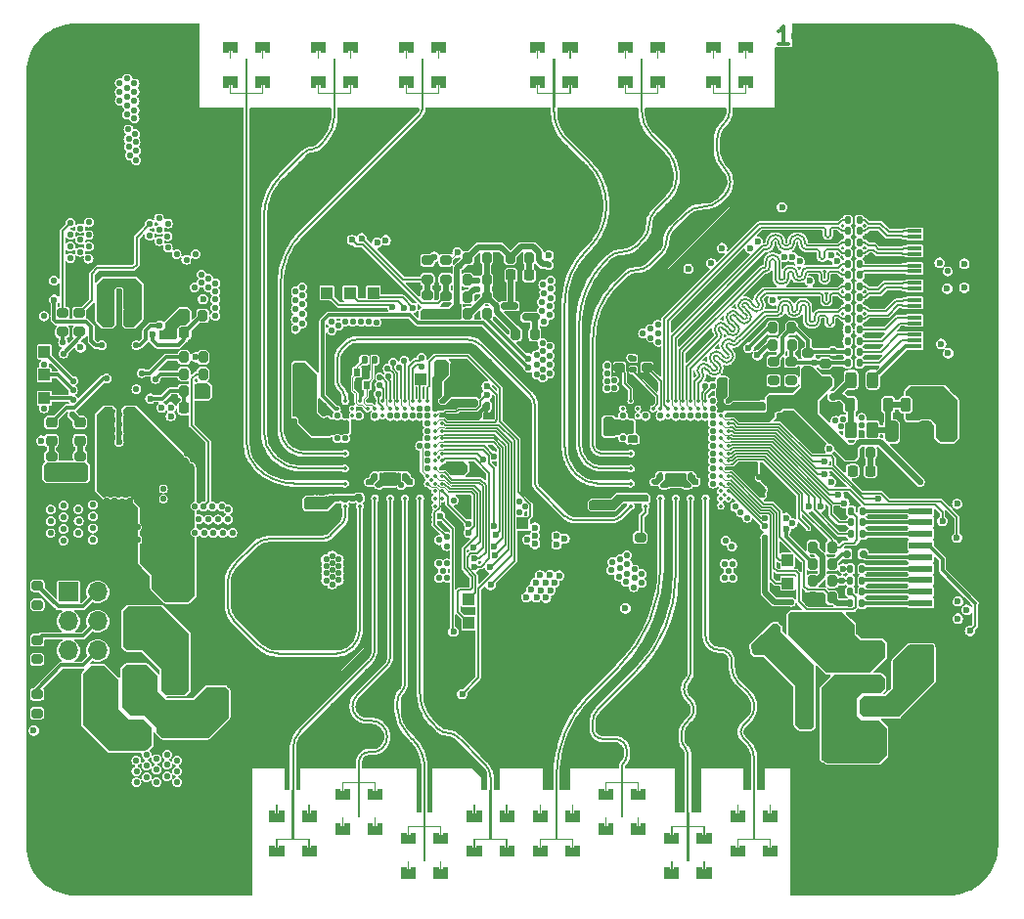
<source format=gbr>
%TF.GenerationSoftware,KiCad,Pcbnew,8.0.6*%
%TF.CreationDate,2024-12-12T06:35:08+00:00*%
%TF.ProjectId,AWR2243RadarBoard,41575232-3234-4335-9261-646172426f61,rev?*%
%TF.SameCoordinates,Original*%
%TF.FileFunction,Copper,L1,Top*%
%TF.FilePolarity,Positive*%
%FSLAX46Y46*%
G04 Gerber Fmt 4.6, Leading zero omitted, Abs format (unit mm)*
G04 Created by KiCad (PCBNEW 8.0.6) date 2024-12-12 06:35:08*
%MOMM*%
%LPD*%
G01*
G04 APERTURE LIST*
G04 Aperture macros list*
%AMRoundRect*
0 Rectangle with rounded corners*
0 $1 Rounding radius*
0 $2 $3 $4 $5 $6 $7 $8 $9 X,Y pos of 4 corners*
0 Add a 4 corners polygon primitive as box body*
4,1,4,$2,$3,$4,$5,$6,$7,$8,$9,$2,$3,0*
0 Add four circle primitives for the rounded corners*
1,1,$1+$1,$2,$3*
1,1,$1+$1,$4,$5*
1,1,$1+$1,$6,$7*
1,1,$1+$1,$8,$9*
0 Add four rect primitives between the rounded corners*
20,1,$1+$1,$2,$3,$4,$5,0*
20,1,$1+$1,$4,$5,$6,$7,0*
20,1,$1+$1,$6,$7,$8,$9,0*
20,1,$1+$1,$8,$9,$2,$3,0*%
G04 Aperture macros list end*
%ADD10C,0.300000*%
%TA.AperFunction,NonConductor*%
%ADD11C,0.300000*%
%TD*%
%TA.AperFunction,EtchedComponent*%
%ADD12C,0.000000*%
%TD*%
%TA.AperFunction,SMDPad,CuDef*%
%ADD13RoundRect,0.200000X-0.200000X-0.275000X0.200000X-0.275000X0.200000X0.275000X-0.200000X0.275000X0*%
%TD*%
%TA.AperFunction,SMDPad,CuDef*%
%ADD14RoundRect,0.200000X0.275000X-0.200000X0.275000X0.200000X-0.275000X0.200000X-0.275000X-0.200000X0*%
%TD*%
%TA.AperFunction,SMDPad,CuDef*%
%ADD15RoundRect,0.150000X0.200000X-0.150000X0.200000X0.150000X-0.200000X0.150000X-0.200000X-0.150000X0*%
%TD*%
%TA.AperFunction,SMDPad,CuDef*%
%ADD16RoundRect,0.218750X-0.218750X-0.381250X0.218750X-0.381250X0.218750X0.381250X-0.218750X0.381250X0*%
%TD*%
%TA.AperFunction,SMDPad,CuDef*%
%ADD17RoundRect,0.200000X-0.275000X0.200000X-0.275000X-0.200000X0.275000X-0.200000X0.275000X0.200000X0*%
%TD*%
%TA.AperFunction,SMDPad,CuDef*%
%ADD18RoundRect,0.140000X-0.170000X0.140000X-0.170000X-0.140000X0.170000X-0.140000X0.170000X0.140000X0*%
%TD*%
%TA.AperFunction,SMDPad,CuDef*%
%ADD19RoundRect,0.250000X-0.475000X0.250000X-0.475000X-0.250000X0.475000X-0.250000X0.475000X0.250000X0*%
%TD*%
%TA.AperFunction,ComponentPad*%
%ADD20C,0.900000*%
%TD*%
%TA.AperFunction,ComponentPad*%
%ADD21C,8.000000*%
%TD*%
%TA.AperFunction,SMDPad,CuDef*%
%ADD22R,1.000000X1.000000*%
%TD*%
%TA.AperFunction,ConnectorPad*%
%ADD23R,0.200000X0.400000*%
%TD*%
%TA.AperFunction,SMDPad,CuDef*%
%ADD24RoundRect,0.140000X-0.140000X-0.170000X0.140000X-0.170000X0.140000X0.170000X-0.140000X0.170000X0*%
%TD*%
%TA.AperFunction,SMDPad,CuDef*%
%ADD25RoundRect,0.135000X-0.135000X-0.185000X0.135000X-0.185000X0.135000X0.185000X-0.135000X0.185000X0*%
%TD*%
%TA.AperFunction,SMDPad,CuDef*%
%ADD26RoundRect,0.218750X-0.218750X-0.256250X0.218750X-0.256250X0.218750X0.256250X-0.218750X0.256250X0*%
%TD*%
%TA.AperFunction,SMDPad,CuDef*%
%ADD27C,0.339999*%
%TD*%
%TA.AperFunction,SMDPad,CuDef*%
%ADD28RoundRect,0.140000X0.170000X-0.140000X0.170000X0.140000X-0.170000X0.140000X-0.170000X-0.140000X0*%
%TD*%
%TA.AperFunction,SMDPad,CuDef*%
%ADD29RoundRect,0.243750X0.243750X0.456250X-0.243750X0.456250X-0.243750X-0.456250X0.243750X-0.456250X0*%
%TD*%
%TA.AperFunction,SMDPad,CuDef*%
%ADD30RoundRect,0.150000X-0.150000X-0.200000X0.150000X-0.200000X0.150000X0.200000X-0.150000X0.200000X0*%
%TD*%
%TA.AperFunction,SMDPad,CuDef*%
%ADD31R,0.550000X0.650000*%
%TD*%
%TA.AperFunction,SMDPad,CuDef*%
%ADD32RoundRect,0.250000X0.650000X-0.325000X0.650000X0.325000X-0.650000X0.325000X-0.650000X-0.325000X0*%
%TD*%
%TA.AperFunction,ComponentPad*%
%ADD33R,1.700000X1.700000*%
%TD*%
%TA.AperFunction,ComponentPad*%
%ADD34O,1.700000X1.700000*%
%TD*%
%TA.AperFunction,SMDPad,CuDef*%
%ADD35R,2.000000X0.610000*%
%TD*%
%TA.AperFunction,SMDPad,CuDef*%
%ADD36R,3.600000X2.680000*%
%TD*%
%TA.AperFunction,SMDPad,CuDef*%
%ADD37RoundRect,0.225000X0.225000X0.250000X-0.225000X0.250000X-0.225000X-0.250000X0.225000X-0.250000X0*%
%TD*%
%TA.AperFunction,SMDPad,CuDef*%
%ADD38RoundRect,0.200000X0.200000X0.275000X-0.200000X0.275000X-0.200000X-0.275000X0.200000X-0.275000X0*%
%TD*%
%TA.AperFunction,SMDPad,CuDef*%
%ADD39RoundRect,0.250000X0.250000X0.475000X-0.250000X0.475000X-0.250000X-0.475000X0.250000X-0.475000X0*%
%TD*%
%TA.AperFunction,SMDPad,CuDef*%
%ADD40RoundRect,0.249999X-0.700001X0.387501X-0.700001X-0.387501X0.700001X-0.387501X0.700001X0.387501X0*%
%TD*%
%TA.AperFunction,SMDPad,CuDef*%
%ADD41RoundRect,0.250000X0.625000X-0.375000X0.625000X0.375000X-0.625000X0.375000X-0.625000X-0.375000X0*%
%TD*%
%TA.AperFunction,SMDPad,CuDef*%
%ADD42RoundRect,0.250000X-0.325000X-0.650000X0.325000X-0.650000X0.325000X0.650000X-0.325000X0.650000X0*%
%TD*%
%TA.AperFunction,SMDPad,CuDef*%
%ADD43R,1.300000X0.300000*%
%TD*%
%TA.AperFunction,SMDPad,CuDef*%
%ADD44R,2.200000X1.800000*%
%TD*%
%TA.AperFunction,SMDPad,CuDef*%
%ADD45RoundRect,0.250000X-0.625000X0.375000X-0.625000X-0.375000X0.625000X-0.375000X0.625000X0.375000X0*%
%TD*%
%TA.AperFunction,SMDPad,CuDef*%
%ADD46RoundRect,0.250000X0.475000X-0.250000X0.475000X0.250000X-0.475000X0.250000X-0.475000X-0.250000X0*%
%TD*%
%TA.AperFunction,SMDPad,CuDef*%
%ADD47RoundRect,0.250000X0.625000X-0.312500X0.625000X0.312500X-0.625000X0.312500X-0.625000X-0.312500X0*%
%TD*%
%TA.AperFunction,SMDPad,CuDef*%
%ADD48RoundRect,0.250000X-0.250000X-0.475000X0.250000X-0.475000X0.250000X0.475000X-0.250000X0.475000X0*%
%TD*%
%TA.AperFunction,SMDPad,CuDef*%
%ADD49RoundRect,0.218750X-0.256250X0.218750X-0.256250X-0.218750X0.256250X-0.218750X0.256250X0.218750X0*%
%TD*%
%TA.AperFunction,SMDPad,CuDef*%
%ADD50RoundRect,0.250000X-0.650000X1.000000X-0.650000X-1.000000X0.650000X-1.000000X0.650000X1.000000X0*%
%TD*%
%TA.AperFunction,SMDPad,CuDef*%
%ADD51RoundRect,0.250000X0.650000X-1.000000X0.650000X1.000000X-0.650000X1.000000X-0.650000X-1.000000X0*%
%TD*%
%TA.AperFunction,SMDPad,CuDef*%
%ADD52RoundRect,0.250000X1.000000X0.650000X-1.000000X0.650000X-1.000000X-0.650000X1.000000X-0.650000X0*%
%TD*%
%TA.AperFunction,SMDPad,CuDef*%
%ADD53RoundRect,0.140000X0.140000X0.170000X-0.140000X0.170000X-0.140000X-0.170000X0.140000X-0.170000X0*%
%TD*%
%TA.AperFunction,SMDPad,CuDef*%
%ADD54RoundRect,0.225000X-0.225000X-0.250000X0.225000X-0.250000X0.225000X0.250000X-0.225000X0.250000X0*%
%TD*%
%TA.AperFunction,SMDPad,CuDef*%
%ADD55RoundRect,0.250000X-0.262500X-0.450000X0.262500X-0.450000X0.262500X0.450000X-0.262500X0.450000X0*%
%TD*%
%TA.AperFunction,SMDPad,CuDef*%
%ADD56RoundRect,0.225000X0.225000X0.375000X-0.225000X0.375000X-0.225000X-0.375000X0.225000X-0.375000X0*%
%TD*%
%TA.AperFunction,SMDPad,CuDef*%
%ADD57RoundRect,0.150000X0.587500X0.150000X-0.587500X0.150000X-0.587500X-0.150000X0.587500X-0.150000X0*%
%TD*%
%TA.AperFunction,SMDPad,CuDef*%
%ADD58RoundRect,0.249999X0.700001X-0.387501X0.700001X0.387501X-0.700001X0.387501X-0.700001X-0.387501X0*%
%TD*%
%TA.AperFunction,ViaPad*%
%ADD59C,0.600000*%
%TD*%
%TA.AperFunction,ViaPad*%
%ADD60C,0.350000*%
%TD*%
%TA.AperFunction,ViaPad*%
%ADD61C,0.550000*%
%TD*%
%TA.AperFunction,Conductor*%
%ADD62C,0.150000*%
%TD*%
%TA.AperFunction,Conductor*%
%ADD63C,0.200000*%
%TD*%
%TA.AperFunction,Conductor*%
%ADD64C,0.100000*%
%TD*%
%TA.AperFunction,Conductor*%
%ADD65C,0.500000*%
%TD*%
%TA.AperFunction,Conductor*%
%ADD66C,0.300000*%
%TD*%
%TA.AperFunction,Conductor*%
%ADD67C,0.350000*%
%TD*%
%TA.AperFunction,Conductor*%
%ADD68C,0.140000*%
%TD*%
%TA.AperFunction,Conductor*%
%ADD69C,0.180000*%
%TD*%
%TA.AperFunction,Conductor*%
%ADD70C,0.205000*%
%TD*%
G04 APERTURE END LIST*
D10*
D11*
X101675225Y-32435828D02*
X100818082Y-32435828D01*
X101246653Y-32435828D02*
X101246653Y-30935828D01*
X101246653Y-30935828D02*
X101103796Y-31150114D01*
X101103796Y-31150114D02*
X100960939Y-31292971D01*
X100960939Y-31292971D02*
X100818082Y-31364400D01*
D12*
%TA.AperFunction,EtchedComponent*%
%TO.C,AE1*%
G36*
X70300000Y-100225020D02*
G01*
X71650010Y-100225020D01*
X71650010Y-100958750D01*
X71778840Y-100958750D01*
X71778840Y-100758750D01*
X72237210Y-100758750D01*
X72237210Y-101741270D01*
X70962790Y-101741270D01*
X70962790Y-100758750D01*
X71421160Y-100758750D01*
X71421160Y-100958750D01*
X71550010Y-100958750D01*
X71550010Y-100275010D01*
X70300000Y-100275010D01*
X70300000Y-103225020D01*
X71650010Y-103225020D01*
X71650010Y-103958750D01*
X71778840Y-103958750D01*
X71778840Y-103758750D01*
X72237210Y-103758750D01*
X72237210Y-104741270D01*
X70962790Y-104741270D01*
X70962790Y-103758750D01*
X71421160Y-103758750D01*
X71421160Y-103958750D01*
X71550010Y-103958750D01*
X71550010Y-103275000D01*
X68849990Y-103275000D01*
X68849990Y-103958750D01*
X68978840Y-103958750D01*
X68978840Y-103758750D01*
X69437210Y-103758750D01*
X69437210Y-104741270D01*
X68162790Y-104741270D01*
X68162790Y-103758750D01*
X68621160Y-103758750D01*
X68621160Y-103958750D01*
X68749990Y-103958750D01*
X68749990Y-103225020D01*
X70100000Y-103225020D01*
X70100000Y-100275010D01*
X68849990Y-100275010D01*
X68849990Y-100958750D01*
X68978840Y-100958750D01*
X68978840Y-100758750D01*
X69437210Y-100758750D01*
X69437210Y-101741270D01*
X68162790Y-101741270D01*
X68162790Y-100758750D01*
X68621160Y-100758750D01*
X68621160Y-100958750D01*
X68749990Y-100958750D01*
X68749990Y-100225020D01*
X70100000Y-100225020D01*
X70100000Y-99000000D01*
X70300000Y-99000000D01*
X70300000Y-100225020D01*
G37*
%TD.AperFunction*%
%TA.AperFunction,EtchedComponent*%
%TO.C,AE2*%
G36*
X54034420Y-33240000D02*
G01*
X53576050Y-33240000D01*
X53576050Y-33040000D01*
X53447200Y-33040000D01*
X53447200Y-33723750D01*
X56147220Y-33723750D01*
X56147220Y-33040000D01*
X56018370Y-33040000D01*
X56018370Y-33240000D01*
X55560000Y-33240000D01*
X55560000Y-32257480D01*
X56834420Y-32257480D01*
X56834420Y-33240000D01*
X56376050Y-33240000D01*
X56376050Y-33040000D01*
X56247220Y-33040000D01*
X56247220Y-33773730D01*
X54897210Y-33773730D01*
X54897210Y-36723740D01*
X56147220Y-36723740D01*
X56147220Y-36040000D01*
X56018370Y-36040000D01*
X56018370Y-36240000D01*
X55560000Y-36240000D01*
X55560000Y-35257480D01*
X56834420Y-35257480D01*
X56834420Y-36240000D01*
X56376050Y-36240000D01*
X56376050Y-36040000D01*
X56247220Y-36040000D01*
X56247220Y-36773730D01*
X54897210Y-36773730D01*
X54897210Y-37998750D01*
X54697210Y-37998750D01*
X54697210Y-36773730D01*
X53347200Y-36773730D01*
X53347200Y-36040000D01*
X53218370Y-36040000D01*
X53218370Y-36240000D01*
X52760000Y-36240000D01*
X52760000Y-35257480D01*
X54034420Y-35257480D01*
X54034420Y-36240000D01*
X53576050Y-36240000D01*
X53576050Y-36040000D01*
X53447200Y-36040000D01*
X53447200Y-36723740D01*
X54697210Y-36723740D01*
X54697210Y-33773730D01*
X53347200Y-33773730D01*
X53347200Y-33040000D01*
X53218370Y-33040000D01*
X53218370Y-33240000D01*
X52760000Y-33240000D01*
X52760000Y-32257480D01*
X54034420Y-32257480D01*
X54034420Y-33240000D01*
G37*
%TD.AperFunction*%
%TA.AperFunction,EtchedComponent*%
%TO.C,AE11*%
G36*
X95834420Y-33240000D02*
G01*
X95376050Y-33240000D01*
X95376050Y-33040000D01*
X95247200Y-33040000D01*
X95247200Y-33723750D01*
X97947220Y-33723750D01*
X97947220Y-33040000D01*
X97818370Y-33040000D01*
X97818370Y-33240000D01*
X97360000Y-33240000D01*
X97360000Y-32257480D01*
X98634420Y-32257480D01*
X98634420Y-33240000D01*
X98176050Y-33240000D01*
X98176050Y-33040000D01*
X98047220Y-33040000D01*
X98047220Y-33773730D01*
X96697210Y-33773730D01*
X96697210Y-36723740D01*
X97947220Y-36723740D01*
X97947220Y-36040000D01*
X97818370Y-36040000D01*
X97818370Y-36240000D01*
X97360000Y-36240000D01*
X97360000Y-35257480D01*
X98634420Y-35257480D01*
X98634420Y-36240000D01*
X98176050Y-36240000D01*
X98176050Y-36040000D01*
X98047220Y-36040000D01*
X98047220Y-36773730D01*
X96697210Y-36773730D01*
X96697210Y-37998750D01*
X96497210Y-37998750D01*
X96497210Y-36773730D01*
X95147200Y-36773730D01*
X95147200Y-36040000D01*
X95018370Y-36040000D01*
X95018370Y-36240000D01*
X94560000Y-36240000D01*
X94560000Y-35257480D01*
X95834420Y-35257480D01*
X95834420Y-36240000D01*
X95376050Y-36240000D01*
X95376050Y-36040000D01*
X95247200Y-36040000D01*
X95247200Y-36723740D01*
X96497210Y-36723740D01*
X96497210Y-33773730D01*
X95147200Y-33773730D01*
X95147200Y-33040000D01*
X95018370Y-33040000D01*
X95018370Y-33240000D01*
X94560000Y-33240000D01*
X94560000Y-32257480D01*
X95834420Y-32257480D01*
X95834420Y-33240000D01*
G37*
%TD.AperFunction*%
%TA.AperFunction,EtchedComponent*%
%TO.C,AE9*%
G36*
X80634420Y-33240000D02*
G01*
X80176050Y-33240000D01*
X80176050Y-33040000D01*
X80047200Y-33040000D01*
X80047200Y-33723750D01*
X82747220Y-33723750D01*
X82747220Y-33040000D01*
X82618370Y-33040000D01*
X82618370Y-33240000D01*
X82160000Y-33240000D01*
X82160000Y-32257480D01*
X83434420Y-32257480D01*
X83434420Y-33240000D01*
X82976050Y-33240000D01*
X82976050Y-33040000D01*
X82847220Y-33040000D01*
X82847220Y-33773730D01*
X81497210Y-33773730D01*
X81497210Y-36723740D01*
X82747220Y-36723740D01*
X82747220Y-36040000D01*
X82618370Y-36040000D01*
X82618370Y-36240000D01*
X82160000Y-36240000D01*
X82160000Y-35257480D01*
X83434420Y-35257480D01*
X83434420Y-36240000D01*
X82976050Y-36240000D01*
X82976050Y-36040000D01*
X82847220Y-36040000D01*
X82847220Y-36773730D01*
X81497210Y-36773730D01*
X81497210Y-37998750D01*
X81297210Y-37998750D01*
X81297210Y-36773730D01*
X79947200Y-36773730D01*
X79947200Y-36040000D01*
X79818370Y-36040000D01*
X79818370Y-36240000D01*
X79360000Y-36240000D01*
X79360000Y-35257480D01*
X80634420Y-35257480D01*
X80634420Y-36240000D01*
X80176050Y-36240000D01*
X80176050Y-36040000D01*
X80047200Y-36040000D01*
X80047200Y-36723740D01*
X81297210Y-36723740D01*
X81297210Y-33773730D01*
X79947200Y-33773730D01*
X79947200Y-33040000D01*
X79818370Y-33040000D01*
X79818370Y-33240000D01*
X79360000Y-33240000D01*
X79360000Y-32257480D01*
X80634420Y-32257480D01*
X80634420Y-33240000D01*
G37*
%TD.AperFunction*%
%TA.AperFunction,EtchedComponent*%
%TO.C,AE3*%
G36*
X61634420Y-33240000D02*
G01*
X61176050Y-33240000D01*
X61176050Y-33040000D01*
X61047200Y-33040000D01*
X61047200Y-33723750D01*
X63747220Y-33723750D01*
X63747220Y-33040000D01*
X63618370Y-33040000D01*
X63618370Y-33240000D01*
X63160000Y-33240000D01*
X63160000Y-32257480D01*
X64434420Y-32257480D01*
X64434420Y-33240000D01*
X63976050Y-33240000D01*
X63976050Y-33040000D01*
X63847220Y-33040000D01*
X63847220Y-33773730D01*
X62497210Y-33773730D01*
X62497210Y-36723740D01*
X63747220Y-36723740D01*
X63747220Y-36040000D01*
X63618370Y-36040000D01*
X63618370Y-36240000D01*
X63160000Y-36240000D01*
X63160000Y-35257480D01*
X64434420Y-35257480D01*
X64434420Y-36240000D01*
X63976050Y-36240000D01*
X63976050Y-36040000D01*
X63847220Y-36040000D01*
X63847220Y-36773730D01*
X62497210Y-36773730D01*
X62497210Y-37998750D01*
X62297210Y-37998750D01*
X62297210Y-36773730D01*
X60947200Y-36773730D01*
X60947200Y-36040000D01*
X60818370Y-36040000D01*
X60818370Y-36240000D01*
X60360000Y-36240000D01*
X60360000Y-35257480D01*
X61634420Y-35257480D01*
X61634420Y-36240000D01*
X61176050Y-36240000D01*
X61176050Y-36040000D01*
X61047200Y-36040000D01*
X61047200Y-36723740D01*
X62297210Y-36723740D01*
X62297210Y-33773730D01*
X60947200Y-33773730D01*
X60947200Y-33040000D01*
X60818370Y-33040000D01*
X60818370Y-33240000D01*
X60360000Y-33240000D01*
X60360000Y-32257480D01*
X61634420Y-32257480D01*
X61634420Y-33240000D01*
G37*
%TD.AperFunction*%
%TA.AperFunction,EtchedComponent*%
%TO.C,AE7*%
G36*
X64600000Y-96425020D02*
G01*
X65950010Y-96425020D01*
X65950010Y-97158750D01*
X66078840Y-97158750D01*
X66078840Y-96958750D01*
X66537210Y-96958750D01*
X66537210Y-97941270D01*
X65262790Y-97941270D01*
X65262790Y-96958750D01*
X65721160Y-96958750D01*
X65721160Y-97158750D01*
X65850010Y-97158750D01*
X65850010Y-96475010D01*
X64600000Y-96475010D01*
X64600000Y-99425020D01*
X65950010Y-99425020D01*
X65950010Y-100158750D01*
X66078840Y-100158750D01*
X66078840Y-99958750D01*
X66537210Y-99958750D01*
X66537210Y-100941270D01*
X65262790Y-100941270D01*
X65262790Y-99958750D01*
X65721160Y-99958750D01*
X65721160Y-100158750D01*
X65850010Y-100158750D01*
X65850010Y-99475000D01*
X63149990Y-99475000D01*
X63149990Y-100158750D01*
X63278840Y-100158750D01*
X63278840Y-99958750D01*
X63737210Y-99958750D01*
X63737210Y-100941270D01*
X62462790Y-100941270D01*
X62462790Y-99958750D01*
X62921160Y-99958750D01*
X62921160Y-100158750D01*
X63049990Y-100158750D01*
X63049990Y-99425020D01*
X64400000Y-99425020D01*
X64400000Y-96475010D01*
X63149990Y-96475010D01*
X63149990Y-97158750D01*
X63278840Y-97158750D01*
X63278840Y-96958750D01*
X63737210Y-96958750D01*
X63737210Y-97941270D01*
X62462790Y-97941270D01*
X62462790Y-96958750D01*
X62921160Y-96958750D01*
X62921160Y-97158750D01*
X63049990Y-97158750D01*
X63049990Y-96425020D01*
X64400000Y-96425020D01*
X64400000Y-95200000D01*
X64600000Y-95200000D01*
X64600000Y-96425020D01*
G37*
%TD.AperFunction*%
%TA.AperFunction,EtchedComponent*%
%TO.C,AE6*%
G36*
X58900000Y-98325020D02*
G01*
X60250010Y-98325020D01*
X60250010Y-99058750D01*
X60378840Y-99058750D01*
X60378840Y-98858750D01*
X60837210Y-98858750D01*
X60837210Y-99841270D01*
X59562790Y-99841270D01*
X59562790Y-98858750D01*
X60021160Y-98858750D01*
X60021160Y-99058750D01*
X60150010Y-99058750D01*
X60150010Y-98375010D01*
X58900000Y-98375010D01*
X58900000Y-101325020D01*
X60250010Y-101325020D01*
X60250010Y-102058750D01*
X60378840Y-102058750D01*
X60378840Y-101858750D01*
X60837210Y-101858750D01*
X60837210Y-102841270D01*
X59562790Y-102841270D01*
X59562790Y-101858750D01*
X60021160Y-101858750D01*
X60021160Y-102058750D01*
X60150010Y-102058750D01*
X60150010Y-101375000D01*
X57449990Y-101375000D01*
X57449990Y-102058750D01*
X57578840Y-102058750D01*
X57578840Y-101858750D01*
X58037210Y-101858750D01*
X58037210Y-102841270D01*
X56762790Y-102841270D01*
X56762790Y-101858750D01*
X57221160Y-101858750D01*
X57221160Y-102058750D01*
X57349990Y-102058750D01*
X57349990Y-101325020D01*
X58700000Y-101325020D01*
X58700000Y-98375010D01*
X57449990Y-98375010D01*
X57449990Y-99058750D01*
X57578840Y-99058750D01*
X57578840Y-98858750D01*
X58037210Y-98858750D01*
X58037210Y-99841270D01*
X56762790Y-99841270D01*
X56762790Y-98858750D01*
X57221160Y-98858750D01*
X57221160Y-99058750D01*
X57349990Y-99058750D01*
X57349990Y-98325020D01*
X58700000Y-98325020D01*
X58700000Y-97100000D01*
X58900000Y-97100000D01*
X58900000Y-98325020D01*
G37*
%TD.AperFunction*%
%TA.AperFunction,EtchedComponent*%
%TO.C,AE14*%
G36*
X87400000Y-96425020D02*
G01*
X88750010Y-96425020D01*
X88750010Y-97158750D01*
X88878840Y-97158750D01*
X88878840Y-96958750D01*
X89337210Y-96958750D01*
X89337210Y-97941270D01*
X88062790Y-97941270D01*
X88062790Y-96958750D01*
X88521160Y-96958750D01*
X88521160Y-97158750D01*
X88650010Y-97158750D01*
X88650010Y-96475010D01*
X87400000Y-96475010D01*
X87400000Y-99425020D01*
X88750010Y-99425020D01*
X88750010Y-100158750D01*
X88878840Y-100158750D01*
X88878840Y-99958750D01*
X89337210Y-99958750D01*
X89337210Y-100941270D01*
X88062790Y-100941270D01*
X88062790Y-99958750D01*
X88521160Y-99958750D01*
X88521160Y-100158750D01*
X88650010Y-100158750D01*
X88650010Y-99475000D01*
X85949990Y-99475000D01*
X85949990Y-100158750D01*
X86078840Y-100158750D01*
X86078840Y-99958750D01*
X86537210Y-99958750D01*
X86537210Y-100941270D01*
X85262790Y-100941270D01*
X85262790Y-99958750D01*
X85721160Y-99958750D01*
X85721160Y-100158750D01*
X85849990Y-100158750D01*
X85849990Y-99425020D01*
X87200000Y-99425020D01*
X87200000Y-96475010D01*
X85949990Y-96475010D01*
X85949990Y-97158750D01*
X86078840Y-97158750D01*
X86078840Y-96958750D01*
X86537210Y-96958750D01*
X86537210Y-97941270D01*
X85262790Y-97941270D01*
X85262790Y-96958750D01*
X85721160Y-96958750D01*
X85721160Y-97158750D01*
X85849990Y-97158750D01*
X85849990Y-96425020D01*
X87200000Y-96425020D01*
X87200000Y-95200000D01*
X87400000Y-95200000D01*
X87400000Y-96425020D01*
G37*
%TD.AperFunction*%
%TA.AperFunction,EtchedComponent*%
%TO.C,AE13*%
G36*
X81700000Y-98325020D02*
G01*
X83050010Y-98325020D01*
X83050010Y-99058750D01*
X83178840Y-99058750D01*
X83178840Y-98858750D01*
X83637210Y-98858750D01*
X83637210Y-99841270D01*
X82362790Y-99841270D01*
X82362790Y-98858750D01*
X82821160Y-98858750D01*
X82821160Y-99058750D01*
X82950010Y-99058750D01*
X82950010Y-98375010D01*
X81700000Y-98375010D01*
X81700000Y-101325020D01*
X83050010Y-101325020D01*
X83050010Y-102058750D01*
X83178840Y-102058750D01*
X83178840Y-101858750D01*
X83637210Y-101858750D01*
X83637210Y-102841270D01*
X82362790Y-102841270D01*
X82362790Y-101858750D01*
X82821160Y-101858750D01*
X82821160Y-102058750D01*
X82950010Y-102058750D01*
X82950010Y-101375000D01*
X80249990Y-101375000D01*
X80249990Y-102058750D01*
X80378840Y-102058750D01*
X80378840Y-101858750D01*
X80837210Y-101858750D01*
X80837210Y-102841270D01*
X79562790Y-102841270D01*
X79562790Y-101858750D01*
X80021160Y-101858750D01*
X80021160Y-102058750D01*
X80149990Y-102058750D01*
X80149990Y-101325020D01*
X81500000Y-101325020D01*
X81500000Y-98375010D01*
X80249990Y-98375010D01*
X80249990Y-99058750D01*
X80378840Y-99058750D01*
X80378840Y-98858750D01*
X80837210Y-98858750D01*
X80837210Y-99841270D01*
X79562790Y-99841270D01*
X79562790Y-98858750D01*
X80021160Y-98858750D01*
X80021160Y-99058750D01*
X80149990Y-99058750D01*
X80149990Y-98325020D01*
X81500000Y-98325020D01*
X81500000Y-97100000D01*
X81700000Y-97100000D01*
X81700000Y-98325020D01*
G37*
%TD.AperFunction*%
%TA.AperFunction,EtchedComponent*%
%TO.C,AE10*%
G36*
X88234420Y-33240000D02*
G01*
X87776050Y-33240000D01*
X87776050Y-33040000D01*
X87647200Y-33040000D01*
X87647200Y-33723750D01*
X90347220Y-33723750D01*
X90347220Y-33040000D01*
X90218370Y-33040000D01*
X90218370Y-33240000D01*
X89760000Y-33240000D01*
X89760000Y-32257480D01*
X91034420Y-32257480D01*
X91034420Y-33240000D01*
X90576050Y-33240000D01*
X90576050Y-33040000D01*
X90447220Y-33040000D01*
X90447220Y-33773730D01*
X89097210Y-33773730D01*
X89097210Y-36723740D01*
X90347220Y-36723740D01*
X90347220Y-36040000D01*
X90218370Y-36040000D01*
X90218370Y-36240000D01*
X89760000Y-36240000D01*
X89760000Y-35257480D01*
X91034420Y-35257480D01*
X91034420Y-36240000D01*
X90576050Y-36240000D01*
X90576050Y-36040000D01*
X90447220Y-36040000D01*
X90447220Y-36773730D01*
X89097210Y-36773730D01*
X89097210Y-37998750D01*
X88897210Y-37998750D01*
X88897210Y-36773730D01*
X87547200Y-36773730D01*
X87547200Y-36040000D01*
X87418370Y-36040000D01*
X87418370Y-36240000D01*
X86960000Y-36240000D01*
X86960000Y-35257480D01*
X88234420Y-35257480D01*
X88234420Y-36240000D01*
X87776050Y-36240000D01*
X87776050Y-36040000D01*
X87647200Y-36040000D01*
X87647200Y-36723740D01*
X88897210Y-36723740D01*
X88897210Y-33773730D01*
X87547200Y-33773730D01*
X87547200Y-33040000D01*
X87418370Y-33040000D01*
X87418370Y-33240000D01*
X86960000Y-33240000D01*
X86960000Y-32257480D01*
X88234420Y-32257480D01*
X88234420Y-33240000D01*
G37*
%TD.AperFunction*%
%TA.AperFunction,EtchedComponent*%
%TO.C,AE8*%
G36*
X93100000Y-100225020D02*
G01*
X94450010Y-100225020D01*
X94450010Y-100958750D01*
X94578840Y-100958750D01*
X94578840Y-100758750D01*
X95037210Y-100758750D01*
X95037210Y-101741270D01*
X93762790Y-101741270D01*
X93762790Y-100758750D01*
X94221160Y-100758750D01*
X94221160Y-100958750D01*
X94350010Y-100958750D01*
X94350010Y-100275010D01*
X93100000Y-100275010D01*
X93100000Y-103225020D01*
X94450010Y-103225020D01*
X94450010Y-103958750D01*
X94578840Y-103958750D01*
X94578840Y-103758750D01*
X95037210Y-103758750D01*
X95037210Y-104741270D01*
X93762790Y-104741270D01*
X93762790Y-103758750D01*
X94221160Y-103758750D01*
X94221160Y-103958750D01*
X94350010Y-103958750D01*
X94350010Y-103275000D01*
X91649990Y-103275000D01*
X91649990Y-103958750D01*
X91778840Y-103958750D01*
X91778840Y-103758750D01*
X92237210Y-103758750D01*
X92237210Y-104741270D01*
X90962790Y-104741270D01*
X90962790Y-103758750D01*
X91421160Y-103758750D01*
X91421160Y-103958750D01*
X91549990Y-103958750D01*
X91549990Y-103225020D01*
X92900000Y-103225020D01*
X92900000Y-100275010D01*
X91649990Y-100275010D01*
X91649990Y-100958750D01*
X91778840Y-100958750D01*
X91778840Y-100758750D01*
X92237210Y-100758750D01*
X92237210Y-101741270D01*
X90962790Y-101741270D01*
X90962790Y-100758750D01*
X91421160Y-100758750D01*
X91421160Y-100958750D01*
X91549990Y-100958750D01*
X91549990Y-100225020D01*
X92900000Y-100225020D01*
X92900000Y-99000000D01*
X93100000Y-99000000D01*
X93100000Y-100225020D01*
G37*
%TD.AperFunction*%
%TA.AperFunction,EtchedComponent*%
%TO.C,AE12*%
G36*
X98800000Y-98325020D02*
G01*
X100150010Y-98325020D01*
X100150010Y-99058750D01*
X100278840Y-99058750D01*
X100278840Y-98858750D01*
X100737210Y-98858750D01*
X100737210Y-99841270D01*
X99462790Y-99841270D01*
X99462790Y-98858750D01*
X99921160Y-98858750D01*
X99921160Y-99058750D01*
X100050010Y-99058750D01*
X100050010Y-98375010D01*
X98800000Y-98375010D01*
X98800000Y-101325020D01*
X100150010Y-101325020D01*
X100150010Y-102058750D01*
X100278840Y-102058750D01*
X100278840Y-101858750D01*
X100737210Y-101858750D01*
X100737210Y-102841270D01*
X99462790Y-102841270D01*
X99462790Y-101858750D01*
X99921160Y-101858750D01*
X99921160Y-102058750D01*
X100050010Y-102058750D01*
X100050010Y-101375000D01*
X97349990Y-101375000D01*
X97349990Y-102058750D01*
X97478840Y-102058750D01*
X97478840Y-101858750D01*
X97937210Y-101858750D01*
X97937210Y-102841270D01*
X96662790Y-102841270D01*
X96662790Y-101858750D01*
X97121160Y-101858750D01*
X97121160Y-102058750D01*
X97249990Y-102058750D01*
X97249990Y-101325020D01*
X98600000Y-101325020D01*
X98600000Y-98375010D01*
X97349990Y-98375010D01*
X97349990Y-99058750D01*
X97478840Y-99058750D01*
X97478840Y-98858750D01*
X97937210Y-98858750D01*
X97937210Y-99841270D01*
X96662790Y-99841270D01*
X96662790Y-98858750D01*
X97121160Y-98858750D01*
X97121160Y-99058750D01*
X97249990Y-99058750D01*
X97249990Y-98325020D01*
X98600000Y-98325020D01*
X98600000Y-97100000D01*
X98800000Y-97100000D01*
X98800000Y-98325020D01*
G37*
%TD.AperFunction*%
%TA.AperFunction,EtchedComponent*%
%TO.C,AE4*%
G36*
X69234420Y-33240000D02*
G01*
X68776050Y-33240000D01*
X68776050Y-33040000D01*
X68647200Y-33040000D01*
X68647200Y-33723750D01*
X71347220Y-33723750D01*
X71347220Y-33040000D01*
X71218370Y-33040000D01*
X71218370Y-33240000D01*
X70760000Y-33240000D01*
X70760000Y-32257480D01*
X72034420Y-32257480D01*
X72034420Y-33240000D01*
X71576050Y-33240000D01*
X71576050Y-33040000D01*
X71447220Y-33040000D01*
X71447220Y-33773730D01*
X70097210Y-33773730D01*
X70097210Y-36723740D01*
X71347220Y-36723740D01*
X71347220Y-36040000D01*
X71218370Y-36040000D01*
X71218370Y-36240000D01*
X70760000Y-36240000D01*
X70760000Y-35257480D01*
X72034420Y-35257480D01*
X72034420Y-36240000D01*
X71576050Y-36240000D01*
X71576050Y-36040000D01*
X71447220Y-36040000D01*
X71447220Y-36773730D01*
X70097210Y-36773730D01*
X70097210Y-37998750D01*
X69897210Y-37998750D01*
X69897210Y-36773730D01*
X68547200Y-36773730D01*
X68547200Y-36040000D01*
X68418370Y-36040000D01*
X68418370Y-36240000D01*
X67960000Y-36240000D01*
X67960000Y-35257480D01*
X69234420Y-35257480D01*
X69234420Y-36240000D01*
X68776050Y-36240000D01*
X68776050Y-36040000D01*
X68647200Y-36040000D01*
X68647200Y-36723740D01*
X69897210Y-36723740D01*
X69897210Y-33773730D01*
X68547200Y-33773730D01*
X68547200Y-33040000D01*
X68418370Y-33040000D01*
X68418370Y-33240000D01*
X67960000Y-33240000D01*
X67960000Y-32257480D01*
X69234420Y-32257480D01*
X69234420Y-33240000D01*
G37*
%TD.AperFunction*%
%TA.AperFunction,EtchedComponent*%
%TO.C,AE5*%
G36*
X76000000Y-98325020D02*
G01*
X77350010Y-98325020D01*
X77350010Y-99058750D01*
X77478840Y-99058750D01*
X77478840Y-98858750D01*
X77937210Y-98858750D01*
X77937210Y-99841270D01*
X76662790Y-99841270D01*
X76662790Y-98858750D01*
X77121160Y-98858750D01*
X77121160Y-99058750D01*
X77250010Y-99058750D01*
X77250010Y-98375010D01*
X76000000Y-98375010D01*
X76000000Y-101325020D01*
X77350010Y-101325020D01*
X77350010Y-102058750D01*
X77478840Y-102058750D01*
X77478840Y-101858750D01*
X77937210Y-101858750D01*
X77937210Y-102841270D01*
X76662790Y-102841270D01*
X76662790Y-101858750D01*
X77121160Y-101858750D01*
X77121160Y-102058750D01*
X77250010Y-102058750D01*
X77250010Y-101375000D01*
X74549990Y-101375000D01*
X74549990Y-102058750D01*
X74678840Y-102058750D01*
X74678840Y-101858750D01*
X75137210Y-101858750D01*
X75137210Y-102841270D01*
X73862790Y-102841270D01*
X73862790Y-101858750D01*
X74321160Y-101858750D01*
X74321160Y-102058750D01*
X74449990Y-102058750D01*
X74449990Y-101325020D01*
X75800000Y-101325020D01*
X75800000Y-98375010D01*
X74549990Y-98375010D01*
X74549990Y-99058750D01*
X74678840Y-99058750D01*
X74678840Y-98858750D01*
X75137210Y-98858750D01*
X75137210Y-99841270D01*
X73862790Y-99841270D01*
X73862790Y-98858750D01*
X74321160Y-98858750D01*
X74321160Y-99058750D01*
X74449990Y-99058750D01*
X74449990Y-98325020D01*
X75800000Y-98325020D01*
X75800000Y-97100000D01*
X76000000Y-97100000D01*
X76000000Y-98325020D01*
G37*
%TD.AperFunction*%
%TD*%
D13*
%TO.P,R48,1*%
%TO.N,/AWR2243Radar0/CAM0_SDA*%
X100330000Y-58520000D03*
%TO.P,R48,2*%
%TO.N,/AWR2243Radar1/CAM1_SDA*%
X101980000Y-58520000D03*
%TD*%
D14*
%TO.P,R101,1*%
%TO.N,Net-(IC2-FM_CW_CLKOUT)*%
X87070000Y-60455000D03*
%TO.P,R101,2*%
%TO.N,GND*%
X87070000Y-58805000D03*
%TD*%
D15*
%TO.P,D4,1,A1*%
%TO.N,Net-(D4-A1)*%
X105600000Y-63000000D03*
%TO.P,D4,2,A2*%
%TO.N,GND*%
X105600000Y-64400000D03*
%TD*%
D16*
%TO.P,FB2,1*%
%TO.N,Net-(D6-K)*%
X111837500Y-63700000D03*
%TO.P,FB2,2*%
%TO.N,+3V3*%
X113962500Y-63700000D03*
%TD*%
D17*
%TO.P,R47,1*%
%TO.N,/AWR2243Radar0/CAM0_SDA*%
X72050000Y-54285000D03*
%TO.P,R47,2*%
%TO.N,+3V3_Radar0*%
X72050000Y-55935000D03*
%TD*%
D18*
%TO.P,C91,1*%
%TO.N,+1V8_Radar0*%
X61450001Y-66020000D03*
%TO.P,C91,2*%
%TO.N,GND*%
X61450001Y-66980000D03*
%TD*%
D14*
%TO.P,R79,1*%
%TO.N,/AWR2243Radar0/CAM0_SCL*%
X70450000Y-52850000D03*
%TO.P,R79,2*%
%TO.N,Net-(IC1-I2C_SCL)*%
X70450000Y-51200000D03*
%TD*%
D17*
%TO.P,R51,1*%
%TO.N,/AWR2243Radar1/CAM1_SDA*%
X104880000Y-60125000D03*
%TO.P,R51,2*%
%TO.N,+3V3_Radar1*%
X104880000Y-61775000D03*
%TD*%
D19*
%TO.P,C8,1*%
%TO.N,+5V*%
X44880000Y-55750000D03*
%TO.P,C8,2*%
%TO.N,GND*%
X44880000Y-57650000D03*
%TD*%
D14*
%TO.P,R60,1*%
%TO.N,+3V3*%
X40370000Y-69805000D03*
%TO.P,R60,2*%
%TO.N,Net-(D13-A)*%
X40370000Y-68155000D03*
%TD*%
D20*
%TO.P,H4,1,1*%
%TO.N,GND*%
X37000000Y-40000000D03*
X37878680Y-37878680D03*
X37878680Y-42121320D03*
X40000000Y-37000000D03*
D21*
X40000000Y-40000000D03*
D20*
X40000000Y-43000000D03*
X42121320Y-37878680D03*
X42121320Y-42121320D03*
X43000000Y-40000000D03*
%TD*%
D22*
%TO.P,TP3,1,1*%
%TO.N,/PSU/PMIC_MISO*%
X37285000Y-59125000D03*
%TD*%
D23*
%TO.P,AE1,1,A*%
%TO.N,/AWR2243Radar0/RAD1_RX2*%
X70200000Y-99200000D03*
%TD*%
D20*
%TO.P,H1,1,1*%
%TO.N,GND*%
X112552300Y-96896000D03*
X113430980Y-94774680D03*
X113430980Y-99017320D03*
X115552300Y-93896000D03*
D21*
X115552300Y-96896000D03*
D20*
X115552300Y-99896000D03*
X117673620Y-94774680D03*
X117673620Y-99017320D03*
X118552300Y-96896000D03*
%TD*%
D13*
%TO.P,R58,1*%
%TO.N,+5V*%
X49335000Y-56005000D03*
%TO.P,R58,2*%
%TO.N,Net-(U1-GPIO7)*%
X50985000Y-56005000D03*
%TD*%
D14*
%TO.P,R148,1*%
%TO.N,unconnected-(R148-Pad1)*%
X36650000Y-85750000D03*
%TO.P,R148,2*%
%TO.N,Net-(J5-Pin_4)*%
X36650000Y-84100000D03*
%TD*%
D24*
%TO.P,C109,1*%
%TO.N,+3V3_Radar1*%
X99940000Y-64690000D03*
%TO.P,C109,2*%
%TO.N,GND*%
X100900000Y-64690000D03*
%TD*%
D25*
%TO.P,R29,1*%
%TO.N,/AWR2243Radar1/CAM1_HOSTINT*%
X107040000Y-80910000D03*
%TO.P,R29,2*%
%TO.N,Net-(J3-Pin_7)*%
X108060000Y-80910000D03*
%TD*%
D26*
%TO.P,D16,1,K*%
%TO.N,Net-(D16-K)*%
X107232500Y-69450000D03*
%TO.P,D16,2,A*%
%TO.N,Net-(D16-A)*%
X108807500Y-69450000D03*
%TD*%
D27*
%TO.P,IC1,A1,VSSA_1*%
%TO.N,GND*%
X62650000Y-72475001D03*
%TO.P,IC1,A2,VOUT_PA_1*%
%TO.N,+1V0_Radar0_RF2*%
X62650000Y-71825000D03*
%TO.P,IC1,A3,VSSA_2*%
%TO.N,GND*%
X62650000Y-71175001D03*
%TO.P,IC1,A5,VSSA_3*%
X62650000Y-69875001D03*
%TO.P,IC1,A7,VSSA_4*%
X62650000Y-68575001D03*
%TO.P,IC1,A9,VSSA_5*%
X62650000Y-67274999D03*
%TO.P,IC1,A10,VOUT_14APLL*%
%TO.N,Net-(IC1-VOUT_14APLL)*%
X62650000Y-66625000D03*
%TO.P,IC1,A13,VOUT_14SYNTH*%
%TO.N,Net-(IC1-VOUT_14SYNTH)*%
X62650000Y-64674999D03*
%TO.P,IC1,A14,OSC_CLKOUT*%
%TO.N,/AWR2243Radar0/MASTOSC_CLKOUT*%
X62650000Y-64025000D03*
%TO.P,IC1,A15,VSSA_6*%
%TO.N,GND*%
X62650000Y-63374999D03*
%TO.P,IC1,B1,FM_CW_SYNCIN1*%
%TO.N,/AWR2243Radar0/MASTER_SYNC*%
X63300001Y-72475001D03*
%TO.P,IC1,B2,VOUT_PA_2*%
%TO.N,+1V0_Radar0_RF2*%
X63300001Y-71825000D03*
%TO.P,IC1,B3,VSSA_7*%
%TO.N,GND*%
X63300001Y-71175001D03*
%TO.P,IC1,B4,TX1*%
%TO.N,/AWR2243Radar0/RAD1_TX1*%
X63300001Y-70525000D03*
%TO.P,IC1,B5,VSSA_8*%
%TO.N,GND*%
X63300001Y-69875001D03*
%TO.P,IC1,B6,TX2*%
%TO.N,/AWR2243Radar0/RAD1_TX2*%
X63300001Y-69225000D03*
%TO.P,IC1,B7,VSSA_9*%
%TO.N,GND*%
X63300001Y-68575001D03*
%TO.P,IC1,B8,TX3*%
%TO.N,/AWR2243Radar0/RAD1_TX3*%
X63300001Y-67925000D03*
%TO.P,IC1,B9,VSSA_10*%
%TO.N,GND*%
X63300001Y-67274999D03*
%TO.P,IC1,B10,VBGAP*%
%TO.N,Net-(IC1-VBGAP)*%
X63300001Y-66625000D03*
%TO.P,IC1,B11,VIN_18CLK*%
%TO.N,+1V8_Radar0*%
X63300001Y-65974999D03*
%TO.P,IC1,B12,VIN_18VCO*%
X63300001Y-65325000D03*
%TO.P,IC1,B13,VSSA_11*%
%TO.N,GND*%
X63300001Y-64674999D03*
%TO.P,IC1,B14,VSSA_12*%
X63300001Y-64025000D03*
%TO.P,IC1,B15,FM_CW_CLKOUT*%
%TO.N,/AWR2243Radar0/SLAVE_SYNC*%
X63300001Y-63374999D03*
%TO.P,IC1,C1,VSSA_13*%
%TO.N,GND*%
X63950000Y-72475001D03*
%TO.P,IC1,C2,VIN_13RF2_1*%
%TO.N,+1V0_Radar0_RF2*%
X63950000Y-71825000D03*
%TO.P,IC1,C3,VSSA_14*%
%TO.N,GND*%
X63950000Y-71175001D03*
%TO.P,IC1,C4,VSSA_15*%
X63950000Y-70525000D03*
%TO.P,IC1,C5,VSSA_16*%
X63950000Y-69875001D03*
%TO.P,IC1,C6,VSSA_17*%
X63950000Y-69225000D03*
%TO.P,IC1,C7,VSSA_18*%
X63950000Y-68575001D03*
%TO.P,IC1,C8,VSSA_19*%
X63950000Y-67925000D03*
%TO.P,IC1,C9,VSSA_20*%
X63950000Y-67274999D03*
%TO.P,IC1,C13,ANAMUX*%
%TO.N,unconnected-(IC1-ANAMUX-PadC13)*%
X63950000Y-64674999D03*
%TO.P,IC1,C14,VSENSE*%
%TO.N,unconnected-(IC1-VSENSE-PadC14)*%
X63950000Y-64025000D03*
%TO.P,IC1,C15,VSSA_21*%
%TO.N,GND*%
X63950000Y-63374999D03*
%TO.P,IC1,D1,FM_CW_SYNCOUT*%
%TO.N,/AWR2243Radar0/MASTER_SYNC*%
X64600001Y-72475001D03*
%TO.P,IC1,D2,VIN_13RF2_2*%
%TO.N,+1V0_Radar0_RF2*%
X64600001Y-71825000D03*
%TO.P,IC1,D13,VIOIN_18DIFF*%
%TO.N,+1V8_Radar0*%
X64600001Y-64674999D03*
%TO.P,IC1,D15,FM_CW_SYNCIN2*%
%TO.N,GND*%
X64600001Y-63374999D03*
%TO.P,IC1,E1,VSSA_22*%
X65250000Y-72475001D03*
%TO.P,IC1,E2,VSSA_23*%
X65250000Y-71825000D03*
%TO.P,IC1,E3,VSSA_24*%
X65250000Y-71175001D03*
%TO.P,IC1,E5,VSS_1*%
X65250000Y-69875001D03*
%TO.P,IC1,E6,VSS_2*%
X65250000Y-69225000D03*
%TO.P,IC1,E8,VSS_3*%
X65250000Y-67925000D03*
%TO.P,IC1,E10,VSS_4*%
X65250000Y-66625000D03*
%TO.P,IC1,E11,VSS_5*%
X65250000Y-65974999D03*
%TO.P,IC1,E13,VSSA_25*%
X65250000Y-64674999D03*
%TO.P,IC1,E14,CLKP*%
%TO.N,/AWR2243Radar0/CLKOUT*%
X65250000Y-64025000D03*
%TO.P,IC1,E15,VSSA_26*%
%TO.N,GND*%
X65250000Y-63374999D03*
%TO.P,IC1,F2,RX4*%
%TO.N,/AWR2243Radar0/RAD1_RX4*%
X65900001Y-71825000D03*
%TO.P,IC1,F3,VSSA_27*%
%TO.N,GND*%
X65900001Y-71175001D03*
%TO.P,IC1,F5,VIN_18BB_1*%
%TO.N,+1V8_Radar0*%
X65900001Y-69875001D03*
%TO.P,IC1,F9,VSS_6*%
%TO.N,GND*%
X65900001Y-67274999D03*
%TO.P,IC1,F11,VSS_7*%
X65900001Y-65974999D03*
%TO.P,IC1,F13,VDDIN_1*%
%TO.N,+1V2_Radar0*%
X65900001Y-64674999D03*
%TO.P,IC1,F14,CLKM*%
%TO.N,/AWR2243Radar0/CLKIN*%
X65900001Y-64025000D03*
%TO.P,IC1,G1,VSSA_28*%
%TO.N,GND*%
X66550000Y-72475001D03*
%TO.P,IC1,G2,VSSA_29*%
X66550000Y-71825000D03*
%TO.P,IC1,G3,VSSA_30*%
X66550000Y-71175001D03*
%TO.P,IC1,G5,VIN_13RF1_1*%
%TO.N,+1V0_Radar0_RF1*%
X66550000Y-69875001D03*
%TO.P,IC1,G6,VSS_8*%
%TO.N,GND*%
X66550000Y-69225000D03*
%TO.P,IC1,G7,VSS_9*%
X66550000Y-68575001D03*
%TO.P,IC1,G8,VSS_10*%
X66550000Y-67925000D03*
%TO.P,IC1,G10,VSS_11*%
X66550000Y-66625000D03*
%TO.P,IC1,G13,RESERVED_1*%
%TO.N,unconnected-(IC1-RESERVED_1-PadG13)*%
X66550000Y-64674999D03*
%TO.P,IC1,G14,CSI2_TXM[0]*%
%TO.N,/AWR2243Radar0/RAD0_D0_N*%
X66550000Y-64025000D03*
%TO.P,IC1,G15,CSI2_TXP[0]*%
%TO.N,/AWR2243Radar0/RAD0_D0_P*%
X66550000Y-63374999D03*
%TO.P,IC1,H2,RX3*%
%TO.N,/AWR2243Radar0/RAD1_RX3*%
X67200001Y-71825000D03*
%TO.P,IC1,H3,VSSA_31*%
%TO.N,GND*%
X67200001Y-71175001D03*
%TO.P,IC1,H5,VIN_13RF1_2*%
%TO.N,+1V0_Radar0_RF1*%
X67200001Y-69875001D03*
%TO.P,IC1,H7,VSS_12*%
%TO.N,GND*%
X67200001Y-68575001D03*
%TO.P,IC1,H9,VSS_13*%
X67200001Y-67274999D03*
%TO.P,IC1,H11,VSS_14*%
X67200001Y-65974999D03*
%TO.P,IC1,H13,TDI*%
%TO.N,Net-(IC1-TDI)*%
X67200001Y-64674999D03*
%TO.P,IC1,H14,CSI2_TXM[1]*%
%TO.N,/AWR2243Radar0/RAD0_D1_N*%
X67200001Y-64025000D03*
%TO.P,IC1,H15,CSI2_TXP[1]*%
%TO.N,/AWR2243Radar0/RAD0_D1_P*%
X67200001Y-63374999D03*
%TO.P,IC1,J1,VSSA_32*%
%TO.N,GND*%
X67850002Y-72475001D03*
%TO.P,IC1,J2,VSSA_33*%
X67850002Y-71825000D03*
%TO.P,IC1,J3,VSSA_34*%
X67850002Y-71175001D03*
%TO.P,IC1,J5,VIN_13RF1_3*%
%TO.N,+1V0_Radar0_RF1*%
X67850002Y-69875001D03*
%TO.P,IC1,J6,VSS_15*%
%TO.N,GND*%
X67850002Y-69225000D03*
%TO.P,IC1,J7,VSS_16*%
X67850002Y-68575001D03*
%TO.P,IC1,J8,VSS_17*%
X67850002Y-67925000D03*
%TO.P,IC1,J10,VSS_18*%
X67850002Y-66625000D03*
%TO.P,IC1,J13,TDO*%
%TO.N,/AWR2243Radar0/RAD0_SOP0*%
X67850002Y-64674999D03*
%TO.P,IC1,J14,CSI2_CLKM*%
%TO.N,/AWR2243Radar0/RAD0_CK_N*%
X67850002Y-64025000D03*
%TO.P,IC1,J15,CSI2_CLKP*%
%TO.N,/AWR2243Radar0/RAD0_CK_P*%
X67850002Y-63374999D03*
%TO.P,IC1,K2,RX2*%
%TO.N,/AWR2243Radar0/RAD1_RX2*%
X68500001Y-71825000D03*
%TO.P,IC1,K3,VSSA_35*%
%TO.N,GND*%
X68500001Y-71175001D03*
%TO.P,IC1,K5,VIN_18BB_2*%
%TO.N,+1V8_Radar0*%
X68500001Y-69875001D03*
%TO.P,IC1,K7,VSS_19*%
%TO.N,GND*%
X68500001Y-68575001D03*
%TO.P,IC1,K8,VSS_20*%
X68500001Y-67925000D03*
%TO.P,IC1,K9,VSS_21*%
X68500001Y-67274999D03*
%TO.P,IC1,K10,VSS_22*%
X68500001Y-66625000D03*
%TO.P,IC1,K11,VSS_23*%
X68500001Y-65974999D03*
%TO.P,IC1,K13,VIOIN_18*%
%TO.N,+1V8_Radar0*%
X68500001Y-64674999D03*
%TO.P,IC1,K14,CSI2_TXM[2]*%
%TO.N,/AWR2243Radar0/RAD0_D2_N*%
X68500001Y-64025000D03*
%TO.P,IC1,K15,CSI2_TXP[2]*%
%TO.N,/AWR2243Radar0/RAD0_D2_P*%
X68500001Y-63374999D03*
%TO.P,IC1,L1,VSSA_36*%
%TO.N,GND*%
X69150002Y-72475001D03*
%TO.P,IC1,L2,VSSA_37*%
X69150002Y-71825000D03*
%TO.P,IC1,L3,VSSA_38*%
X69150002Y-71175001D03*
%TO.P,IC1,L5,VSS_24*%
X69150002Y-69875001D03*
%TO.P,IC1,L6,VSS_25*%
X69150002Y-69225000D03*
%TO.P,IC1,L8,VSS_26*%
X69150002Y-67925000D03*
%TO.P,IC1,L10,VSS_27*%
X69150002Y-66625000D03*
%TO.P,IC1,L13,TMS*%
%TO.N,Net-(IC1-TMS)*%
X69150002Y-64674999D03*
%TO.P,IC1,L14,CSI2_TXM[3]*%
%TO.N,/AWR2243Radar0/RAD0_D3_N*%
X69150002Y-64025000D03*
%TO.P,IC1,L15,CSI2_TXP[3]*%
%TO.N,/AWR2243Radar0/RAD0_D3_P*%
X69150002Y-63374999D03*
%TO.P,IC1,M2,RX1*%
%TO.N,/AWR2243Radar0/RAD1_RX1*%
X69800001Y-71825000D03*
%TO.P,IC1,M3,VSSA_39*%
%TO.N,GND*%
X69800001Y-71175001D03*
%TO.P,IC1,M13,TCK*%
%TO.N,Net-(IC1-TCK)*%
X69800001Y-64674999D03*
%TO.P,IC1,M14,HS_M__DEBUG1*%
%TO.N,Net-(IC1-HS_M__DEBUG1)*%
X69800001Y-64025000D03*
%TO.P,IC1,M15,HS_P__DEBUG1*%
%TO.N,Net-(IC1-HS_P__DEBUG1)*%
X69800001Y-63374999D03*
%TO.P,IC1,N1,VSSA_40*%
%TO.N,GND*%
X70450002Y-72475001D03*
%TO.P,IC1,N2,VSSA_41*%
X70450002Y-71825000D03*
%TO.P,IC1,N3,VSSA_42*%
X70450002Y-71175001D03*
%TO.P,IC1,N4,GPIO[0]*%
%TO.N,/AWR2243Radar0/RAD0_GPIO0*%
X70450002Y-70525000D03*
%TO.P,IC1,N5,RS232_RX*%
%TO.N,/AWR2243Radar0/CAM0_RX*%
X70450002Y-69875001D03*
%TO.P,IC1,N6,RS232_TX*%
%TO.N,/AWR2243Radar0/CAM0_TX*%
X70450002Y-69225000D03*
%TO.P,IC1,N7,GPIO[1]*%
%TO.N,/AWR2243Radar0/RAD0_GPIO1*%
X70450002Y-68575001D03*
%TO.P,IC1,N8,NERROR_OUT*%
%TO.N,/AWR2243Radar0/CAM0_nERROUT*%
X70450002Y-67925000D03*
%TO.P,IC1,N9,MCU_CLK_OUT*%
%TO.N,unconnected-(IC1-MCU_CLK_OUT-PadN9)*%
X70450002Y-67274999D03*
%TO.P,IC1,N10,SYNC_IN*%
%TO.N,/AWR2243Radar0/RAD0_SOP1*%
X70450002Y-66625000D03*
%TO.P,IC1,N11,VDDIN_2*%
%TO.N,+1V2_Radar0*%
X70450002Y-65974999D03*
%TO.P,IC1,N12,WARM_RESET*%
%TO.N,unconnected-(IC1-WARM_RESET-PadN12)*%
X70450002Y-65325000D03*
%TO.P,IC1,N13,GPIO[2]*%
%TO.N,/AWR2243Radar0/RAD0_GPIO2*%
X70450002Y-64674999D03*
%TO.P,IC1,N14,HS_M_DEBUG2*%
%TO.N,Net-(IC1-HS_M_DEBUG2)*%
X70450002Y-64025000D03*
%TO.P,IC1,N15,HS_P_DEBUG2*%
%TO.N,Net-(IC1-HS_P_DEBUG2)*%
X70450002Y-63374999D03*
%TO.P,IC1,P1,ANALOG_TEST1*%
%TO.N,unconnected-(IC1-ANALOG_TEST1-PadP1)*%
X71100001Y-72475001D03*
%TO.P,IC1,P2,ANALOG_TEST2*%
%TO.N,unconnected-(IC1-ANALOG_TEST2-PadP2)*%
X71100001Y-71825000D03*
%TO.P,IC1,P3,ANALOG_TEST3*%
%TO.N,unconnected-(IC1-ANALOG_TEST3-PadP3)*%
X71100001Y-71175001D03*
%TO.P,IC1,P4,I2C_SCL*%
%TO.N,Net-(IC1-I2C_SCL)*%
X71100001Y-70525000D03*
%TO.P,IC1,P5,MISO_1*%
%TO.N,/AWR2243Radar0/CAM0_MISO*%
X71100001Y-69875001D03*
%TO.P,IC1,P6,SPI_HOST_INTR_1*%
%TO.N,/AWR2243Radar0/CAM0_HOSTINT*%
X71100001Y-69225000D03*
%TO.P,IC1,P7,NERROR_IN*%
%TO.N,unconnected-(IC1-NERROR_IN-PadP7)*%
X71100001Y-68575001D03*
%TO.P,IC1,P8,QSPI_CS*%
%TO.N,/AWR2243Radar0/RAD0_QSPI_CS*%
X71100001Y-67925000D03*
%TO.P,IC1,P9,QSPI[1]*%
%TO.N,/AWR2243Radar0/RAD0_QSPI_SIO1*%
X71100001Y-67274999D03*
%TO.P,IC1,P10,QSPI[3]*%
%TO.N,/AWR2243Radar0/RAD0_QSPI_SIO3*%
X71100001Y-66625000D03*
%TO.P,IC1,P11,SYNC_OUT*%
%TO.N,/AWR2243Radar0/RAD0_DIG_SYNC_OUT*%
X71100001Y-65974999D03*
%TO.P,IC1,P12,NRESET*%
%TO.N,/AWR2243Radar0/nRESET_RAD0*%
X71100001Y-65325000D03*
%TO.P,IC1,P13,PMIC_CLK_OUT*%
%TO.N,/AWR2243Radar0/RAD0_SOP2*%
X71100001Y-64674999D03*
%TO.P,IC1,P14,VNWA*%
%TO.N,+1V2_Radar0*%
X71100001Y-64025000D03*
%TO.P,IC1,P15,VDDIN_3*%
X71100001Y-63374999D03*
%TO.P,IC1,R1,VSSA_43*%
%TO.N,GND*%
X71750002Y-72475001D03*
%TO.P,IC1,R2,ANALOG_TEST4*%
%TO.N,unconnected-(IC1-ANALOG_TEST4-PadR2)*%
X71750002Y-71825000D03*
%TO.P,IC1,R3,I2C_SDA*%
%TO.N,Net-(IC1-I2C_SDA)*%
X71750002Y-71175001D03*
%TO.P,IC1,R4,RESERVED_2*%
%TO.N,Net-(IC1-RESERVED_2)*%
X71750002Y-70525000D03*
%TO.P,IC1,R5,RESERVED_3*%
%TO.N,Net-(IC1-RESERVED_3)*%
X71750002Y-69875001D03*
%TO.P,IC1,R6,VDDIN_4*%
%TO.N,+1V2_Radar0*%
X71750002Y-69225000D03*
%TO.P,IC1,R7,SPI_CS_1*%
%TO.N,/AWR2243Radar0/CAM0_CS*%
X71750002Y-68575001D03*
%TO.P,IC1,R8,MOSI_1*%
%TO.N,/AWR2243Radar0/CAM0_MOSI*%
X71750002Y-67925000D03*
%TO.P,IC1,R9,SPI_CLK_1*%
%TO.N,/AWR2243Radar0/CAM0_SPICLK*%
X71750002Y-67274999D03*
%TO.P,IC1,R10,QSPI_CLK*%
%TO.N,/AWR2243Radar0/RAD0_QSPI_SCLK*%
X71750002Y-66625000D03*
%TO.P,IC1,R11,QSPI[0]*%
%TO.N,/AWR2243Radar0/RAD0_QSPI_SIO0*%
X71750002Y-65974999D03*
%TO.P,IC1,R12,QSPI[2]*%
%TO.N,/AWR2243Radar0/RAD0_QSPI_SIO2*%
X71750002Y-65325000D03*
%TO.P,IC1,R13,VIOIN*%
%TO.N,+3V3_Radar0*%
X71750002Y-64674999D03*
%TO.P,IC1,R14,VIN_SRAM*%
%TO.N,+1V2_Radar0*%
X71750002Y-64025000D03*
%TO.P,IC1,R15,VSS_28*%
%TO.N,GND*%
X71750002Y-63374999D03*
%TD*%
D28*
%TO.P,C139,1*%
%TO.N,+1V0_Radar1_RF2*%
X85800000Y-72455000D03*
%TO.P,C139,2*%
%TO.N,GND*%
X85800000Y-71495000D03*
%TD*%
D29*
%TO.P,F2,1*%
%TO.N,+3V3_Conn1*%
X108987500Y-61550000D03*
%TO.P,F2,2*%
%TO.N,Net-(D4-A1)*%
X107112500Y-61550000D03*
%TD*%
D22*
%TO.P,TP27,1,1*%
%TO.N,Net-(IC2-RESERVED_2)*%
X101625000Y-79165000D03*
%TD*%
D30*
%TO.P,D2,1,K*%
%TO.N,/RadarConnectors/CAM1_nRESET*%
X108157500Y-76620000D03*
%TO.P,D2,2,A*%
%TO.N,Net-(D2-A)*%
X106757500Y-76620000D03*
%TD*%
D13*
%TO.P,R49,1*%
%TO.N,/AWR2243Radar0/CAM0_SCL*%
X100325000Y-57040000D03*
%TO.P,R49,2*%
%TO.N,/AWR2243Radar1/CAM1_SCL*%
X101975000Y-57040000D03*
%TD*%
D31*
%TO.P,Y1,1,1*%
%TO.N,/AWR2243Radar0/CLKIN*%
X65175000Y-62000000D03*
%TO.P,Y1,2,2*%
%TO.N,GND*%
X65175000Y-60900000D03*
%TO.P,Y1,3,3*%
%TO.N,/AWR2243Radar0/CLKOUT*%
X64375000Y-60900000D03*
%TO.P,Y1,4,4*%
%TO.N,GND*%
X64375000Y-62000000D03*
%TD*%
D32*
%TO.P,C150,1*%
%TO.N,Net-(D18-K)*%
X45250000Y-82050000D03*
%TO.P,C150,2*%
%TO.N,GND*%
X45250000Y-79100000D03*
%TD*%
D33*
%TO.P,J5,1,Pin_1*%
%TO.N,Net-(J5-Pin_1)*%
X39355000Y-79920000D03*
D34*
%TO.P,J5,2,Pin_2*%
%TO.N,Net-(J5-Pin_2)*%
X41895000Y-79920000D03*
%TO.P,J5,3,Pin_3*%
%TO.N,Net-(J5-Pin_3)*%
X39355000Y-82460000D03*
%TO.P,J5,4,Pin_4*%
%TO.N,Net-(J5-Pin_4)*%
X41895000Y-82460000D03*
%TO.P,J5,5,Pin_5*%
%TO.N,Net-(J5-Pin_5)*%
X39355000Y-85000000D03*
%TO.P,J5,6,Pin_6*%
%TO.N,Net-(J5-Pin_6)*%
X41895000Y-85000000D03*
%TO.P,J5,7,Pin_7*%
%TO.N,GND*%
X39355000Y-87540000D03*
%TO.P,J5,8,Pin_8*%
%TO.N,Net-(J5-Pin_10)*%
X41895000Y-87540000D03*
%TO.P,J5,9,Pin_9*%
%TO.N,GND*%
X39355000Y-90080000D03*
%TO.P,J5,10,Pin_10*%
%TO.N,Net-(J5-Pin_10)*%
X41895000Y-90080000D03*
%TD*%
D24*
%TO.P,C87,1*%
%TO.N,+1V2_Radar0*%
X71320001Y-61750000D03*
%TO.P,C87,2*%
%TO.N,GND*%
X72280001Y-61750000D03*
%TD*%
D35*
%TO.P,J3,1,Pin_1*%
%TO.N,+5VRadar1*%
X113150000Y-86900000D03*
%TO.P,J3,2,Pin_2*%
X113150000Y-85900000D03*
%TO.P,J3,3,Pin_3*%
X113150000Y-84900000D03*
%TO.P,J3,4,Pin_4*%
%TO.N,GND*%
X113150000Y-83900000D03*
%TO.P,J3,5,Pin_5*%
X113150000Y-82900000D03*
%TO.P,J3,6,Pin_6*%
X113150000Y-81900000D03*
%TO.P,J3,7,Pin_7*%
%TO.N,Net-(J3-Pin_7)*%
X113150000Y-80900000D03*
%TO.P,J3,8,Pin_8*%
%TO.N,Net-(J3-Pin_8)*%
X113150000Y-79900000D03*
%TO.P,J3,9,Pin_9*%
%TO.N,Net-(J3-Pin_9)*%
X113150000Y-78900000D03*
%TO.P,J3,10,Pin_10*%
%TO.N,Net-(J3-Pin_10)*%
X113150000Y-77900000D03*
%TO.P,J3,11,Pin_11*%
%TO.N,/RadarConnectors/CAM1_nRESET*%
X113150000Y-76900000D03*
%TO.P,J3,12,Pin_12*%
%TO.N,/PSU/CAM1_PGOOD*%
X113150000Y-75900000D03*
%TO.P,J3,13,Pin_13*%
%TO.N,Net-(J3-Pin_13)*%
X113150000Y-74900000D03*
%TO.P,J3,14,Pin_14*%
%TO.N,Net-(J3-Pin_14)*%
X113150000Y-73900000D03*
%TO.P,J3,15,Pin_15*%
%TO.N,Net-(J3-Pin_15)*%
X113150000Y-72900000D03*
D36*
%TO.P,J3,MP,MountPin*%
%TO.N,GND*%
X115950000Y-89890000D03*
X115950000Y-69910000D03*
%TD*%
D25*
%TO.P,R31,1*%
%TO.N,/AWR2243Radar1/CAM1_nERROUT*%
X107050000Y-78920000D03*
%TO.P,R31,2*%
%TO.N,Net-(J3-Pin_9)*%
X108070000Y-78920000D03*
%TD*%
D28*
%TO.P,C129,1*%
%TO.N,+1V8_Radar1*%
X86020000Y-65140000D03*
%TO.P,C129,2*%
%TO.N,GND*%
X86020000Y-64180000D03*
%TD*%
D24*
%TO.P,C121,1*%
%TO.N,+1V2_Radar1*%
X96020000Y-61775000D03*
%TO.P,C121,2*%
%TO.N,GND*%
X96980000Y-61775000D03*
%TD*%
D25*
%TO.P,R32,1*%
%TO.N,/AWR2243Radar1/RAD1_DIG_SYNC_IN*%
X107050000Y-77900000D03*
%TO.P,R32,2*%
%TO.N,Net-(J3-Pin_10)*%
X108070000Y-77900000D03*
%TD*%
%TO.P,R33,1*%
%TO.N,/AWR2243Radar1/CAM1_MOSI*%
X107120000Y-74900000D03*
%TO.P,R33,2*%
%TO.N,Net-(J3-Pin_13)*%
X108140000Y-74900000D03*
%TD*%
D37*
%TO.P,C21,1*%
%TO.N,GND*%
X50940000Y-63980000D03*
%TO.P,C21,2*%
%TO.N,Net-(U1-GPIO8)*%
X49390000Y-63980000D03*
%TD*%
D13*
%TO.P,R88,1*%
%TO.N,/AWR2243Radar0/nRESET_RAD0*%
X73950000Y-55820000D03*
%TO.P,R88,2*%
%TO.N,/AWR2243Radar0/RAD0_EXT_nRESET*%
X75600000Y-55820000D03*
%TD*%
D25*
%TO.P,R15,1*%
%TO.N,/AWR2243Radar1/CAM1_SDA*%
X106825000Y-60075000D03*
%TO.P,R15,2*%
%TO.N,Net-(J2-Pin_2)*%
X107845000Y-60075000D03*
%TD*%
D38*
%TO.P,R105,1*%
%TO.N,/AWR2243Radar1/CAM1_HOSTINT*%
X105465000Y-80420000D03*
%TO.P,R105,2*%
%TO.N,GND*%
X103815000Y-80420000D03*
%TD*%
D25*
%TO.P,R17,1*%
%TO.N,/AWR2243Radar1/CAM1_TX*%
X106825000Y-58175000D03*
%TO.P,R17,2*%
%TO.N,/RadarConnectors/CAM1_LED_EN*%
X107845000Y-58175000D03*
%TD*%
%TO.P,R27,1*%
%TO.N,/AWR2243Radar1/RAD1_D0_P*%
X106825000Y-48675000D03*
%TO.P,R27,2*%
%TO.N,/RadarConnectors/CAM1_D0_P*%
X107845000Y-48675000D03*
%TD*%
D17*
%TO.P,R46,1*%
%TO.N,/AWR2243Radar0/CAM0_SCL*%
X70430000Y-54245000D03*
%TO.P,R46,2*%
%TO.N,+3V3_Radar0*%
X70430000Y-55895000D03*
%TD*%
D39*
%TO.P,C25,1*%
%TO.N,+5V*%
X103225000Y-90825000D03*
%TO.P,C25,2*%
%TO.N,GND*%
X101325000Y-90825000D03*
%TD*%
D28*
%TO.P,C116,1*%
%TO.N,+1V2_Radar1*%
X98025000Y-63755000D03*
%TO.P,C116,2*%
%TO.N,GND*%
X98025000Y-62795000D03*
%TD*%
D23*
%TO.P,AE2,1,A*%
%TO.N,/AWR2243Radar0/RAD1_TX1*%
X54797210Y-37798750D03*
%TD*%
D38*
%TO.P,R92,1*%
%TO.N,/AWR2243Radar0/nRESET_RAD0*%
X75600000Y-54360000D03*
%TO.P,R92,2*%
%TO.N,/AWR2243Radar0/RAD1_EXT_nRESET*%
X73950000Y-54360000D03*
%TD*%
D22*
%TO.P,TP16,1,1*%
%TO.N,Net-(IC1-TDI)*%
X61740000Y-54025000D03*
%TD*%
D40*
%TO.P,FB3,1*%
%TO.N,Net-(D11-K)*%
X102800000Y-82587500D03*
%TO.P,FB3,2*%
%TO.N,+5V*%
X102800000Y-86812500D03*
%TD*%
D24*
%TO.P,C72,1*%
%TO.N,+3V3_Radar0*%
X74575000Y-64670000D03*
%TO.P,C72,2*%
%TO.N,GND*%
X75535000Y-64670000D03*
%TD*%
D25*
%TO.P,R24,1*%
%TO.N,/AWR2243Radar1/RAD1_CK_N*%
X106825000Y-51525000D03*
%TO.P,R24,2*%
%TO.N,/RadarConnectors/CAM1_CK_N*%
X107845000Y-51525000D03*
%TD*%
D41*
%TO.P,F5,1*%
%TO.N,Net-(J5-Pin_10)*%
X45275000Y-92275000D03*
%TO.P,F5,2*%
%TO.N,Net-(D17-A1)*%
X45275000Y-89475000D03*
%TD*%
D25*
%TO.P,R20,1*%
%TO.N,/AWR2243Radar1/RAD1_D3_N*%
X106825000Y-55325000D03*
%TO.P,R20,2*%
%TO.N,/RadarConnectors/CAM1_D3_N*%
X107845000Y-55325000D03*
%TD*%
D38*
%TO.P,R87,1*%
%TO.N,/AWR2243Radar0/nRESET_RAD0*%
X75590000Y-52895000D03*
%TO.P,R87,2*%
%TO.N,/AWR2243Radar0/LP_RESET*%
X73940000Y-52895000D03*
%TD*%
D22*
%TO.P,TP5,1,1*%
%TO.N,Net-(IC1-TMS)*%
X63745000Y-54025000D03*
%TD*%
D42*
%TO.P,C2,1*%
%TO.N,Net-(D6-K)*%
X110625000Y-66025000D03*
%TO.P,C2,2*%
%TO.N,GND*%
X113575000Y-66025000D03*
%TD*%
D25*
%TO.P,R25,1*%
%TO.N,/AWR2243Radar1/RAD1_D1_P*%
X106825000Y-50575000D03*
%TO.P,R25,2*%
%TO.N,/RadarConnectors/CAM1_D1_P*%
X107845000Y-50575000D03*
%TD*%
D43*
%TO.P,J2,1,Pin_1*%
%TO.N,+3V3_Conn1*%
X112600000Y-58650000D03*
%TO.P,J2,2,Pin_2*%
%TO.N,Net-(J2-Pin_2)*%
X112600000Y-58150000D03*
%TO.P,J2,3,Pin_3*%
%TO.N,Net-(J2-Pin_3)*%
X112600000Y-57650000D03*
%TO.P,J2,4,Pin_4*%
%TO.N,GND*%
X112600000Y-57150000D03*
%TO.P,J2,5,Pin_5*%
%TO.N,/RadarConnectors/CAM1_LED_EN*%
X112600000Y-56650000D03*
%TO.P,J2,6,Pin_6*%
%TO.N,/RadarConnectors/CAM1_PWR_EN*%
X112600000Y-56150000D03*
%TO.P,J2,7,Pin_7*%
%TO.N,GND*%
X112600000Y-55650000D03*
%TO.P,J2,8,Pin_8*%
%TO.N,/RadarConnectors/CAM1_D3_P*%
X112600000Y-55150000D03*
%TO.P,J2,9,Pin_9*%
%TO.N,/RadarConnectors/CAM1_D3_N*%
X112600000Y-54650000D03*
%TO.P,J2,10,Pin_10*%
%TO.N,GND*%
X112600000Y-54150000D03*
%TO.P,J2,11,Pin_11*%
%TO.N,/RadarConnectors/CAM1_D2_P*%
X112600000Y-53650000D03*
%TO.P,J2,12,Pin_12*%
%TO.N,/RadarConnectors/CAM1_D2_N*%
X112600000Y-53150000D03*
%TO.P,J2,13,Pin_13*%
%TO.N,GND*%
X112600000Y-52650000D03*
%TO.P,J2,14,Pin_14*%
%TO.N,/RadarConnectors/CAM1_CK_P*%
X112600000Y-52150000D03*
%TO.P,J2,15,Pin_15*%
%TO.N,/RadarConnectors/CAM1_CK_N*%
X112600000Y-51650000D03*
%TO.P,J2,16,Pin_16*%
%TO.N,GND*%
X112600000Y-51150000D03*
%TO.P,J2,17,Pin_17*%
%TO.N,/RadarConnectors/CAM1_D1_P*%
X112600000Y-50650000D03*
%TO.P,J2,18,Pin_18*%
%TO.N,/RadarConnectors/CAM1_D1_N*%
X112600000Y-50150000D03*
%TO.P,J2,19,Pin_19*%
%TO.N,GND*%
X112600000Y-49650000D03*
%TO.P,J2,20,Pin_20*%
%TO.N,/RadarConnectors/CAM1_D0_P*%
X112600000Y-49150000D03*
%TO.P,J2,21,Pin_21*%
%TO.N,/RadarConnectors/CAM1_D0_N*%
X112600000Y-48650000D03*
%TO.P,J2,22,Pin_22*%
%TO.N,GND*%
X112600000Y-48150000D03*
D44*
%TO.P,J2,MP,MountPin*%
X115850000Y-60550000D03*
X115850000Y-46250000D03*
%TD*%
D39*
%TO.P,C23,1*%
%TO.N,+5V*%
X103225000Y-88775000D03*
%TO.P,C23,2*%
%TO.N,GND*%
X101325000Y-88775000D03*
%TD*%
D25*
%TO.P,R26,1*%
%TO.N,/AWR2243Radar1/RAD1_D1_N*%
X106825000Y-49625000D03*
%TO.P,R26,2*%
%TO.N,/RadarConnectors/CAM1_D1_N*%
X107845000Y-49625000D03*
%TD*%
D27*
%TO.P,IC2,A1,VSSA_1*%
%TO.N,GND*%
X87374999Y-72475001D03*
%TO.P,IC2,A2,VOUT_PA_1*%
%TO.N,+1V0_Radar1_RF2*%
X87374999Y-71825000D03*
%TO.P,IC2,A3,VSSA_2*%
%TO.N,GND*%
X87374999Y-71175001D03*
%TO.P,IC2,A5,VSSA_3*%
X87374999Y-69875001D03*
%TO.P,IC2,A7,VSSA_4*%
X87374999Y-68575001D03*
%TO.P,IC2,A9,VSSA_5*%
X87374999Y-67274999D03*
%TO.P,IC2,A10,VOUT_14APLL*%
%TO.N,Net-(IC2-VOUT_14APLL)*%
X87374999Y-66625000D03*
%TO.P,IC2,A13,VOUT_14SYNTH*%
%TO.N,Net-(IC2-VOUT_14SYNTH)*%
X87374999Y-64674999D03*
%TO.P,IC2,A14,OSC_CLKOUT*%
%TO.N,unconnected-(IC2-OSC_CLKOUT-PadA14)*%
X87374999Y-64025000D03*
%TO.P,IC2,A15,VSSA_6*%
%TO.N,GND*%
X87374999Y-63374999D03*
%TO.P,IC2,B1,FM_CW_SYNCIN1*%
%TO.N,/AWR2243Radar0/SLAVE_SYNC*%
X88025000Y-72475001D03*
%TO.P,IC2,B2,VOUT_PA_2*%
%TO.N,+1V0_Radar1_RF2*%
X88025000Y-71825000D03*
%TO.P,IC2,B3,VSSA_7*%
%TO.N,GND*%
X88025000Y-71175001D03*
%TO.P,IC2,B4,TX1*%
%TO.N,/AWR2243Radar1/RAD1_TX1*%
X88025000Y-70525000D03*
%TO.P,IC2,B5,VSSA_8*%
%TO.N,GND*%
X88025000Y-69875001D03*
%TO.P,IC2,B6,TX2*%
%TO.N,/AWR2243Radar1/RAD1_TX2*%
X88025000Y-69225000D03*
%TO.P,IC2,B7,VSSA_9*%
%TO.N,GND*%
X88025000Y-68575001D03*
%TO.P,IC2,B8,TX3*%
%TO.N,/AWR2243Radar1/RAD1_TX3*%
X88025000Y-67925000D03*
%TO.P,IC2,B9,VSSA_10*%
%TO.N,GND*%
X88025000Y-67274999D03*
%TO.P,IC2,B10,VBGAP*%
%TO.N,Net-(IC2-VBGAP)*%
X88025000Y-66625000D03*
%TO.P,IC2,B11,VIN_18CLK*%
%TO.N,+1V8_Radar1*%
X88025000Y-65974999D03*
%TO.P,IC2,B12,VIN_18VCO*%
X88025000Y-65325000D03*
%TO.P,IC2,B13,VSSA_11*%
%TO.N,GND*%
X88025000Y-64674999D03*
%TO.P,IC2,B14,VSSA_12*%
X88025000Y-64025000D03*
%TO.P,IC2,B15,FM_CW_CLKOUT*%
%TO.N,Net-(IC2-FM_CW_CLKOUT)*%
X88025000Y-63374999D03*
%TO.P,IC2,C1,VSSA_13*%
%TO.N,GND*%
X88674999Y-72475001D03*
%TO.P,IC2,C2,VIN_13RF2_1*%
%TO.N,+1V0_Radar1_RF2*%
X88674999Y-71825000D03*
%TO.P,IC2,C3,VSSA_14*%
%TO.N,GND*%
X88674999Y-71175001D03*
%TO.P,IC2,C4,VSSA_15*%
X88674999Y-70525000D03*
%TO.P,IC2,C5,VSSA_16*%
X88674999Y-69875001D03*
%TO.P,IC2,C6,VSSA_17*%
X88674999Y-69225000D03*
%TO.P,IC2,C7,VSSA_18*%
X88674999Y-68575001D03*
%TO.P,IC2,C8,VSSA_19*%
X88674999Y-67925000D03*
%TO.P,IC2,C9,VSSA_20*%
X88674999Y-67274999D03*
%TO.P,IC2,C13,ANAMUX*%
%TO.N,unconnected-(IC2-ANAMUX-PadC13)*%
X88674999Y-64674999D03*
%TO.P,IC2,C14,VSENSE*%
%TO.N,unconnected-(IC2-VSENSE-PadC14)*%
X88674999Y-64025000D03*
%TO.P,IC2,C15,VSSA_21*%
%TO.N,GND*%
X88674999Y-63374999D03*
%TO.P,IC2,D1,FM_CW_SYNCOUT*%
%TO.N,Net-(IC2-FM_CW_SYNCOUT)*%
X89325000Y-72475001D03*
%TO.P,IC2,D2,VIN_13RF2_2*%
%TO.N,+1V0_Radar1_RF2*%
X89325000Y-71825000D03*
%TO.P,IC2,D13,VIOIN_18DIFF*%
%TO.N,+1V8_Radar1*%
X89325000Y-64674999D03*
%TO.P,IC2,D15,FM_CW_SYNCIN2*%
%TO.N,GND*%
X89325000Y-63374999D03*
%TO.P,IC2,E1,VSSA_22*%
X89974999Y-72475001D03*
%TO.P,IC2,E2,VSSA_23*%
X89974999Y-71825000D03*
%TO.P,IC2,E3,VSSA_24*%
X89974999Y-71175001D03*
%TO.P,IC2,E5,VSS_1*%
X89974999Y-69875001D03*
%TO.P,IC2,E6,VSS_2*%
X89974999Y-69225000D03*
%TO.P,IC2,E8,VSS_3*%
X89974999Y-67925000D03*
%TO.P,IC2,E10,VSS_4*%
X89974999Y-66625000D03*
%TO.P,IC2,E11,VSS_5*%
X89974999Y-65974999D03*
%TO.P,IC2,E13,VSSA_25*%
X89974999Y-64674999D03*
%TO.P,IC2,E14,CLKP*%
%TO.N,Net-(IC2-CLKP)*%
X89974999Y-64025000D03*
%TO.P,IC2,E15,VSSA_26*%
%TO.N,GND*%
X89974999Y-63374999D03*
%TO.P,IC2,F2,RX4*%
%TO.N,/AWR2243Radar1/RAD1_RX4*%
X90625000Y-71825000D03*
%TO.P,IC2,F3,VSSA_27*%
%TO.N,GND*%
X90625000Y-71175001D03*
%TO.P,IC2,F5,VIN_18BB_1*%
%TO.N,+1V8_Radar1*%
X90625000Y-69875001D03*
%TO.P,IC2,F9,VSS_6*%
%TO.N,GND*%
X90625000Y-67274999D03*
%TO.P,IC2,F11,VSS_7*%
X90625000Y-65974999D03*
%TO.P,IC2,F13,VDDIN_1*%
%TO.N,+1V2_Radar1*%
X90625000Y-64674999D03*
%TO.P,IC2,F14,CLKM*%
%TO.N,Net-(IC2-CLKM)*%
X90625000Y-64025000D03*
%TO.P,IC2,G1,VSSA_28*%
%TO.N,GND*%
X91274999Y-72475001D03*
%TO.P,IC2,G2,VSSA_29*%
X91274999Y-71825000D03*
%TO.P,IC2,G3,VSSA_30*%
X91274999Y-71175001D03*
%TO.P,IC2,G5,VIN_13RF1_1*%
%TO.N,+1V0_Radar1_RF1*%
X91274999Y-69875001D03*
%TO.P,IC2,G6,VSS_8*%
%TO.N,GND*%
X91274999Y-69225000D03*
%TO.P,IC2,G7,VSS_9*%
X91274999Y-68575001D03*
%TO.P,IC2,G8,VSS_10*%
X91274999Y-67925000D03*
%TO.P,IC2,G10,VSS_11*%
X91274999Y-66625000D03*
%TO.P,IC2,G13,RESERVED_1*%
%TO.N,unconnected-(IC2-RESERVED_1-PadG13)*%
X91274999Y-64674999D03*
%TO.P,IC2,G14,CSI2_TXM[0]*%
%TO.N,/AWR2243Radar1/RAD1_D0_N*%
X91274999Y-64025000D03*
%TO.P,IC2,G15,CSI2_TXP[0]*%
%TO.N,/AWR2243Radar1/RAD1_D0_P*%
X91274999Y-63374999D03*
%TO.P,IC2,H2,RX3*%
%TO.N,/AWR2243Radar1/RAD1_RX3*%
X91925000Y-71825000D03*
%TO.P,IC2,H3,VSSA_31*%
%TO.N,GND*%
X91925000Y-71175001D03*
%TO.P,IC2,H5,VIN_13RF1_2*%
%TO.N,+1V0_Radar1_RF1*%
X91925000Y-69875001D03*
%TO.P,IC2,H7,VSS_12*%
%TO.N,GND*%
X91925000Y-68575001D03*
%TO.P,IC2,H9,VSS_13*%
X91925000Y-67274999D03*
%TO.P,IC2,H11,VSS_14*%
X91925000Y-65974999D03*
%TO.P,IC2,H13,TDI*%
%TO.N,Net-(IC2-TDI)*%
X91925000Y-64674999D03*
%TO.P,IC2,H14,CSI2_TXM[1]*%
%TO.N,/AWR2243Radar1/RAD1_D1_N*%
X91925000Y-64025000D03*
%TO.P,IC2,H15,CSI2_TXP[1]*%
%TO.N,/AWR2243Radar1/RAD1_D1_P*%
X91925000Y-63374999D03*
%TO.P,IC2,J1,VSSA_32*%
%TO.N,GND*%
X92575001Y-72475001D03*
%TO.P,IC2,J2,VSSA_33*%
X92575001Y-71825000D03*
%TO.P,IC2,J3,VSSA_34*%
X92575001Y-71175001D03*
%TO.P,IC2,J5,VIN_13RF1_3*%
%TO.N,+1V0_Radar1_RF1*%
X92575001Y-69875001D03*
%TO.P,IC2,J6,VSS_15*%
%TO.N,GND*%
X92575001Y-69225000D03*
%TO.P,IC2,J7,VSS_16*%
X92575001Y-68575001D03*
%TO.P,IC2,J8,VSS_17*%
X92575001Y-67925000D03*
%TO.P,IC2,J10,VSS_18*%
X92575001Y-66625000D03*
%TO.P,IC2,J13,TDO*%
%TO.N,/AWR2243Radar1/RAD1_SOP0*%
X92575001Y-64674999D03*
%TO.P,IC2,J14,CSI2_CLKM*%
%TO.N,/AWR2243Radar1/RAD1_CK_N*%
X92575001Y-64025000D03*
%TO.P,IC2,J15,CSI2_CLKP*%
%TO.N,/AWR2243Radar1/RAD1_CK_P*%
X92575001Y-63374999D03*
%TO.P,IC2,K2,RX2*%
%TO.N,/AWR2243Radar1/RAD1_RX2*%
X93225000Y-71825000D03*
%TO.P,IC2,K3,VSSA_35*%
%TO.N,GND*%
X93225000Y-71175001D03*
%TO.P,IC2,K5,VIN_18BB_2*%
%TO.N,+1V8_Radar1*%
X93225000Y-69875001D03*
%TO.P,IC2,K7,VSS_19*%
%TO.N,GND*%
X93225000Y-68575001D03*
%TO.P,IC2,K8,VSS_20*%
X93225000Y-67925000D03*
%TO.P,IC2,K9,VSS_21*%
X93225000Y-67274999D03*
%TO.P,IC2,K10,VSS_22*%
X93225000Y-66625000D03*
%TO.P,IC2,K11,VSS_23*%
X93225000Y-65974999D03*
%TO.P,IC2,K13,VIOIN_18*%
%TO.N,+1V8_Radar1*%
X93225000Y-64674999D03*
%TO.P,IC2,K14,CSI2_TXM[2]*%
%TO.N,/AWR2243Radar1/RAD1_D2_N*%
X93225000Y-64025000D03*
%TO.P,IC2,K15,CSI2_TXP[2]*%
%TO.N,/AWR2243Radar1/RAD1_D2_P*%
X93225000Y-63374999D03*
%TO.P,IC2,L1,VSSA_36*%
%TO.N,GND*%
X93875001Y-72475001D03*
%TO.P,IC2,L2,VSSA_37*%
X93875001Y-71825000D03*
%TO.P,IC2,L3,VSSA_38*%
X93875001Y-71175001D03*
%TO.P,IC2,L5,VSS_24*%
X93875001Y-69875001D03*
%TO.P,IC2,L6,VSS_25*%
X93875001Y-69225000D03*
%TO.P,IC2,L8,VSS_26*%
X93875001Y-67925000D03*
%TO.P,IC2,L10,VSS_27*%
X93875001Y-66625000D03*
%TO.P,IC2,L13,TMS*%
%TO.N,Net-(IC2-TMS)*%
X93875001Y-64674999D03*
%TO.P,IC2,L14,CSI2_TXM[3]*%
%TO.N,/AWR2243Radar1/RAD1_D3_N*%
X93875001Y-64025000D03*
%TO.P,IC2,L15,CSI2_TXP[3]*%
%TO.N,/AWR2243Radar1/RAD1_D3_P*%
X93875001Y-63374999D03*
%TO.P,IC2,M2,RX1*%
%TO.N,/AWR2243Radar1/RAD1_RX1*%
X94525000Y-71825000D03*
%TO.P,IC2,M3,VSSA_39*%
%TO.N,GND*%
X94525000Y-71175001D03*
%TO.P,IC2,M13,TCK*%
%TO.N,Net-(IC2-TCK)*%
X94525000Y-64674999D03*
%TO.P,IC2,M14,HS_M__DEBUG1*%
%TO.N,Net-(IC2-HS_M__DEBUG1)*%
X94525000Y-64025000D03*
%TO.P,IC2,M15,HS_P__DEBUG1*%
%TO.N,Net-(IC2-HS_P__DEBUG1)*%
X94525000Y-63374999D03*
%TO.P,IC2,N1,VSSA_40*%
%TO.N,GND*%
X95175001Y-72475001D03*
%TO.P,IC2,N2,VSSA_41*%
X95175001Y-71825000D03*
%TO.P,IC2,N3,VSSA_42*%
X95175001Y-71175001D03*
%TO.P,IC2,N4,GPIO[0]*%
%TO.N,/AWR2243Radar1/RAD1_GPIO0*%
X95175001Y-70525000D03*
%TO.P,IC2,N5,RS232_RX*%
%TO.N,/AWR2243Radar1/CAM1_RX*%
X95175001Y-69875001D03*
%TO.P,IC2,N6,RS232_TX*%
%TO.N,/AWR2243Radar1/CAM1_TX*%
X95175001Y-69225000D03*
%TO.P,IC2,N7,GPIO[1]*%
%TO.N,/AWR2243Radar1/RAD1_GPIO1*%
X95175001Y-68575001D03*
%TO.P,IC2,N8,NERROR_OUT*%
%TO.N,/AWR2243Radar1/CAM1_nERROUT*%
X95175001Y-67925000D03*
%TO.P,IC2,N9,MCU_CLK_OUT*%
%TO.N,unconnected-(IC2-MCU_CLK_OUT-PadN9)*%
X95175001Y-67274999D03*
%TO.P,IC2,N10,SYNC_IN*%
%TO.N,/AWR2243Radar1/RAD1_DIG_SYNC_IN*%
X95175001Y-66625000D03*
%TO.P,IC2,N11,VDDIN_2*%
%TO.N,+1V2_Radar1*%
X95175001Y-65974999D03*
%TO.P,IC2,N12,WARM_RESET*%
%TO.N,unconnected-(IC2-WARM_RESET-PadN12)*%
X95175001Y-65325000D03*
%TO.P,IC2,N13,GPIO[2]*%
%TO.N,/AWR2243Radar1/RAD1_GPIO2*%
X95175001Y-64674999D03*
%TO.P,IC2,N14,HS_M_DEBUG2*%
%TO.N,Net-(IC2-HS_M_DEBUG2)*%
X95175001Y-64025000D03*
%TO.P,IC2,N15,HS_P_DEBUG2*%
%TO.N,Net-(IC2-HS_P_DEBUG2)*%
X95175001Y-63374999D03*
%TO.P,IC2,P1,ANALOG_TEST1*%
%TO.N,unconnected-(IC2-ANALOG_TEST1-PadP1)*%
X95825000Y-72475001D03*
%TO.P,IC2,P2,ANALOG_TEST2*%
%TO.N,unconnected-(IC2-ANALOG_TEST2-PadP2)*%
X95825000Y-71825000D03*
%TO.P,IC2,P3,ANALOG_TEST3*%
%TO.N,unconnected-(IC2-ANALOG_TEST3-PadP3)*%
X95825000Y-71175001D03*
%TO.P,IC2,P4,I2C_SCL*%
%TO.N,Net-(IC2-I2C_SCL)*%
X95825000Y-70525000D03*
%TO.P,IC2,P5,MISO_1*%
%TO.N,/AWR2243Radar1/CAM1_MISO*%
X95825000Y-69875001D03*
%TO.P,IC2,P6,SPI_HOST_INTR_1*%
%TO.N,/AWR2243Radar1/CAM1_HOSTINT*%
X95825000Y-69225000D03*
%TO.P,IC2,P7,NERROR_IN*%
%TO.N,unconnected-(IC2-NERROR_IN-PadP7)*%
X95825000Y-68575001D03*
%TO.P,IC2,P8,QSPI_CS*%
%TO.N,/AWR2243Radar1/RAD1_QSPI_CS*%
X95825000Y-67925000D03*
%TO.P,IC2,P9,QSPI[1]*%
%TO.N,/AWR2243Radar1/RAD1_QSPI_SIO1*%
X95825000Y-67274999D03*
%TO.P,IC2,P10,QSPI[3]*%
%TO.N,/AWR2243Radar1/RAD1_QSPI_SIO3*%
X95825000Y-66625000D03*
%TO.P,IC2,P11,SYNC_OUT*%
%TO.N,/AWR2243Radar1/RAD1_SOP1*%
X95825000Y-65974999D03*
%TO.P,IC2,P12,NRESET*%
%TO.N,/AWR2243Radar1/nRESET_RAD1*%
X95825000Y-65325000D03*
%TO.P,IC2,P13,PMIC_CLK_OUT*%
%TO.N,/AWR2243Radar1/RAD1_SOP2*%
X95825000Y-64674999D03*
%TO.P,IC2,P14,VNWA*%
%TO.N,+1V2_Radar1*%
X95825000Y-64025000D03*
%TO.P,IC2,P15,VDDIN_3*%
X95825000Y-63374999D03*
%TO.P,IC2,R1,VSSA_43*%
%TO.N,GND*%
X96475001Y-72475001D03*
%TO.P,IC2,R2,ANALOG_TEST4*%
%TO.N,unconnected-(IC2-ANALOG_TEST4-PadR2)*%
X96475001Y-71825000D03*
%TO.P,IC2,R3,I2C_SDA*%
%TO.N,Net-(IC2-I2C_SDA)*%
X96475001Y-71175001D03*
%TO.P,IC2,R4,RESERVED_2*%
%TO.N,Net-(IC2-RESERVED_2)*%
X96475001Y-70525000D03*
%TO.P,IC2,R5,RESERVED_3*%
%TO.N,Net-(IC2-RESERVED_3)*%
X96475001Y-69875001D03*
%TO.P,IC2,R6,VDDIN_4*%
%TO.N,+1V2_Radar1*%
X96475001Y-69225000D03*
%TO.P,IC2,R7,SPI_CS_1*%
%TO.N,/AWR2243Radar1/CAM1_CS*%
X96475001Y-68575001D03*
%TO.P,IC2,R8,MOSI_1*%
%TO.N,/AWR2243Radar1/CAM1_MOSI*%
X96475001Y-67925000D03*
%TO.P,IC2,R9,SPI_CLK_1*%
%TO.N,/AWR2243Radar1/CAM1_SPICLK*%
X96475001Y-67274999D03*
%TO.P,IC2,R10,QSPI_CLK*%
%TO.N,/AWR2243Radar1/RAD1_QSPI_SCLK*%
X96475001Y-66625000D03*
%TO.P,IC2,R11,QSPI[0]*%
%TO.N,/AWR2243Radar1/RAD1_QSPI_SIO0*%
X96475001Y-65974999D03*
%TO.P,IC2,R12,QSPI[2]*%
%TO.N,/AWR2243Radar1/RAD1_QSPI_SIO2*%
X96475001Y-65325000D03*
%TO.P,IC2,R13,VIOIN*%
%TO.N,+3V3_Radar1*%
X96475001Y-64674999D03*
%TO.P,IC2,R14,VIN_SRAM*%
%TO.N,+1V2_Radar1*%
X96475001Y-64025000D03*
%TO.P,IC2,R15,VSS_28*%
%TO.N,GND*%
X96475001Y-63374999D03*
%TD*%
D18*
%TO.P,C125,1*%
%TO.N,+1V8_Radar1*%
X86010000Y-66020000D03*
%TO.P,C125,2*%
%TO.N,GND*%
X86010000Y-66980000D03*
%TD*%
D25*
%TO.P,R30,1*%
%TO.N,/AWR2243Radar1/CAM1_MISO*%
X107050000Y-79900000D03*
%TO.P,R30,2*%
%TO.N,Net-(J3-Pin_8)*%
X108070000Y-79900000D03*
%TD*%
D38*
%TO.P,R59,1*%
%TO.N,+3V3*%
X51015000Y-62520000D03*
%TO.P,R59,2*%
%TO.N,Net-(U1-GPIO8)*%
X49365000Y-62520000D03*
%TD*%
D22*
%TO.P,TP14,1,1*%
%TO.N,Net-(IC1-RESERVED_2)*%
X74020000Y-82590000D03*
%TD*%
D28*
%TO.P,C141,1*%
%TO.N,Net-(IC2-CLKP)*%
X88260000Y-60680000D03*
%TO.P,C141,2*%
%TO.N,/AWR2243Radar0/MASTOSC_CLKOUT*%
X88260000Y-59720000D03*
%TD*%
D45*
%TO.P,F3,1*%
%TO.N,+5VRadar1*%
X109025000Y-89850000D03*
%TO.P,F3,2*%
%TO.N,Net-(D11-A)*%
X109025000Y-92650000D03*
%TD*%
D14*
%TO.P,R64,1*%
%TO.N,Net-(U1-FB_B1)*%
X38845000Y-57400000D03*
%TO.P,R64,2*%
%TO.N,+1V8*%
X38845000Y-55750000D03*
%TD*%
%TO.P,R106,1*%
%TO.N,Net-(IC2-CLKM)*%
X89450000Y-60455000D03*
%TO.P,R106,2*%
%TO.N,GND*%
X89450000Y-58805000D03*
%TD*%
D23*
%TO.P,AE11,1,A*%
%TO.N,/AWR2243Radar1/RAD1_TX3*%
X96597210Y-37798750D03*
%TD*%
D46*
%TO.P,C10,1*%
%TO.N,+5V*%
X42600000Y-65210000D03*
%TO.P,C10,2*%
%TO.N,GND*%
X42600000Y-63310000D03*
%TD*%
D23*
%TO.P,AE9,1,A*%
%TO.N,/AWR2243Radar1/RAD1_TX1*%
X81397210Y-37798750D03*
%TD*%
D47*
%TO.P,R150,1*%
%TO.N,Net-(D17-A1)*%
X45250000Y-87087500D03*
%TO.P,R150,2*%
%TO.N,Net-(D18-K)*%
X45250000Y-84162500D03*
%TD*%
D28*
%TO.P,C78,1*%
%TO.N,+1V0_Radar0_RF2*%
X60350000Y-72280000D03*
%TO.P,C78,2*%
%TO.N,GND*%
X60350000Y-71320000D03*
%TD*%
D19*
%TO.P,C9,1*%
%TO.N,+5V*%
X42620000Y-55740000D03*
%TO.P,C9,2*%
%TO.N,GND*%
X42620000Y-57640000D03*
%TD*%
D25*
%TO.P,R22,1*%
%TO.N,/AWR2243Radar1/RAD1_D2_N*%
X106825000Y-53425000D03*
%TO.P,R22,2*%
%TO.N,/RadarConnectors/CAM1_D2_N*%
X107845000Y-53425000D03*
%TD*%
D20*
%TO.P,H3,1,1*%
%TO.N,GND*%
X112552300Y-40000000D03*
X113430980Y-37878680D03*
X113430980Y-42121320D03*
X115552300Y-37000000D03*
D21*
X115552300Y-40000000D03*
D20*
X115552300Y-43000000D03*
X117673620Y-37878680D03*
X117673620Y-42121320D03*
X118552300Y-40000000D03*
%TD*%
D17*
%TO.P,R50,1*%
%TO.N,/AWR2243Radar1/CAM1_SCL*%
X103390000Y-59245000D03*
%TO.P,R50,2*%
%TO.N,+3V3_Radar1*%
X103390000Y-60895000D03*
%TD*%
D28*
%TO.P,C89,1*%
%TO.N,+1V0_Radar0_RF2*%
X61275000Y-72280000D03*
%TO.P,C89,2*%
%TO.N,GND*%
X61275000Y-71320000D03*
%TD*%
%TO.P,C140,1*%
%TO.N,+1V0_Radar1_RF2*%
X84850000Y-72455000D03*
%TO.P,C140,2*%
%TO.N,GND*%
X84850000Y-71495000D03*
%TD*%
D48*
%TO.P,C4,1*%
%TO.N,+3V3*%
X115600000Y-63900000D03*
%TO.P,C4,2*%
%TO.N,GND*%
X117500000Y-63900000D03*
%TD*%
D24*
%TO.P,C79,1*%
%TO.N,+1V2_Radar0*%
X73560000Y-69190000D03*
%TO.P,C79,2*%
%TO.N,GND*%
X74520000Y-69190000D03*
%TD*%
D17*
%TO.P,R107,1*%
%TO.N,/AWR2243Radar1/CAM1_SDA*%
X101930000Y-59965000D03*
%TO.P,R107,2*%
%TO.N,Net-(IC2-I2C_SDA)*%
X101930000Y-61615000D03*
%TD*%
D25*
%TO.P,R28,1*%
%TO.N,/AWR2243Radar1/RAD1_D0_N*%
X106825000Y-47725000D03*
%TO.P,R28,2*%
%TO.N,/RadarConnectors/CAM1_D0_N*%
X107845000Y-47725000D03*
%TD*%
D49*
%TO.P,D13,1,K*%
%TO.N,Net-(D13-K)*%
X40370000Y-65232500D03*
%TO.P,D13,2,A*%
%TO.N,Net-(D13-A)*%
X40370000Y-66807500D03*
%TD*%
D50*
%TO.P,D11,1,K*%
%TO.N,Net-(D11-K)*%
X105850000Y-85550000D03*
%TO.P,D11,2,A*%
%TO.N,Net-(D11-A)*%
X105850000Y-89550000D03*
%TD*%
D23*
%TO.P,AE3,1,A*%
%TO.N,/AWR2243Radar0/RAD1_TX2*%
X62397210Y-37798750D03*
%TD*%
D22*
%TO.P,TP6,1,1*%
%TO.N,Net-(IC1-TCK)*%
X65750000Y-54030000D03*
%TD*%
D17*
%TO.P,R102,1*%
%TO.N,Net-(IC2-FM_CW_SYNCOUT)*%
X88860000Y-75205000D03*
%TO.P,R102,2*%
%TO.N,GND*%
X88860000Y-76855000D03*
%TD*%
D23*
%TO.P,AE7,1,A*%
%TO.N,/AWR2243Radar0/RAD1_RX3*%
X64500000Y-95400000D03*
%TD*%
D48*
%TO.P,C6,1*%
%TO.N,+3V3*%
X115600000Y-65925000D03*
%TO.P,C6,2*%
%TO.N,GND*%
X117500000Y-65925000D03*
%TD*%
D22*
%TO.P,TP13,1,1*%
%TO.N,Net-(IC1-HS_P_DEBUG2)*%
X78690000Y-73975000D03*
%TD*%
D51*
%TO.P,D17,1,A1*%
%TO.N,Net-(D17-A1)*%
X52180000Y-89590000D03*
%TO.P,D17,2,A2*%
%TO.N,GND*%
X52180000Y-85590000D03*
%TD*%
D39*
%TO.P,C151,1*%
%TO.N,+5V*%
X46790000Y-74760000D03*
%TO.P,C151,2*%
%TO.N,GND*%
X44890000Y-74760000D03*
%TD*%
D38*
%TO.P,R45,1*%
%TO.N,Net-(D2-A)*%
X105475000Y-77500000D03*
%TO.P,R45,2*%
%TO.N,/AWR2243Radar0/RAD1_EXT_nRESET*%
X103825000Y-77500000D03*
%TD*%
D25*
%TO.P,R18,1*%
%TO.N,/AWR2243Radar1/CAM1_RX*%
X106825000Y-57225000D03*
%TO.P,R18,2*%
%TO.N,/RadarConnectors/CAM1_PWR_EN*%
X107845000Y-57225000D03*
%TD*%
D24*
%TO.P,C104,1*%
%TO.N,/AWR2243Radar0/CLKIN*%
X65845000Y-59825000D03*
%TO.P,C104,2*%
%TO.N,GND*%
X66805000Y-59825000D03*
%TD*%
D23*
%TO.P,AE6,1,A*%
%TO.N,/AWR2243Radar0/RAD1_RX4*%
X58800000Y-97300000D03*
%TD*%
D14*
%TO.P,R147,1*%
%TO.N,unconnected-(R147-Pad1)*%
X36675000Y-81025000D03*
%TO.P,R147,2*%
%TO.N,Net-(J5-Pin_2)*%
X36675000Y-79375000D03*
%TD*%
D25*
%TO.P,R23,1*%
%TO.N,/AWR2243Radar1/RAD1_CK_P*%
X106825000Y-52475000D03*
%TO.P,R23,2*%
%TO.N,/RadarConnectors/CAM1_CK_P*%
X107845000Y-52475000D03*
%TD*%
%TO.P,R21,1*%
%TO.N,/AWR2243Radar1/RAD1_D2_P*%
X106825000Y-54375000D03*
%TO.P,R21,2*%
%TO.N,/RadarConnectors/CAM1_D2_P*%
X107845000Y-54375000D03*
%TD*%
D22*
%TO.P,TP2,1,1*%
%TO.N,/PSU/PMIC_CS*%
X37275000Y-61125000D03*
%TD*%
D52*
%TO.P,D9,1,A1*%
%TO.N,Net-(D11-A)*%
X106050000Y-93650000D03*
%TO.P,D9,2,A2*%
%TO.N,GND*%
X102050000Y-93650000D03*
%TD*%
D47*
%TO.P,R62,1*%
%TO.N,Net-(D11-A)*%
X109000000Y-87837500D03*
%TO.P,R62,2*%
%TO.N,Net-(D11-K)*%
X109000000Y-84912500D03*
%TD*%
D24*
%TO.P,C118,1*%
%TO.N,+1V2_Radar1*%
X98725000Y-69395000D03*
%TO.P,C118,2*%
%TO.N,GND*%
X99685000Y-69395000D03*
%TD*%
D22*
%TO.P,TP1,1,1*%
%TO.N,/PSU/PMIC_GPIO1*%
X37285000Y-63135000D03*
%TD*%
%TO.P,TP15,1,1*%
%TO.N,Net-(IC1-RESERVED_3)*%
X74010000Y-80580000D03*
%TD*%
D13*
%TO.P,R83,1*%
%TO.N,/AWR2243Radar0/nRESET_RAD0*%
X78095000Y-57610000D03*
%TO.P,R83,2*%
%TO.N,Net-(Q1-G)*%
X79745000Y-57610000D03*
%TD*%
D25*
%TO.P,R35,1*%
%TO.N,/AWR2243Radar1/CAM1_CS*%
X107120000Y-72900000D03*
%TO.P,R35,2*%
%TO.N,Net-(J3-Pin_15)*%
X108140000Y-72900000D03*
%TD*%
D53*
%TO.P,C105,1*%
%TO.N,/AWR2243Radar0/CLKOUT*%
X64980000Y-59825000D03*
%TO.P,C105,2*%
%TO.N,GND*%
X64020000Y-59825000D03*
%TD*%
D22*
%TO.P,TP28,1,1*%
%TO.N,Net-(IC2-RESERVED_3)*%
X101620000Y-77165000D03*
%TD*%
D26*
%TO.P,D15,1,K*%
%TO.N,Net-(D15-K)*%
X77675000Y-52480000D03*
%TO.P,D15,2,A*%
%TO.N,Net-(D15-A)*%
X79250000Y-52480000D03*
%TD*%
D20*
%TO.P,H2,1,1*%
%TO.N,GND*%
X37000000Y-96896000D03*
X37878680Y-94774680D03*
X37878680Y-99017320D03*
X40000000Y-93896000D03*
D21*
X40000000Y-96896000D03*
D20*
X40000000Y-99896000D03*
X42121320Y-94774680D03*
X42121320Y-99017320D03*
X43000000Y-96896000D03*
%TD*%
D13*
%TO.P,R108,1*%
%TO.N,+3V3_Radar1*%
X103815000Y-76040000D03*
%TO.P,R108,2*%
%TO.N,/AWR2243Radar1/CAM1_CS*%
X105465000Y-76040000D03*
%TD*%
D54*
%TO.P,C69,1*%
%TO.N,+1V2_Radar0*%
X71600001Y-60500000D03*
%TO.P,C69,2*%
%TO.N,GND*%
X73150001Y-60500000D03*
%TD*%
D14*
%TO.P,R61,1*%
%TO.N,+3V3*%
X37890000Y-69805000D03*
%TO.P,R61,2*%
%TO.N,Net-(D14-A)*%
X37890000Y-68155000D03*
%TD*%
%TO.P,R65,1*%
%TO.N,Net-(U1-FB_B2)*%
X40305000Y-57400000D03*
%TO.P,R65,2*%
%TO.N,+1V2*%
X40305000Y-55750000D03*
%TD*%
D55*
%TO.P,R53,1*%
%TO.N,Net-(D4-A1)*%
X107112500Y-65875000D03*
%TO.P,R53,2*%
%TO.N,Net-(D6-K)*%
X108937500Y-65875000D03*
%TD*%
D28*
%TO.P,C81,1*%
%TO.N,+1V2_Radar0*%
X73400001Y-63605000D03*
%TO.P,C81,2*%
%TO.N,GND*%
X73400001Y-62645000D03*
%TD*%
D42*
%TO.P,C17,1*%
%TO.N,Net-(D11-K)*%
X105800000Y-82800000D03*
%TO.P,C17,2*%
%TO.N,GND*%
X108750000Y-82800000D03*
%TD*%
D17*
%TO.P,R104,1*%
%TO.N,/AWR2243Radar1/CAM1_SCL*%
X100410000Y-59945000D03*
%TO.P,R104,2*%
%TO.N,Net-(IC2-I2C_SCL)*%
X100410000Y-61595000D03*
%TD*%
D23*
%TO.P,AE14,1,A*%
%TO.N,/AWR2243Radar1/RAD1_RX3*%
X87300000Y-95400000D03*
%TD*%
D28*
%TO.P,C111,1*%
%TO.N,+1V2_Radar1*%
X98950000Y-63755000D03*
%TO.P,C111,2*%
%TO.N,GND*%
X98950000Y-62795000D03*
%TD*%
D13*
%TO.P,R86,1*%
%TO.N,+3V3_Radar0*%
X73925000Y-51000000D03*
%TO.P,R86,2*%
%TO.N,/AWR2243Radar0/nRESET_RAD0*%
X75575000Y-51000000D03*
%TD*%
D39*
%TO.P,C152,1*%
%TO.N,+5V*%
X46790000Y-76980000D03*
%TO.P,C152,2*%
%TO.N,GND*%
X44890000Y-76980000D03*
%TD*%
D13*
%TO.P,R117,1*%
%TO.N,+3V3_Radar1*%
X107145000Y-67860000D03*
%TO.P,R117,2*%
%TO.N,Net-(D16-A)*%
X108795000Y-67860000D03*
%TD*%
D23*
%TO.P,AE13,1,A*%
%TO.N,/AWR2243Radar1/RAD1_RX4*%
X81600000Y-97300000D03*
%TD*%
D28*
%TO.P,C92,1*%
%TO.N,+1V8_Radar0*%
X61450001Y-65155000D03*
%TO.P,C92,2*%
%TO.N,GND*%
X61450001Y-64195000D03*
%TD*%
D23*
%TO.P,AE10,1,A*%
%TO.N,/AWR2243Radar1/RAD1_TX2*%
X88997210Y-37798750D03*
%TD*%
D25*
%TO.P,R16,1*%
%TO.N,/AWR2243Radar1/CAM1_SCL*%
X106825000Y-59125000D03*
%TO.P,R16,2*%
%TO.N,Net-(J2-Pin_3)*%
X107845000Y-59125000D03*
%TD*%
D23*
%TO.P,AE8,1,A*%
%TO.N,/AWR2243Radar1/RAD1_RX2*%
X93000000Y-99200000D03*
%TD*%
D14*
%TO.P,R81,1*%
%TO.N,/AWR2243Radar0/CAM0_SDA*%
X72030000Y-52850000D03*
%TO.P,R81,2*%
%TO.N,Net-(IC1-I2C_SDA)*%
X72030000Y-51200000D03*
%TD*%
D13*
%TO.P,R91,1*%
%TO.N,+3V3_Radar0*%
X77607500Y-50980000D03*
%TO.P,R91,2*%
%TO.N,Net-(D15-A)*%
X79257500Y-50980000D03*
%TD*%
D23*
%TO.P,AE12,1,A*%
%TO.N,/AWR2243Radar1/RAD1_RX1*%
X98700000Y-97300000D03*
%TD*%
D14*
%TO.P,R149,1*%
%TO.N,unconnected-(R149-Pad1)*%
X36650000Y-90425000D03*
%TO.P,R149,2*%
%TO.N,Net-(J5-Pin_6)*%
X36650000Y-88775000D03*
%TD*%
D46*
%TO.P,C7,1*%
%TO.N,+5V*%
X44880000Y-65210000D03*
%TO.P,C7,2*%
%TO.N,GND*%
X44880000Y-63310000D03*
%TD*%
D37*
%TO.P,C22,1*%
%TO.N,GND*%
X50945000Y-57475000D03*
%TO.P,C22,2*%
%TO.N,Net-(U1-GPIO7)*%
X49395000Y-57475000D03*
%TD*%
D23*
%TO.P,AE4,1,A*%
%TO.N,/AWR2243Radar0/RAD1_TX3*%
X69997210Y-37798750D03*
%TD*%
D25*
%TO.P,R34,1*%
%TO.N,/AWR2243Radar1/CAM1_SPICLK*%
X107120000Y-73890000D03*
%TO.P,R34,2*%
%TO.N,Net-(J3-Pin_14)*%
X108140000Y-73890000D03*
%TD*%
%TO.P,R19,1*%
%TO.N,/AWR2243Radar1/RAD1_D3_P*%
X106825000Y-56275000D03*
%TO.P,R19,2*%
%TO.N,/RadarConnectors/CAM1_D3_P*%
X107845000Y-56275000D03*
%TD*%
D13*
%TO.P,R67,1*%
%TO.N,Net-(U1-FB_B4)*%
X49365000Y-59590000D03*
%TO.P,R67,2*%
%TO.N,+1V0_Radar1*%
X51015000Y-59590000D03*
%TD*%
D28*
%TO.P,C84,1*%
%TO.N,+1V2_Radar0*%
X74400001Y-63605000D03*
%TO.P,C84,2*%
%TO.N,GND*%
X74400001Y-62645000D03*
%TD*%
D56*
%TO.P,D6,1,K*%
%TO.N,Net-(D6-K)*%
X110350000Y-63700000D03*
%TO.P,D6,2,A*%
%TO.N,Net-(D4-A1)*%
X107050000Y-63700000D03*
%TD*%
D57*
%TO.P,Q1,1,G*%
%TO.N,Net-(Q1-G)*%
X79407500Y-56120000D03*
%TO.P,Q1,2,S*%
%TO.N,GND*%
X79407500Y-54220000D03*
%TO.P,Q1,3,D*%
%TO.N,Net-(D15-K)*%
X77532500Y-55170000D03*
%TD*%
D23*
%TO.P,AE5,1,A*%
%TO.N,/AWR2243Radar0/RAD1_RX1*%
X75900000Y-97300000D03*
%TD*%
D49*
%TO.P,D14,1,K*%
%TO.N,Net-(D14-K)*%
X37890000Y-65232500D03*
%TO.P,D14,2,A*%
%TO.N,Net-(D14-A)*%
X37890000Y-66807500D03*
%TD*%
D13*
%TO.P,R103,1*%
%TO.N,+3V3_Radar1*%
X103825000Y-78960000D03*
%TO.P,R103,2*%
%TO.N,/AWR2243Radar1/CAM1_nERROUT*%
X105475000Y-78960000D03*
%TD*%
D58*
%TO.P,FB10,1*%
%TO.N,Net-(D18-K)*%
X48600000Y-84187500D03*
%TO.P,FB10,2*%
%TO.N,+5V*%
X48600000Y-79962500D03*
%TD*%
D50*
%TO.P,D18,1,K*%
%TO.N,Net-(D18-K)*%
X48600000Y-87175000D03*
%TO.P,D18,2,A*%
%TO.N,Net-(D17-A1)*%
X48600000Y-91175000D03*
%TD*%
D22*
%TO.P,TP8,1,1*%
%TO.N,Net-(IC1-HS_P__DEBUG1)*%
X69880000Y-61465000D03*
%TD*%
D13*
%TO.P,R66,1*%
%TO.N,Net-(U1-FB_B3)*%
X49365000Y-61060000D03*
%TO.P,R66,2*%
%TO.N,+1V0_Radar0*%
X51015000Y-61060000D03*
%TD*%
D59*
%TO.N,GND*%
X119080536Y-101905464D03*
X119013723Y-100632478D03*
X119172863Y-92984550D03*
X119003776Y-91778568D03*
X119259770Y-90374856D03*
X119049541Y-89008662D03*
X119272109Y-48812933D03*
X119047339Y-47448288D03*
X119040054Y-46023423D03*
X119097641Y-44706887D03*
X119061790Y-43486672D03*
X118986478Y-35590232D03*
X119249593Y-34530882D03*
X117725860Y-104780321D03*
X117690182Y-103437686D03*
X117698294Y-102173409D03*
X117798784Y-86429393D03*
X117809279Y-85242938D03*
X117688970Y-35814158D03*
X117702794Y-34366565D03*
X117920459Y-33287525D03*
X116488041Y-104781345D03*
X116574373Y-103241502D03*
X116569802Y-101925308D03*
X116648962Y-87708533D03*
X116672763Y-86310421D03*
X116388306Y-34563475D03*
X116535692Y-33104915D03*
X116563089Y-31900548D03*
X115111139Y-104625151D03*
X115290151Y-103278882D03*
X115192797Y-102098847D03*
X115122084Y-87793920D03*
X115132499Y-44817332D03*
X115135442Y-34465111D03*
X115146004Y-33272529D03*
X115170834Y-31738277D03*
X113811113Y-104525398D03*
X114043478Y-103265131D03*
X114021073Y-101902803D03*
X114055548Y-34495150D03*
X114014208Y-33067469D03*
X113805570Y-31822675D03*
X112566583Y-104761086D03*
X112520616Y-103386354D03*
X112608586Y-102145898D03*
X112636969Y-100672719D03*
X112698929Y-92819384D03*
X112685692Y-91728052D03*
X112561695Y-90413949D03*
X112712092Y-35827338D03*
X112570386Y-34571970D03*
X112509692Y-33177556D03*
X112750557Y-31918830D03*
X111324740Y-104657232D03*
X111330467Y-103335242D03*
X111257966Y-102049153D03*
X111334068Y-100681882D03*
X111183904Y-99317312D03*
X111178363Y-94138975D03*
X111397332Y-92863815D03*
X111306435Y-91737264D03*
X111459838Y-61718377D03*
X111395813Y-60330617D03*
X111186543Y-37009536D03*
X111215135Y-35636679D03*
X111413609Y-34364831D03*
X111340499Y-33164040D03*
X111273568Y-31882224D03*
X110087693Y-104582080D03*
X109918772Y-103472373D03*
X109913560Y-101932913D03*
X110146605Y-100739754D03*
X110151652Y-99455324D03*
X110013664Y-98106898D03*
X110096786Y-96755311D03*
X110150157Y-61787112D03*
X109972016Y-38255614D03*
X109971592Y-37176023D03*
X109969331Y-35601363D03*
X110052715Y-34581295D03*
X109910280Y-33095230D03*
X110048828Y-31868643D03*
X108807461Y-104569052D03*
X108688647Y-103281350D03*
X108741668Y-101917712D03*
X108669302Y-100614662D03*
X108792334Y-99325007D03*
X108758027Y-98120377D03*
X108656188Y-96989620D03*
X108750689Y-36909842D03*
X108739605Y-35679794D03*
X108871148Y-34312263D03*
X108810516Y-33216093D03*
X108776695Y-31849511D03*
X107550330Y-104620078D03*
X107330147Y-103443655D03*
X107339168Y-102012513D03*
X107340859Y-100610676D03*
X107565897Y-99500157D03*
X107321838Y-97995469D03*
X107345756Y-96963045D03*
X107527473Y-37007611D03*
X107379952Y-35790898D03*
X107561789Y-34435310D03*
X107284711Y-33118750D03*
X107421988Y-31937588D03*
X106019372Y-104510168D03*
X106137420Y-103478799D03*
X106197585Y-101891126D03*
X105975174Y-100849012D03*
X106019016Y-99584706D03*
X106134327Y-98178074D03*
X106207873Y-96698374D03*
X106126282Y-35599346D03*
X106246450Y-34484525D03*
X106104114Y-33102496D03*
X106193090Y-31756099D03*
X104717275Y-104581854D03*
X104737338Y-103196489D03*
X104896956Y-102070803D03*
X104739358Y-100869671D03*
X104922728Y-99539175D03*
X104810829Y-98184683D03*
X104784644Y-34469136D03*
X104704617Y-33255135D03*
X104898447Y-31723145D03*
X103624730Y-104522164D03*
X103645245Y-103242704D03*
X103382878Y-102037056D03*
X103478569Y-100825997D03*
X103426562Y-99474049D03*
X103466480Y-33050651D03*
X103674895Y-31866960D03*
X102225524Y-31826777D03*
X52854088Y-104561960D03*
X51557250Y-104592349D03*
X50259158Y-104789794D03*
X48938859Y-104724684D03*
X47491158Y-104733816D03*
X46221026Y-104609004D03*
X44884008Y-104663824D03*
X44933846Y-103488347D03*
X43631163Y-104675304D03*
X43830339Y-103306518D03*
X43789557Y-102040111D03*
X42499519Y-104596578D03*
X42545531Y-103458214D03*
X42433180Y-102132671D03*
X42558565Y-31869227D03*
X40990923Y-104725052D03*
X41062133Y-103290818D03*
X41088090Y-101962776D03*
X41112783Y-34534140D03*
X41125598Y-33039611D03*
X40987823Y-31912743D03*
X39713586Y-104737437D03*
X39699040Y-103363831D03*
X39711712Y-101895639D03*
X39710366Y-34495798D03*
X39748226Y-33030063D03*
X39844237Y-31730242D03*
X38480583Y-104776660D03*
X38505690Y-103249623D03*
X38412452Y-102104621D03*
X38558406Y-34336215D03*
X38635410Y-33002694D03*
X38662416Y-31848737D03*
X37180504Y-103337154D03*
X37313579Y-102029534D03*
X37227673Y-100806505D03*
X37252197Y-35727017D03*
X37255889Y-34485684D03*
X37172595Y-33257179D03*
D60*
X75460000Y-96920000D03*
X92560000Y-96350000D03*
X54360000Y-55480000D03*
X71030000Y-92060000D03*
D61*
X60495000Y-73732500D03*
D60*
X54360000Y-63415000D03*
X80250000Y-70575000D03*
X95550000Y-46685000D03*
X70670000Y-75125000D03*
X62780312Y-46245306D03*
X61189943Y-47819941D03*
D61*
X86120000Y-83540000D03*
D60*
X59240000Y-94435000D03*
X66335000Y-80985000D03*
X66765000Y-74740000D03*
X64150000Y-77480000D03*
X92260000Y-87935000D03*
D61*
X92570000Y-68570000D03*
D60*
X79440000Y-71680000D03*
X74290000Y-59025000D03*
X65395000Y-85220000D03*
X68925000Y-38840000D03*
X85015000Y-87750000D03*
X93660000Y-86785000D03*
X59969943Y-47779941D03*
X66765000Y-77650000D03*
X70670000Y-73875000D03*
X55845000Y-65895000D03*
X94965000Y-76790000D03*
D61*
X54940000Y-74935000D03*
D60*
X80205000Y-69760000D03*
X74755000Y-57350000D03*
X56280000Y-70215000D03*
X57100000Y-67445000D03*
X63510000Y-60080000D03*
X72290000Y-57205000D03*
X76965000Y-61085000D03*
D61*
X114990000Y-46240000D03*
D60*
X58360000Y-93895000D03*
D61*
X67200001Y-68575001D03*
D60*
X65070000Y-91515000D03*
X92360000Y-74735000D03*
X66335000Y-73085000D03*
X80210000Y-67640000D03*
X76925000Y-61655000D03*
X64310000Y-93885000D03*
X69735000Y-90415000D03*
X69365000Y-75125000D03*
X84000000Y-62360000D03*
X58345000Y-67925000D03*
X82770000Y-66725000D03*
D61*
X118585000Y-61455000D03*
D60*
X92560000Y-96750000D03*
X88090000Y-87810000D03*
X55235000Y-47830000D03*
D61*
X103650000Y-94925000D03*
D60*
X92790000Y-82660000D03*
X87405000Y-67100000D03*
X59150000Y-43130000D03*
X66795000Y-71505000D03*
X93660000Y-74280000D03*
X84000000Y-61080000D03*
X55235000Y-58265000D03*
X88630000Y-39010000D03*
X63965000Y-83850000D03*
X85125000Y-68730000D03*
X78820000Y-66290000D03*
X84010000Y-60245000D03*
X69365000Y-75950000D03*
X83130000Y-67320000D03*
X95075000Y-41695000D03*
X70240000Y-72220000D03*
X93440000Y-94705000D03*
X54390000Y-67555000D03*
X62165000Y-40750000D03*
X56840000Y-74825000D03*
X68935000Y-83870000D03*
X58820000Y-43455000D03*
X87374999Y-72475001D03*
X93660000Y-75955000D03*
X88675000Y-87220000D03*
X92560000Y-95525000D03*
X89545000Y-84805000D03*
D61*
X91930000Y-67280000D03*
D60*
X70670000Y-78880000D03*
X59535000Y-68365000D03*
D61*
X54385000Y-86505000D03*
D60*
X88670000Y-73140000D03*
X92560000Y-95105000D03*
X70640000Y-97560000D03*
X65050000Y-82725000D03*
X66310000Y-41450000D03*
X67020000Y-58920000D03*
X70685000Y-88855000D03*
X74680437Y-94735433D03*
X56355000Y-67920000D03*
X54295000Y-82365000D03*
X64150000Y-73890000D03*
X86375000Y-46430000D03*
X75115000Y-57985000D03*
X54360000Y-52570000D03*
X57310000Y-66075000D03*
X70670000Y-76375000D03*
D61*
X93220000Y-66610000D03*
D60*
X70670000Y-86370000D03*
X90395000Y-50225000D03*
X85635000Y-55740000D03*
D61*
X73705000Y-62790000D03*
D60*
X70670000Y-85945000D03*
X86910000Y-74075000D03*
X77520000Y-59740000D03*
X54360000Y-62570000D03*
D61*
X96820000Y-74850000D03*
D60*
X64150000Y-75070000D03*
X90590000Y-81090000D03*
X99070000Y-93665000D03*
X65465000Y-77300000D03*
X92790000Y-76405000D03*
X94225000Y-46115000D03*
X88100000Y-85840000D03*
X92790000Y-73070000D03*
X58185000Y-63635000D03*
D61*
X52930000Y-86535000D03*
D60*
X56630000Y-75780000D03*
X62205000Y-59980000D03*
D59*
X58985000Y-65835000D03*
D60*
X66765000Y-78075000D03*
D61*
X96790000Y-62990000D03*
D59*
X38100000Y-50740000D03*
D60*
X85215000Y-65075000D03*
X90320000Y-81945000D03*
X65770000Y-93340000D03*
X56725000Y-63400000D03*
X66310000Y-71510000D03*
X57135000Y-43910000D03*
D61*
X78005000Y-43735000D03*
D60*
X92360000Y-78915000D03*
D61*
X43030000Y-72560000D03*
D60*
X86030000Y-53360000D03*
X98120000Y-89210000D03*
X90190000Y-72300000D03*
X62715000Y-39570000D03*
X92560000Y-95950000D03*
D59*
X43695000Y-49925000D03*
D60*
X54360000Y-50510000D03*
D61*
X89315000Y-55960000D03*
D60*
X98720000Y-92940000D03*
X61040000Y-75740000D03*
X69365000Y-74700000D03*
X92790000Y-79735000D03*
X87980000Y-68575000D03*
X82505000Y-74440000D03*
X82775000Y-59950000D03*
X58745000Y-49060000D03*
X59530000Y-67470000D03*
X52695000Y-80580000D03*
X93660000Y-80945000D03*
D61*
X91260000Y-66630000D03*
X93715000Y-50635000D03*
D60*
X67210000Y-71310000D03*
X90120000Y-85545000D03*
X94090000Y-79280000D03*
X66335000Y-83505000D03*
X70670000Y-83860000D03*
X98560000Y-91310000D03*
X66335000Y-79750000D03*
X63414943Y-45604941D03*
X57240000Y-74825000D03*
X68935000Y-81370000D03*
X63950001Y-71175001D03*
X92020000Y-91935000D03*
X70670000Y-85525000D03*
X55235000Y-61170000D03*
D61*
X118030000Y-69215000D03*
D60*
X64120000Y-88485000D03*
X64150000Y-82685000D03*
X66045000Y-85895000D03*
X95980000Y-41955000D03*
X85145000Y-69640000D03*
X83520000Y-54265000D03*
X80500000Y-63055000D03*
X64739943Y-43014941D03*
X67025000Y-57605000D03*
X84005000Y-67005000D03*
X62270000Y-71340000D03*
X68065000Y-73480000D03*
X68640000Y-57610000D03*
X66795000Y-87050000D03*
X84005000Y-58530000D03*
X66335000Y-79325000D03*
X64590000Y-57210000D03*
X81890000Y-62315000D03*
X55845000Y-55475000D03*
X85955000Y-68790000D03*
X83130000Y-57180000D03*
X83470000Y-89370000D03*
X95580000Y-43245000D03*
X69135000Y-39870000D03*
X84010000Y-65740000D03*
X84475000Y-74160000D03*
X58450000Y-74825000D03*
X89310000Y-82115000D03*
D61*
X118570000Y-80765000D03*
D60*
X86925519Y-87094481D03*
X88380000Y-85485000D03*
X90205000Y-40100000D03*
X71370000Y-92325000D03*
X91060000Y-73495000D03*
X67635000Y-80975000D03*
X88540000Y-67935000D03*
D61*
X87160000Y-58820000D03*
D60*
X62080000Y-69660000D03*
X90425000Y-83270000D03*
X55235000Y-57005000D03*
X79295000Y-66835000D03*
X61805000Y-71360000D03*
D61*
X77205000Y-63905000D03*
D60*
X64542504Y-86202496D03*
D61*
X116300000Y-46640000D03*
D60*
X92210000Y-88335000D03*
X65745000Y-90645000D03*
X67635000Y-74735000D03*
X86110000Y-44740000D03*
X55845000Y-47555000D03*
X63185000Y-85625000D03*
X65050000Y-78975000D03*
X77210000Y-61935000D03*
X90190000Y-75215000D03*
X78635000Y-61460000D03*
X53605000Y-79725000D03*
X94090000Y-75125000D03*
D61*
X104120000Y-95400000D03*
D60*
X63105000Y-60885000D03*
D61*
X50995000Y-93000000D03*
D60*
X91030000Y-78520000D03*
X86350868Y-88289130D03*
X95910000Y-38920000D03*
X85470522Y-89169475D03*
X76080000Y-58310000D03*
X52755000Y-78560000D03*
X56725000Y-59645000D03*
X58185000Y-55315000D03*
X54360000Y-60485000D03*
X73715000Y-92500000D03*
D61*
X118480000Y-54375000D03*
D60*
X86860000Y-85910000D03*
X61895000Y-85715000D03*
X89570000Y-49545000D03*
X95415000Y-71510000D03*
X79300000Y-64705000D03*
X57305000Y-58180000D03*
X88925000Y-48935000D03*
X73105000Y-57615000D03*
X66335000Y-73920000D03*
X64245519Y-86499481D03*
X70670000Y-88430000D03*
X80210000Y-68065000D03*
X58785000Y-67155000D03*
X70670000Y-74275000D03*
X68640000Y-91365000D03*
D61*
X111580000Y-57140000D03*
D60*
X92445000Y-43495000D03*
X89595000Y-81350000D03*
X53605000Y-80525000D03*
X63125000Y-44635000D03*
X95395000Y-75125000D03*
D59*
X60920000Y-52530000D03*
D60*
X83130000Y-57605000D03*
X93660000Y-79710000D03*
D61*
X44995000Y-74870000D03*
D60*
X83920000Y-41635000D03*
X60850000Y-71395000D03*
X93050000Y-90170000D03*
D61*
X86615000Y-83060000D03*
D60*
X55245000Y-84605000D03*
X52710000Y-81375000D03*
X61675000Y-70090000D03*
X68935000Y-77215000D03*
X65415000Y-58925000D03*
X92105000Y-81010000D03*
X96720000Y-39330000D03*
X58185000Y-64060000D03*
D61*
X107130000Y-41870000D03*
D60*
X79295000Y-68570000D03*
X70240000Y-73455000D03*
D59*
X64510000Y-51525000D03*
D61*
X52350000Y-60270000D03*
D60*
X80630000Y-69440000D03*
X92560000Y-98820000D03*
X92785000Y-86830000D03*
D61*
X117960000Y-88585000D03*
D60*
X93440000Y-97175000D03*
D61*
X103295000Y-80385000D03*
D60*
X71485000Y-57210000D03*
X87925000Y-51695000D03*
D61*
X81675000Y-80475000D03*
D60*
X59305000Y-84800000D03*
X64150000Y-76690000D03*
X88340000Y-68815000D03*
X62055000Y-68790000D03*
X77820000Y-61940000D03*
X55855000Y-66330000D03*
X67635000Y-72250000D03*
X55235000Y-57840000D03*
D61*
X94410000Y-50650000D03*
D60*
X58115000Y-84795000D03*
X71880000Y-58515000D03*
D59*
X43730000Y-54680000D03*
D60*
X55235000Y-42840000D03*
X89600000Y-46870000D03*
X89850000Y-52005000D03*
X80625000Y-63930000D03*
X85245000Y-57405000D03*
X80205000Y-65520000D03*
X55845000Y-64645000D03*
X93660000Y-74705000D03*
D61*
X52310000Y-66455000D03*
D60*
X58010000Y-50205000D03*
X67935000Y-39830000D03*
X92790000Y-80570000D03*
X89795000Y-73970000D03*
D61*
X73885000Y-44370000D03*
D60*
X69365000Y-80115000D03*
X71485000Y-57610000D03*
X55235000Y-46995000D03*
D61*
X54495000Y-74440000D03*
D60*
X88830000Y-72720000D03*
X92545000Y-93865000D03*
X78820000Y-70165000D03*
X55905000Y-66745000D03*
D61*
X85840000Y-63975000D03*
D60*
X90190000Y-76890000D03*
D61*
X69150000Y-67930000D03*
D60*
X77500000Y-62225000D03*
X87925000Y-84620000D03*
X63520000Y-59675000D03*
X93660000Y-77615000D03*
X56725000Y-61305000D03*
D61*
X111510000Y-51150000D03*
D60*
X70240000Y-83865000D03*
X92790000Y-76815000D03*
X66335000Y-85165000D03*
X58185000Y-60305000D03*
X62505000Y-69660000D03*
X68935000Y-81790000D03*
X54360000Y-48415000D03*
X95395000Y-74275000D03*
X85375000Y-43220000D03*
X88925000Y-50195000D03*
X65280000Y-90640000D03*
X58200000Y-66125000D03*
X85105000Y-52890000D03*
X61665000Y-74760000D03*
X92000000Y-48595000D03*
X68065000Y-77240000D03*
X93660000Y-75130000D03*
X65460000Y-83135000D03*
X70640000Y-96325000D03*
X87305000Y-50915000D03*
X81890000Y-66975000D03*
X63540000Y-89515000D03*
X84010000Y-58100000D03*
X87670000Y-84965000D03*
X74897838Y-93697846D03*
X74345000Y-57225000D03*
X56725000Y-65870000D03*
D61*
X90620000Y-66000000D03*
D60*
X91060000Y-75170000D03*
X66220000Y-58520000D03*
X91060000Y-72260000D03*
X84709107Y-70930604D03*
D59*
X43680000Y-51385000D03*
D60*
X94090000Y-77210000D03*
X55235000Y-65750000D03*
X55845000Y-65045000D03*
X98455000Y-88245000D03*
X63115000Y-59675000D03*
X65540000Y-87065000D03*
X66765000Y-84725000D03*
X75815000Y-59930000D03*
X56725000Y-60480000D03*
X72585000Y-92670000D03*
X55235000Y-43265000D03*
X56725000Y-51300000D03*
X90055000Y-79380000D03*
X64375057Y-44640059D03*
X65820000Y-57200000D03*
X80635000Y-67740000D03*
X84005000Y-63195000D03*
X55235000Y-48255000D03*
X98260000Y-94465000D03*
X68060000Y-85585000D03*
X56725000Y-62975000D03*
X68065000Y-85145000D03*
X92815000Y-71510000D03*
X90020000Y-84055000D03*
X87735000Y-92645000D03*
X55845000Y-61715000D03*
X67899943Y-41114941D03*
X87875085Y-86779907D03*
X83130000Y-60170000D03*
X82770000Y-63760000D03*
D61*
X96275000Y-52445000D03*
D60*
X68065000Y-78910000D03*
X84135000Y-74570000D03*
D61*
X78365000Y-44385000D03*
D60*
X69365000Y-79705000D03*
X82660000Y-51740000D03*
X85760000Y-53700000D03*
X57450000Y-85715000D03*
X81895000Y-55090000D03*
X69560000Y-92430000D03*
X67635000Y-73910000D03*
X97515000Y-88570000D03*
X67635000Y-81820000D03*
X70670000Y-82625000D03*
X94090000Y-83455000D03*
D59*
X38105000Y-52145000D03*
D60*
X59955000Y-49050000D03*
X69365000Y-76785000D03*
X65250000Y-71170000D03*
X87605000Y-52995000D03*
X60890000Y-41945000D03*
X86135000Y-93095000D03*
X65340057Y-43685059D03*
X75790000Y-58015000D03*
X58925000Y-50375000D03*
X55845000Y-48805000D03*
X63786203Y-88233796D03*
X96185000Y-44725000D03*
X69365000Y-85115000D03*
X94965000Y-74705000D03*
X56895000Y-46220000D03*
X72690000Y-58525000D03*
X87980000Y-92975000D03*
X93660000Y-73455000D03*
X59825000Y-75740000D03*
X93440000Y-96350000D03*
X96375000Y-86785000D03*
X55845000Y-47955000D03*
X70525000Y-94255000D03*
X92695000Y-89450000D03*
X61091721Y-90913273D03*
X63505000Y-61695000D03*
X53290000Y-77410000D03*
X55235000Y-49925000D03*
X57060000Y-70605000D03*
X82275000Y-72060000D03*
X55235000Y-45750000D03*
X61381636Y-90623366D03*
X59990000Y-70085000D03*
X66765000Y-85125000D03*
X94965000Y-79285000D03*
X62050000Y-68360000D03*
X82040000Y-96515000D03*
X65050000Y-73155000D03*
X78675000Y-62795000D03*
X78815000Y-68005000D03*
X54360000Y-58815000D03*
D61*
X66550000Y-67925000D03*
D60*
X66335000Y-75170000D03*
X85225000Y-90910000D03*
X75520000Y-59645000D03*
X78855000Y-70585000D03*
X92400000Y-87550000D03*
X69390000Y-71510000D03*
X61745000Y-84800000D03*
X65590000Y-62630000D03*
X83600000Y-41310000D03*
X56420000Y-45000000D03*
X68065000Y-78485000D03*
X55845000Y-52965000D03*
X58200000Y-52805000D03*
X57530000Y-51465000D03*
X96220000Y-44320000D03*
X85725000Y-92210000D03*
X86935000Y-93145000D03*
X92265000Y-88740000D03*
X87260000Y-93885000D03*
X70240000Y-87610000D03*
X65820000Y-57610000D03*
X60845000Y-74825000D03*
X59005000Y-42020000D03*
X70240000Y-81370000D03*
X86860000Y-89040000D03*
X67635000Y-80575000D03*
X66105000Y-86495000D03*
D61*
X72345000Y-44415000D03*
D60*
X94090000Y-83865000D03*
X54355000Y-40015000D03*
X61805000Y-61610000D03*
X64000000Y-90995000D03*
X65842662Y-61715000D03*
D61*
X100035000Y-71425000D03*
X44725000Y-73115000D03*
D60*
X81490000Y-73750000D03*
X65420000Y-57610000D03*
X66765000Y-80980000D03*
X58660000Y-92275000D03*
X68060000Y-86830000D03*
X54360000Y-51335000D03*
X96475000Y-87200000D03*
X79295000Y-65990000D03*
X69760000Y-95895000D03*
X93440000Y-98820000D03*
X85805000Y-55340000D03*
X91490000Y-75590000D03*
X65015000Y-83580000D03*
X61930000Y-39005000D03*
X99150000Y-90245000D03*
X80630000Y-65195000D03*
X91440000Y-83145000D03*
X55235000Y-63265000D03*
X80885000Y-73145000D03*
X55845000Y-59230000D03*
X84395000Y-54425000D03*
X64060000Y-94650000D03*
X58720000Y-69585000D03*
X66335000Y-81835000D03*
X72365000Y-91690000D03*
X83365000Y-69110000D03*
X64150000Y-78670000D03*
X58420000Y-51560000D03*
X59130000Y-67360000D03*
D59*
X43750000Y-66960000D03*
D60*
X71075000Y-58520000D03*
D61*
X98030000Y-62790000D03*
D60*
X65460000Y-84795000D03*
X69450000Y-58525000D03*
X84000000Y-60665000D03*
X85405000Y-47355000D03*
X64855000Y-85890000D03*
X84335000Y-65110000D03*
X85080519Y-88939481D03*
X86575000Y-74560000D03*
D61*
X102110000Y-96390000D03*
D60*
X88905000Y-39795000D03*
X86575000Y-67095000D03*
D61*
X50915000Y-63970000D03*
X90745000Y-55695000D03*
D60*
X91560000Y-49700000D03*
X94090000Y-74275000D03*
X95395000Y-75950000D03*
X92370000Y-44745000D03*
X64150000Y-59565000D03*
X66650000Y-90980000D03*
X92360000Y-75160000D03*
X80205000Y-66375000D03*
X95395000Y-74700000D03*
X90185000Y-77725000D03*
X81795000Y-73430000D03*
X56725000Y-48395000D03*
X82775000Y-54825000D03*
X80970000Y-38590000D03*
X69365000Y-85955000D03*
X92240000Y-47110000D03*
X95395000Y-78455000D03*
X54360000Y-40915000D03*
X70640000Y-95065000D03*
X65465000Y-78970000D03*
X91060000Y-73085000D03*
X65465000Y-72730000D03*
X80205000Y-65095000D03*
X67850000Y-71170000D03*
X97275000Y-91410000D03*
X57305000Y-60260000D03*
X93440000Y-94280000D03*
X64610000Y-58520000D03*
D61*
X75280000Y-69785000D03*
D60*
X60625000Y-75740000D03*
X55845000Y-63385000D03*
X88130000Y-93820000D03*
X70240000Y-79285000D03*
X55235000Y-65350000D03*
X62260000Y-67095000D03*
X70670000Y-78035000D03*
X57305000Y-64840000D03*
X85215000Y-58280000D03*
X65960057Y-43060059D03*
X97205000Y-85610000D03*
X69760000Y-97980000D03*
D61*
X87350000Y-43300000D03*
D60*
X69755000Y-39250000D03*
D61*
X94040000Y-44540000D03*
D60*
X85215000Y-60845000D03*
X93320000Y-46300000D03*
X81580000Y-71400000D03*
X84390000Y-57080000D03*
X86910000Y-52445000D03*
X59240000Y-96920000D03*
X56725000Y-55890000D03*
X65460000Y-83545000D03*
X57305000Y-55270000D03*
X58560000Y-51150000D03*
X89120000Y-52395000D03*
X87915000Y-52700000D03*
X54360000Y-41750000D03*
X84330000Y-64690000D03*
X68065000Y-82660000D03*
X75495000Y-60215000D03*
X63615000Y-68815000D03*
X90495000Y-45935000D03*
X62545000Y-73900000D03*
X92360000Y-75985000D03*
X71885000Y-57610000D03*
X95395000Y-78880000D03*
X65315000Y-71885000D03*
X96225000Y-85565000D03*
X57305000Y-54020000D03*
X59192842Y-91537160D03*
X75440000Y-58270000D03*
X66550000Y-71180000D03*
X61260000Y-70090000D03*
X69470000Y-89655000D03*
X64150000Y-83075000D03*
X79300000Y-67270000D03*
X95540000Y-84480000D03*
X81655000Y-92730000D03*
X54355000Y-38180000D03*
X94090000Y-74700000D03*
X66335000Y-83915000D03*
X78355000Y-63080000D03*
X57305000Y-57355000D03*
X57530000Y-69110000D03*
X87745000Y-95020000D03*
X69365000Y-79280000D03*
X69760000Y-96320000D03*
X69365000Y-88440000D03*
X94170000Y-84295000D03*
X54360000Y-59660000D03*
X88775000Y-51565000D03*
X69365000Y-83455000D03*
X69365000Y-73875000D03*
X83330000Y-52375000D03*
X66995000Y-91305000D03*
X69845000Y-92790000D03*
X55235000Y-60760000D03*
X97270000Y-92655000D03*
X56870401Y-44255126D03*
X93655000Y-91000000D03*
D61*
X90300000Y-91050000D03*
D60*
X68595000Y-39170000D03*
X93660000Y-73045000D03*
X70240000Y-78460000D03*
X95810000Y-84105000D03*
X93660000Y-80545000D03*
X85070000Y-73250000D03*
X65460000Y-82310000D03*
X63105000Y-61280000D03*
X95395000Y-82625000D03*
X65050000Y-42710000D03*
X83510000Y-70465000D03*
X89385000Y-40515000D03*
X62730000Y-58460000D03*
D61*
X92560000Y-69220000D03*
D60*
X70640000Y-98385000D03*
X71725000Y-92490000D03*
X63305000Y-62035000D03*
X56725000Y-50475000D03*
X66765000Y-72655000D03*
X66634489Y-41123934D03*
X67635000Y-82240000D03*
X89830000Y-49170000D03*
X91485000Y-78485000D03*
X82575000Y-69525000D03*
X93900000Y-89785000D03*
X66765000Y-83910000D03*
D59*
X60135000Y-66730000D03*
D60*
X70670000Y-77610000D03*
D61*
X108485000Y-41875000D03*
D60*
X85165000Y-91315000D03*
X62810000Y-39105000D03*
X87195000Y-67490000D03*
X55010000Y-69095000D03*
X81890000Y-66555000D03*
X70640000Y-98810000D03*
X70240000Y-73045000D03*
X91370000Y-80095000D03*
X60900000Y-46850000D03*
X83580000Y-42540000D03*
X63454943Y-44304941D03*
X65050000Y-83150000D03*
D61*
X73950000Y-85505000D03*
D60*
X55025000Y-75645000D03*
X93230000Y-87885000D03*
X58360000Y-94740000D03*
X75198363Y-93998365D03*
X81795000Y-74035000D03*
X82775000Y-59095000D03*
X65005000Y-57610000D03*
X70240000Y-85530000D03*
X92320000Y-91155000D03*
X83125000Y-63555000D03*
X84835000Y-42545000D03*
X92790000Y-72245000D03*
X88570000Y-38595000D03*
X85160000Y-48200000D03*
X67635000Y-76410000D03*
X95395000Y-80540000D03*
X90190000Y-76065000D03*
X60950000Y-89780000D03*
X91275000Y-71870000D03*
X68905000Y-91760000D03*
X69855000Y-57200000D03*
X62465000Y-46560000D03*
X98825000Y-91005000D03*
X78815000Y-65425000D03*
X83125000Y-63120000D03*
D61*
X58915000Y-65120000D03*
D60*
X93660000Y-84295000D03*
X54360000Y-46755000D03*
D61*
X44000000Y-72050000D03*
D60*
X69235000Y-93460000D03*
X58360000Y-95175000D03*
X58185000Y-63225000D03*
X88385000Y-83935000D03*
X92360000Y-73910000D03*
X92895000Y-47700000D03*
X97125000Y-91820000D03*
D61*
X66560000Y-69220000D03*
D60*
X84380000Y-69370000D03*
X93660000Y-81790000D03*
X94965000Y-81785000D03*
X68935000Y-74280000D03*
X61836045Y-39429611D03*
X68935000Y-72220000D03*
X67635000Y-79315000D03*
X96365000Y-85950000D03*
X69365000Y-87615000D03*
X68060000Y-86430000D03*
X58185000Y-54465000D03*
X55740000Y-68590000D03*
D61*
X111515000Y-55650000D03*
D60*
X68065000Y-79735000D03*
X66335000Y-78080000D03*
X84855000Y-50310000D03*
X57305000Y-59425000D03*
X62250000Y-62770000D03*
X54360000Y-53820000D03*
X58185000Y-64460000D03*
X81890000Y-61470000D03*
X55845000Y-62140000D03*
D61*
X100035000Y-70760000D03*
D60*
X84435000Y-52290000D03*
X62910000Y-70090000D03*
X56725000Y-50900000D03*
X56735000Y-47115000D03*
X63560000Y-62330000D03*
D61*
X78770000Y-43745000D03*
D60*
X75125000Y-57500000D03*
X66380000Y-59310000D03*
X69605000Y-94225000D03*
X61270000Y-41720000D03*
X77780000Y-62510000D03*
X62430000Y-63170000D03*
X65465000Y-79395000D03*
D61*
X67850002Y-69225000D03*
D60*
X60791203Y-91213796D03*
X67635000Y-77245000D03*
X62435000Y-62400000D03*
X82775000Y-60375000D03*
X96750000Y-45585000D03*
X55235000Y-52835000D03*
D61*
X72530000Y-73495000D03*
X67850002Y-68575001D03*
D60*
X84780000Y-55510000D03*
X70670000Y-80115000D03*
X91510000Y-43290000D03*
X62480000Y-68790000D03*
D61*
X116295000Y-83770000D03*
D60*
X68935000Y-82210000D03*
X82305000Y-52565000D03*
D61*
X95060000Y-43945000D03*
D60*
X55845000Y-50050000D03*
X56725000Y-55065000D03*
X92430000Y-89120000D03*
X67635000Y-85585000D03*
D61*
X81180000Y-70310000D03*
D60*
X85145000Y-70965000D03*
X88745000Y-39415000D03*
X85815000Y-48905000D03*
D61*
X52305000Y-57520000D03*
D60*
X82780000Y-67530000D03*
X55320000Y-75385000D03*
X66500000Y-94020000D03*
X84800000Y-68150000D03*
X55845000Y-55900000D03*
X57910000Y-70860000D03*
X84720000Y-70030000D03*
X88555000Y-38180000D03*
X55540000Y-84905000D03*
X72285000Y-58520000D03*
X80630000Y-67320000D03*
X58265000Y-85710000D03*
X61800000Y-60385000D03*
X93660000Y-77215000D03*
D61*
X111485000Y-52645000D03*
D60*
X87520000Y-86500000D03*
X85330000Y-92100000D03*
X55235000Y-41990000D03*
X81890000Y-56800000D03*
X93875000Y-71175000D03*
X61220000Y-68790000D03*
X55895000Y-46710000D03*
D59*
X65340000Y-51525000D03*
D60*
X82770000Y-55265000D03*
D61*
X89950000Y-69230000D03*
X75345000Y-81700000D03*
D60*
X56725000Y-49640000D03*
D61*
X52305000Y-64840000D03*
X75415000Y-44340000D03*
D60*
X68540000Y-88810000D03*
X89775000Y-75215000D03*
X54360000Y-52995000D03*
D59*
X49465000Y-48625000D03*
D60*
X54360000Y-56755000D03*
X83125000Y-63980000D03*
X64905000Y-83985000D03*
D61*
X118565000Y-59140000D03*
D60*
X92560000Y-97995000D03*
X62870000Y-67490000D03*
X70670000Y-87195000D03*
D59*
X59350000Y-66465000D03*
D60*
X70240000Y-84290000D03*
X66340000Y-60430000D03*
X76105000Y-60220000D03*
X84005000Y-66585000D03*
X85220000Y-61690000D03*
X62800000Y-63505000D03*
X83650000Y-53880000D03*
X82770000Y-56965000D03*
X86305000Y-53045000D03*
D61*
X91930000Y-65970000D03*
D60*
X78100000Y-60320000D03*
D59*
X48895000Y-48100000D03*
X43740000Y-65440000D03*
D61*
X117015000Y-46365000D03*
D60*
X70240000Y-86775000D03*
X90900000Y-82080000D03*
X90625000Y-71310000D03*
X69445000Y-93835000D03*
X56725000Y-52140000D03*
X83290000Y-41005000D03*
X85215000Y-65920000D03*
X70240000Y-73880000D03*
X61865000Y-88880000D03*
X83405000Y-54670000D03*
X81890000Y-61895000D03*
D61*
X68500001Y-67274999D03*
D60*
X62154943Y-46864941D03*
X64061721Y-87948273D03*
X89985000Y-48760000D03*
X80630000Y-69015000D03*
X54425000Y-76240000D03*
X90215000Y-71510000D03*
X81165000Y-95665000D03*
X99140000Y-96095000D03*
D61*
X86140000Y-76065000D03*
D60*
X65050000Y-77315000D03*
D61*
X61470000Y-63800000D03*
D60*
X84240000Y-49670000D03*
X62205000Y-61610000D03*
X89045000Y-85505000D03*
X85625519Y-87139481D03*
X91595000Y-49315000D03*
D61*
X117970000Y-91190000D03*
D60*
X67325000Y-92950000D03*
X89385000Y-47265000D03*
X78820000Y-67130000D03*
X70670000Y-73450000D03*
X89700000Y-40835000D03*
X64255000Y-85010000D03*
X70240000Y-80545000D03*
X94090000Y-73450000D03*
X66335000Y-77655000D03*
X86495000Y-74155000D03*
X65010000Y-58520000D03*
X69800000Y-71310000D03*
X59455000Y-85715000D03*
X80205000Y-67220000D03*
X76335000Y-59165000D03*
X81120000Y-39405000D03*
X53630000Y-81325000D03*
D61*
X73115000Y-61555000D03*
D60*
X66765000Y-73080000D03*
X73506638Y-93561635D03*
X65050000Y-76065000D03*
X63955000Y-68575000D03*
D61*
X86510000Y-63980000D03*
D60*
X81895000Y-58485000D03*
X65791789Y-62205000D03*
X58320000Y-70930000D03*
X62300000Y-59170000D03*
X56725000Y-58395000D03*
X92790000Y-82235000D03*
X63105000Y-60485000D03*
X95090000Y-40430000D03*
X68800000Y-88450000D03*
X69365000Y-80540000D03*
X87990000Y-94675000D03*
X57035000Y-75740000D03*
X82155000Y-41110000D03*
X82005000Y-72355000D03*
X56435000Y-74880000D03*
X96955000Y-43630000D03*
X87235000Y-70090000D03*
X76325000Y-95695000D03*
X53605000Y-80115000D03*
X91225000Y-80895000D03*
D61*
X77190000Y-63250000D03*
D60*
X95985000Y-84500000D03*
X65635000Y-94220000D03*
X54360000Y-53410000D03*
D61*
X105565000Y-64335000D03*
D60*
X89915000Y-80175000D03*
X81890000Y-57220000D03*
X67635000Y-76820000D03*
X81890000Y-64440000D03*
X91130000Y-81290000D03*
X70640000Y-97150000D03*
X60420000Y-70965000D03*
X84010000Y-65320000D03*
X69365000Y-72615000D03*
D61*
X106770000Y-42490000D03*
D60*
X61640000Y-68360000D03*
X65050000Y-81480000D03*
X65815000Y-58925000D03*
X68455000Y-90950000D03*
X95885000Y-46470000D03*
X56230000Y-85390000D03*
X66625000Y-58920000D03*
D59*
X63745000Y-51520000D03*
D60*
X81190000Y-72825000D03*
X96010000Y-40350000D03*
X62125000Y-58610000D03*
X58040000Y-74825000D03*
X65460000Y-82710000D03*
X69160000Y-71850000D03*
X66225000Y-57205000D03*
X84005000Y-66170000D03*
D59*
X43750000Y-55430000D03*
D60*
X81645000Y-40500000D03*
X66964943Y-40799941D03*
X70790000Y-90485000D03*
X93660000Y-85540000D03*
X93215000Y-88705000D03*
X55520000Y-68240000D03*
X60925000Y-84800000D03*
X70430000Y-91450000D03*
X85215000Y-57860000D03*
X66765000Y-83075000D03*
X61835000Y-62030000D03*
X95950000Y-41555000D03*
X54360000Y-43825000D03*
X82770000Y-56120000D03*
X85210000Y-63375000D03*
X89175000Y-51395000D03*
X68065000Y-82235000D03*
X62194943Y-45564941D03*
X81025000Y-39010000D03*
X82950000Y-68340000D03*
X57745000Y-43280000D03*
X56725000Y-53815000D03*
X66765000Y-82250000D03*
X55845000Y-60465000D03*
X91510000Y-46160000D03*
X61864489Y-45888934D03*
X66765000Y-81830000D03*
X64180000Y-57220000D03*
X85735000Y-93085000D03*
X71880000Y-58925000D03*
X58185000Y-61130000D03*
X83195000Y-89725000D03*
X65465000Y-74390000D03*
X65460000Y-83970000D03*
X67835000Y-57205000D03*
X86360000Y-67490000D03*
X91800000Y-45855000D03*
X54360000Y-44660000D03*
X59130000Y-68760000D03*
X55235000Y-53670000D03*
D61*
X54465000Y-73465000D03*
D60*
X81945000Y-91940000D03*
X67425000Y-58925000D03*
D61*
X67200001Y-67274999D03*
D60*
X89460000Y-81730000D03*
X69240000Y-38520000D03*
X57434943Y-43584941D03*
D61*
X53310000Y-85960000D03*
D60*
X95395000Y-72615000D03*
X83125000Y-56760000D03*
X65370000Y-93340000D03*
X74600000Y-59300000D03*
X61255000Y-74830000D03*
X91060000Y-77655000D03*
X64830000Y-90535000D03*
X55845000Y-51710000D03*
X79480000Y-71055000D03*
X91490000Y-77250000D03*
D61*
X43385000Y-73125000D03*
D60*
X59145000Y-71375000D03*
X86805000Y-70965000D03*
X97110000Y-44405000D03*
X84955000Y-51565000D03*
X88600000Y-83590000D03*
X68935000Y-83460000D03*
X58360000Y-96035000D03*
X58694943Y-42324941D03*
X81535000Y-93130000D03*
X63105000Y-60070000D03*
X62385000Y-40400000D03*
X66660000Y-85915000D03*
X56725000Y-57150000D03*
X87845000Y-73320000D03*
X59340000Y-48420000D03*
D61*
X52320000Y-62145000D03*
D60*
X83290000Y-42245000D03*
D61*
X118615000Y-79285000D03*
D60*
X94090000Y-76785000D03*
X69365000Y-86380000D03*
X60040000Y-74825000D03*
X85570000Y-70965000D03*
X83125000Y-66095000D03*
X92790000Y-83895000D03*
D61*
X53390000Y-87075000D03*
X117005000Y-48105000D03*
D60*
X86365000Y-68360000D03*
X81190000Y-73450000D03*
D61*
X98420000Y-77170000D03*
D60*
X89150000Y-82495000D03*
X93660000Y-80120000D03*
X84530000Y-49325000D03*
X68910000Y-71510000D03*
X82040000Y-95635000D03*
X78955000Y-63080000D03*
X83120000Y-68725000D03*
X66335000Y-74320000D03*
X59749808Y-42524893D03*
X58720000Y-70960000D03*
D61*
X72135000Y-72955000D03*
D60*
X90320000Y-41460000D03*
X52875000Y-78165000D03*
X62205000Y-60800000D03*
X58230000Y-49805000D03*
X58360000Y-93485000D03*
X90515000Y-40415000D03*
X63735057Y-45275059D03*
X58524808Y-43749893D03*
X76375000Y-58595000D03*
X66510000Y-87335000D03*
X81860000Y-38585000D03*
X96200000Y-46185000D03*
X82780000Y-61215000D03*
X63405000Y-57450000D03*
D61*
X103575000Y-95880000D03*
D60*
X80210000Y-70180000D03*
X97015000Y-38575000D03*
X94090000Y-81785000D03*
X57630000Y-74825000D03*
X86945000Y-92235000D03*
X91355000Y-48000000D03*
X70670000Y-88030000D03*
X55845000Y-49650000D03*
X68065000Y-84320000D03*
X86520000Y-93090000D03*
X54360000Y-48815000D03*
X92005000Y-92735000D03*
D61*
X89085000Y-59485000D03*
X108820000Y-70415000D03*
D60*
X84870000Y-89775000D03*
X91045000Y-50825000D03*
X82430000Y-73955000D03*
X68525312Y-40495306D03*
X84255000Y-50940000D03*
X94965000Y-77615000D03*
X62255000Y-74195000D03*
X61330000Y-71380000D03*
X56915000Y-67070000D03*
X63815000Y-72430000D03*
X55845000Y-47130000D03*
X87110000Y-50045000D03*
X89385000Y-83985000D03*
X82435000Y-40085000D03*
X67530000Y-88800000D03*
X99135000Y-89390000D03*
X57305000Y-56520000D03*
X65065000Y-72245000D03*
X90230000Y-83665000D03*
X62820312Y-44945306D03*
X82605000Y-72950000D03*
X66335000Y-78925000D03*
X57375000Y-66485000D03*
X68650000Y-57205000D03*
X95175001Y-71174999D03*
D61*
X65250000Y-65974999D03*
D60*
X65945000Y-87905000D03*
X64150000Y-79885000D03*
X63510000Y-61290000D03*
D61*
X85175000Y-77020000D03*
D60*
X80200000Y-63830000D03*
X66335000Y-72260000D03*
X76065000Y-60790000D03*
X54360000Y-46330000D03*
X85210000Y-64655000D03*
X57360000Y-52325000D03*
X91065000Y-83965000D03*
X89700000Y-39410000D03*
D61*
X54960000Y-73945000D03*
D60*
X70670000Y-75550000D03*
X86370000Y-68790000D03*
X66335000Y-83080000D03*
X85470000Y-46950000D03*
X81840000Y-38180000D03*
X84010000Y-57255000D03*
X56030000Y-68915000D03*
X87190000Y-94305000D03*
X93660000Y-72620000D03*
X60250000Y-48755000D03*
X95165000Y-46850000D03*
D61*
X117420000Y-69535000D03*
D60*
X82855000Y-69885000D03*
X56725000Y-57550000D03*
X70240000Y-85115000D03*
X58185000Y-61555000D03*
X53575000Y-77085000D03*
X61824489Y-47188934D03*
D61*
X76035000Y-64670000D03*
D60*
X64150000Y-81065000D03*
X57020000Y-85660000D03*
X87555000Y-50005000D03*
X66550000Y-71870000D03*
X58185000Y-65725000D03*
X57305000Y-61510000D03*
X84000000Y-53070000D03*
X53780000Y-81740000D03*
D61*
X59510000Y-50820000D03*
D60*
X94965000Y-77215000D03*
X72690000Y-58920000D03*
X70255000Y-58520000D03*
X58645000Y-75740000D03*
D61*
X65250018Y-64669841D03*
D60*
X56010000Y-67145000D03*
X62225000Y-75485000D03*
D61*
X68500001Y-66625000D03*
D60*
X70670000Y-79705000D03*
X55845000Y-59630000D03*
X59400000Y-49670000D03*
X55845000Y-56725000D03*
X64150000Y-73090000D03*
X85570000Y-69660000D03*
X93660000Y-85960000D03*
X85495000Y-56135000D03*
X62505000Y-45260000D03*
X58185000Y-62800000D03*
X67620000Y-71510000D03*
X68335000Y-90520000D03*
X59865000Y-85715000D03*
X85165000Y-91745000D03*
X63815000Y-67935000D03*
X84335000Y-62145000D03*
X57305000Y-63180000D03*
X86860000Y-95020000D03*
X82285000Y-91195000D03*
X67635000Y-78070000D03*
X59995000Y-70960000D03*
X84220000Y-41930000D03*
X57435000Y-75740000D03*
X65050000Y-73980000D03*
X84455000Y-56670000D03*
X92600000Y-48000000D03*
X64130000Y-94245000D03*
X91590000Y-44150000D03*
X82775000Y-57385000D03*
X56725000Y-47970000D03*
X82775000Y-62490000D03*
X64065000Y-44945000D03*
X63760000Y-73215000D03*
D61*
X50290000Y-67800000D03*
D60*
X70240000Y-75555000D03*
X68935000Y-73880000D03*
X63745000Y-73620000D03*
X68935000Y-78040000D03*
X55845000Y-50475000D03*
X82770000Y-64185000D03*
X85210000Y-66350000D03*
X80635000Y-68165000D03*
X88675000Y-69875000D03*
X56725000Y-59220000D03*
X84545000Y-54010000D03*
X76055000Y-58880000D03*
X83730000Y-74570000D03*
X64200000Y-58535000D03*
X56725000Y-50065000D03*
X98125000Y-90465000D03*
X63662158Y-87082841D03*
X82920000Y-53595000D03*
X69050000Y-57205000D03*
X59240000Y-94835000D03*
D61*
X118010000Y-69890000D03*
D60*
X63515000Y-58965000D03*
X55600000Y-69715000D03*
X66335000Y-80585000D03*
X85510000Y-73250000D03*
X84290000Y-91430000D03*
X60810000Y-67490000D03*
X85320000Y-45190000D03*
D61*
X51680000Y-93015000D03*
D60*
X85210000Y-64235000D03*
X84035000Y-67425000D03*
D61*
X98960000Y-62790000D03*
X66550000Y-68575001D03*
D60*
X85290000Y-74160000D03*
X67390000Y-92485000D03*
X82345000Y-69145000D03*
X92050000Y-42195000D03*
X73500000Y-57615000D03*
X92560000Y-97175000D03*
X84005000Y-62775000D03*
X80610000Y-72240000D03*
X96265000Y-42660000D03*
X92790000Y-84720000D03*
X53715000Y-78525000D03*
D61*
X65250000Y-66625000D03*
D60*
X87010000Y-53600000D03*
X56633988Y-44621404D03*
X59565000Y-69665000D03*
X59570000Y-71375000D03*
X85980000Y-89925000D03*
X93660000Y-86385000D03*
X81890000Y-55520000D03*
X82090000Y-73725000D03*
X73807164Y-93862153D03*
X83785000Y-73255000D03*
X53620000Y-78915000D03*
X85377504Y-88642496D03*
X58185000Y-56140000D03*
X64745000Y-84355000D03*
X69365000Y-88040000D03*
D59*
X43730002Y-60460000D03*
D60*
X88790000Y-83230000D03*
X95395000Y-76375000D03*
D61*
X115785000Y-84310000D03*
X51465000Y-57480000D03*
D60*
X82040000Y-39360000D03*
X92250000Y-80165000D03*
D61*
X118585000Y-82215000D03*
D60*
X62210000Y-59575000D03*
X85215000Y-59145000D03*
X87560000Y-73595000D03*
D61*
X61795000Y-73450000D03*
D60*
X92000000Y-92340000D03*
X58490000Y-92665000D03*
X95395000Y-76785000D03*
X60845000Y-69660000D03*
X90190000Y-75640000D03*
X70160000Y-91130000D03*
X84335000Y-58315000D03*
X73510000Y-57210000D03*
X65465000Y-78550000D03*
X97845000Y-93280000D03*
X92285000Y-93515000D03*
X81495000Y-73130000D03*
X54360000Y-50910000D03*
D59*
X73350000Y-78300000D03*
D61*
X118585000Y-75240000D03*
D60*
X62200000Y-61205000D03*
X65030000Y-88810000D03*
X54360000Y-65500000D03*
X66335000Y-75995000D03*
X58185000Y-54040000D03*
D61*
X79095000Y-43135000D03*
D60*
X88360000Y-51600000D03*
X59960000Y-68365000D03*
X65465000Y-72300000D03*
X57430000Y-51895000D03*
X54360000Y-61745000D03*
X75260000Y-95330000D03*
X87145000Y-85605000D03*
D59*
X73100000Y-79070000D03*
D60*
X61682158Y-90322841D03*
X85740000Y-74570000D03*
X89775000Y-77315000D03*
X65420000Y-57210000D03*
X94090000Y-82205000D03*
X54360000Y-41325000D03*
X85210000Y-67215000D03*
X66335000Y-84340000D03*
X90155000Y-51715000D03*
X90625000Y-49875000D03*
X92785000Y-85585000D03*
X95835000Y-85375000D03*
X67635000Y-81400000D03*
X55235000Y-40305000D03*
X86680000Y-50125000D03*
D61*
X88820000Y-43300000D03*
X60865000Y-73190000D03*
D60*
X83655000Y-74160000D03*
D61*
X76810000Y-43110000D03*
D60*
X83505000Y-68495000D03*
X66765000Y-77250000D03*
D61*
X93695000Y-43965000D03*
D60*
X75800000Y-94600000D03*
X85980000Y-69660000D03*
X65050000Y-76490000D03*
D61*
X43345000Y-72045000D03*
D60*
X54360000Y-62995000D03*
X60045000Y-42230000D03*
X55235000Y-44925000D03*
X90175000Y-78160000D03*
X90190000Y-73965000D03*
X83125000Y-66930000D03*
X68065000Y-79310000D03*
X67635000Y-80150000D03*
X85935000Y-67490000D03*
X92790000Y-81815000D03*
X93440000Y-97995000D03*
X68935000Y-77615000D03*
X84475000Y-43495000D03*
X94980000Y-83885000D03*
X66765000Y-78920000D03*
X56235000Y-45420000D03*
X70240000Y-80120000D03*
X63385000Y-74350000D03*
X83125000Y-66520000D03*
X55850000Y-85160000D03*
X62000000Y-62405000D03*
X56725000Y-52555000D03*
X62875000Y-68360000D03*
X85400000Y-90540000D03*
X53600000Y-79315000D03*
X67275000Y-40495000D03*
X90105000Y-50510000D03*
X68935000Y-82635000D03*
X54360000Y-65900000D03*
X55235000Y-62845000D03*
X84050000Y-69140000D03*
D61*
X81105000Y-65330000D03*
D60*
X99140000Y-96920000D03*
X71635000Y-91410000D03*
X84895000Y-53255000D03*
X65565000Y-63045000D03*
X87205000Y-68790000D03*
X59035000Y-75740000D03*
X87270000Y-73875000D03*
X68935000Y-79710000D03*
X86625000Y-87395000D03*
X86395000Y-70965000D03*
X53060000Y-77765000D03*
X60815000Y-68360000D03*
X72695000Y-57210000D03*
D61*
X93880000Y-66620000D03*
D60*
X55235000Y-54095000D03*
X84295000Y-70835000D03*
X67020000Y-58525000D03*
X78815000Y-65850000D03*
X85220000Y-61265000D03*
X94090000Y-80540000D03*
X86355000Y-46010000D03*
X55235000Y-59510000D03*
X55235000Y-39015000D03*
X58515000Y-84800000D03*
X87160519Y-88739481D03*
D61*
X89770000Y-59480000D03*
D60*
X75425000Y-95690000D03*
X80030000Y-71660000D03*
X70240000Y-74705000D03*
X84330000Y-63410000D03*
X81890000Y-58915000D03*
X55845000Y-55050000D03*
X91595000Y-82740000D03*
X61670000Y-69660000D03*
X98010000Y-91905000D03*
X89980000Y-82785000D03*
X62488361Y-88256642D03*
X70670000Y-84285000D03*
X68230000Y-58920000D03*
X73425000Y-92225000D03*
X93440000Y-95525000D03*
X70240000Y-87200000D03*
X80630000Y-69860000D03*
X70245000Y-58925000D03*
X89245000Y-49870000D03*
X96900000Y-38985000D03*
X74335000Y-57650000D03*
X58320000Y-71375000D03*
X82770000Y-62905000D03*
X84330000Y-66385000D03*
X57955000Y-68330000D03*
X66335000Y-81410000D03*
X54360000Y-52170000D03*
X82770000Y-56545000D03*
X59270000Y-93195000D03*
X68935000Y-79285000D03*
X55235000Y-52410000D03*
D61*
X50615000Y-68960000D03*
D60*
X69365000Y-84290000D03*
X59240000Y-95670000D03*
X95395000Y-75550000D03*
X69760000Y-98380000D03*
X89930000Y-39780000D03*
D61*
X45370000Y-75400000D03*
X89475000Y-74390000D03*
D60*
X65050000Y-79820000D03*
D61*
X87575000Y-82110000D03*
D60*
X70440000Y-38180000D03*
X55235000Y-58665000D03*
X62260000Y-62025000D03*
X76630000Y-59450000D03*
X97835000Y-88885000D03*
X90465000Y-81510000D03*
X70670000Y-77210000D03*
X65050000Y-79395000D03*
X80635000Y-68585000D03*
X92790000Y-81395000D03*
X57025000Y-45820000D03*
D61*
X118575000Y-59890000D03*
D60*
X84380000Y-92265000D03*
X83165000Y-52775000D03*
X79735000Y-71370000D03*
X82780000Y-61640000D03*
X88915000Y-84745000D03*
X93130000Y-93150000D03*
X89160000Y-84375000D03*
X82770000Y-63325000D03*
X57320000Y-52760000D03*
X99140000Y-95290000D03*
X55845000Y-60055000D03*
X64150000Y-76280000D03*
D61*
X49640000Y-67935000D03*
D60*
X55845000Y-53390000D03*
X73495000Y-58930000D03*
X79490000Y-62315000D03*
X68065000Y-73070000D03*
X96160000Y-38180000D03*
X61865000Y-75670000D03*
X66335000Y-73495000D03*
X88625000Y-49250000D03*
X84695000Y-88070000D03*
D61*
X118585000Y-58440000D03*
X117970000Y-89885000D03*
D60*
X88675001Y-71175001D03*
X64652158Y-87357841D03*
X79295000Y-64270000D03*
X60255000Y-85715000D03*
X94525000Y-71310000D03*
X87210000Y-52145000D03*
X91520000Y-41420000D03*
X54360000Y-57155000D03*
X94090000Y-83030000D03*
X82950000Y-90080000D03*
X67635000Y-78490000D03*
X55235000Y-51175000D03*
X88340000Y-68335000D03*
X70670000Y-73040000D03*
X67410000Y-89645000D03*
X81160000Y-96520000D03*
D61*
X61480000Y-64480000D03*
D60*
X95440000Y-85350000D03*
X93205000Y-47405000D03*
X63795000Y-63525000D03*
X69850000Y-58515000D03*
X69365000Y-78035000D03*
X86240000Y-86540000D03*
X54360000Y-54245000D03*
X64605000Y-93600000D03*
X55235000Y-50750000D03*
D61*
X93880000Y-67920000D03*
D60*
X84335000Y-62575000D03*
X84285000Y-91845000D03*
X62605000Y-84795000D03*
X64600000Y-63375000D03*
X96940000Y-45230000D03*
D61*
X59330000Y-73160000D03*
D60*
X68935000Y-85120000D03*
X83025000Y-53185000D03*
X83130000Y-58025000D03*
X55845000Y-58385000D03*
X68065000Y-73905000D03*
X58185000Y-65310000D03*
X64150000Y-81475000D03*
X63202842Y-88817160D03*
D61*
X88080000Y-43310000D03*
D60*
X76645000Y-61370000D03*
X93660000Y-83870000D03*
X69540000Y-38180000D03*
X82430000Y-41390000D03*
X55845000Y-62560000D03*
X84335000Y-61710000D03*
D59*
X60900000Y-66800000D03*
D60*
X58185000Y-58645000D03*
X88115000Y-73040000D03*
X84775000Y-48970000D03*
X70240000Y-76380000D03*
X63750000Y-90680000D03*
D61*
X42695000Y-72040000D03*
D60*
X89810000Y-50805000D03*
X77530000Y-61650000D03*
X95955000Y-40755000D03*
X91060000Y-76830000D03*
X57305000Y-59025000D03*
X63361636Y-87383366D03*
X83130000Y-59310000D03*
X70670000Y-85110000D03*
X94090000Y-72615000D03*
X55845000Y-56300000D03*
X70240000Y-79710000D03*
X95210000Y-42500000D03*
D61*
X111515000Y-49645000D03*
D60*
X94965000Y-72620000D03*
X70670000Y-80940000D03*
D59*
X43750000Y-63820000D03*
D60*
X54360000Y-47990000D03*
X65465000Y-73965000D03*
D61*
X117960000Y-89245000D03*
D60*
X94965000Y-82630000D03*
X91740000Y-48915000D03*
X84475000Y-89560000D03*
X63620000Y-67520000D03*
X54595000Y-82665000D03*
X59240000Y-96495000D03*
X84005000Y-64475000D03*
X92790000Y-78065000D03*
X58915000Y-84800000D03*
X70670000Y-79280000D03*
X82870000Y-51360000D03*
X57305000Y-58600000D03*
X80310000Y-71940000D03*
D61*
X102645000Y-95855000D03*
D60*
X59125000Y-68285000D03*
X55845000Y-63810000D03*
X87291725Y-87363276D03*
D61*
X106460000Y-41855000D03*
D60*
X84015000Y-56410000D03*
X90305000Y-47415000D03*
X82770000Y-67125000D03*
X55235000Y-66175000D03*
X54360000Y-62145000D03*
X83000000Y-41960000D03*
X79300000Y-66405000D03*
X81895000Y-58065000D03*
X84705000Y-68530000D03*
X57510000Y-66890000D03*
X86780000Y-68790000D03*
X65050000Y-78550000D03*
D59*
X38100000Y-71500000D03*
D60*
X55235000Y-43665000D03*
X81895000Y-54645000D03*
X92360000Y-72250000D03*
X86420000Y-73250000D03*
X80630000Y-66475000D03*
D61*
X92590000Y-66610000D03*
D60*
X89795000Y-83205000D03*
X85922504Y-86842496D03*
X55355000Y-67835000D03*
X59493361Y-91236642D03*
X94965000Y-82205000D03*
X72170000Y-92555000D03*
X53720000Y-83085000D03*
X63740000Y-84200000D03*
X62750000Y-85700000D03*
X68065000Y-81815000D03*
X91490000Y-76415000D03*
X84335000Y-59180000D03*
X55885000Y-76110000D03*
X70600000Y-94645000D03*
X81160000Y-96095000D03*
X91490000Y-75165000D03*
X93660000Y-78885000D03*
X85845000Y-51865000D03*
X69365000Y-77210000D03*
X88340000Y-69635000D03*
X79330000Y-70690000D03*
X90105000Y-47850000D03*
X90190000Y-73130000D03*
X67635000Y-83490000D03*
X86805000Y-69660000D03*
D61*
X115625000Y-46855000D03*
D60*
X67635000Y-75585000D03*
X68935000Y-87210000D03*
X82660000Y-92515000D03*
X64105000Y-83470000D03*
X55815000Y-83885000D03*
X58895000Y-91885000D03*
X70070000Y-93125000D03*
D59*
X43120000Y-60910000D03*
D60*
X65470000Y-91515000D03*
X82180000Y-94275000D03*
X65250000Y-63374999D03*
X67635000Y-84325000D03*
D61*
X88485000Y-43960000D03*
D60*
X56725000Y-62150000D03*
D59*
X43740000Y-56290000D03*
D60*
X85125000Y-42880000D03*
D61*
X74015000Y-72410000D03*
D60*
X64150000Y-80675000D03*
X58310000Y-69475000D03*
X75755000Y-58590000D03*
X67535000Y-90975000D03*
X92360000Y-79315000D03*
X95415000Y-83870000D03*
D61*
X98410000Y-76475000D03*
X87180000Y-59475000D03*
D60*
X91420000Y-79695000D03*
D61*
X89820000Y-53995000D03*
D60*
X55235000Y-41165000D03*
X58485000Y-49415000D03*
X56725000Y-55490000D03*
X86005000Y-54945000D03*
X90205000Y-46230000D03*
X81925000Y-38975000D03*
D61*
X52535000Y-85930000D03*
X75815000Y-85515000D03*
D60*
X54360000Y-66325000D03*
X81980000Y-53810000D03*
X70245000Y-88860000D03*
X62080000Y-70965000D03*
X60105000Y-84800000D03*
X85135000Y-49990000D03*
X68065000Y-77640000D03*
X68065000Y-76405000D03*
X69855000Y-57610000D03*
X56440000Y-84450000D03*
X81890000Y-55940000D03*
D61*
X97750000Y-77785000D03*
D60*
X70730000Y-91760000D03*
X89705000Y-80965000D03*
D59*
X38115000Y-50030000D03*
D60*
X63945000Y-67275000D03*
X67635000Y-83900000D03*
X93440000Y-95105000D03*
X90190000Y-76465000D03*
D61*
X62875000Y-92830000D03*
D60*
X89125000Y-48555000D03*
D61*
X108135000Y-42505000D03*
D60*
X68830000Y-40185000D03*
X57195000Y-45425000D03*
X69455000Y-57210000D03*
X62860000Y-73180000D03*
X93660000Y-78460000D03*
X91490000Y-72655000D03*
X70240000Y-75955000D03*
X69365000Y-82205000D03*
X62390000Y-58255000D03*
X98260000Y-96920000D03*
X64089489Y-43673934D03*
D61*
X69530000Y-46990000D03*
D60*
X88970000Y-86925000D03*
X86395000Y-69660000D03*
X80205000Y-66800000D03*
X67245000Y-41765000D03*
X59329489Y-41693934D03*
X66215000Y-57610000D03*
X61340000Y-84800000D03*
X92790000Y-75580000D03*
X70670000Y-83450000D03*
X94090000Y-72215000D03*
X70670000Y-84685000D03*
X93660000Y-82210000D03*
X92790000Y-74730000D03*
X95870000Y-43590000D03*
X55845000Y-62985000D03*
X79285000Y-69440000D03*
X96110000Y-43920000D03*
X92560000Y-94705000D03*
X95395000Y-73875000D03*
X81895000Y-59770000D03*
X55235000Y-56180000D03*
X70240000Y-76790000D03*
X64150000Y-75870000D03*
X85215000Y-60000000D03*
X81895000Y-66125000D03*
X58185000Y-64885000D03*
X67155000Y-93365000D03*
X61645000Y-68790000D03*
X54360000Y-60085000D03*
X60076721Y-90653273D03*
X68935000Y-87620000D03*
X65465000Y-81880000D03*
X70240000Y-83030000D03*
X60508361Y-91496642D03*
X90190000Y-77300000D03*
X62045000Y-67490000D03*
X63655000Y-89130000D03*
D61*
X89280000Y-54525000D03*
D60*
X66765000Y-80155000D03*
X98260000Y-96095000D03*
X90935000Y-42095000D03*
X97070000Y-44815000D03*
X84220000Y-72840000D03*
X64745000Y-89100000D03*
X86245000Y-50305000D03*
X79235000Y-61460000D03*
X91490000Y-73915000D03*
X69365000Y-87205000D03*
X86400000Y-71395000D03*
X84385000Y-88390000D03*
X84780000Y-89240000D03*
X98290000Y-90060000D03*
X84000000Y-61930000D03*
X85805000Y-43955000D03*
X91490000Y-73080000D03*
X55235000Y-39445000D03*
X89510000Y-52235000D03*
X66240000Y-90755000D03*
X56120000Y-84185000D03*
X84335000Y-60880000D03*
X94965000Y-83030000D03*
X63515000Y-89915000D03*
X88435000Y-72795000D03*
X91350000Y-44955000D03*
X91490000Y-74740000D03*
X54785000Y-68735000D03*
X57305000Y-65265000D03*
X68065000Y-84720000D03*
X86280000Y-89620000D03*
X85150000Y-68320000D03*
X58360000Y-96920000D03*
D61*
X43695000Y-72570000D03*
D60*
X67635000Y-73485000D03*
X58185000Y-57375000D03*
X85970000Y-44320000D03*
X60430000Y-74825000D03*
X81895000Y-60205000D03*
X70240000Y-85950000D03*
X63095000Y-74640000D03*
X92905000Y-92010000D03*
X56725000Y-53390000D03*
X87200000Y-68360000D03*
X85390000Y-56535000D03*
X68065000Y-72645000D03*
X58745000Y-71375000D03*
X97035000Y-85180000D03*
X92790000Y-80145000D03*
X61470000Y-75740000D03*
D61*
X91270000Y-67930000D03*
D60*
X91060000Y-72660000D03*
X84105000Y-55590000D03*
X85985000Y-70090000D03*
X89110000Y-40155000D03*
X61210000Y-67490000D03*
X66605000Y-42400000D03*
X84185000Y-55200000D03*
X87635000Y-70090000D03*
X70640000Y-97985000D03*
D61*
X54700000Y-87085000D03*
X76870000Y-44345000D03*
D60*
X55200000Y-83275000D03*
D61*
X87685000Y-43945000D03*
D60*
X92235000Y-45145000D03*
X58665000Y-85715000D03*
X54360000Y-45485000D03*
X90110000Y-78975000D03*
X82795000Y-54410000D03*
D61*
X54050000Y-87070000D03*
D60*
X92920000Y-46520000D03*
X81895000Y-62745000D03*
X93660000Y-73880000D03*
X88975000Y-82865000D03*
D61*
X97735000Y-76300000D03*
D60*
X64945000Y-95035000D03*
X70690000Y-71510000D03*
X54360000Y-65075000D03*
X83170000Y-55945000D03*
X92225000Y-42615000D03*
X64950000Y-94605000D03*
X63255000Y-67275000D03*
X54360000Y-57990000D03*
X68935000Y-73045000D03*
X55235000Y-54505000D03*
X69365000Y-83865000D03*
X94770000Y-46960000D03*
X89835000Y-85930000D03*
X73100000Y-58930000D03*
X79810000Y-62030000D03*
D61*
X52345000Y-59310000D03*
D60*
X84010000Y-58965000D03*
X58395000Y-93065000D03*
D61*
X91280000Y-68570000D03*
D59*
X62955000Y-51520000D03*
D60*
X83130000Y-61855000D03*
X70210000Y-71510000D03*
X56725000Y-54640000D03*
X69365000Y-83030000D03*
X70660000Y-58525000D03*
X89775000Y-76065000D03*
X95395000Y-80940000D03*
X57715000Y-67270000D03*
X84310000Y-90960000D03*
D61*
X44565000Y-74310000D03*
D60*
X98155000Y-87960000D03*
X59650000Y-41400000D03*
X93350000Y-93485000D03*
D61*
X103100000Y-96375000D03*
D60*
X67569489Y-41438934D03*
X78635000Y-63365000D03*
X66410000Y-92885000D03*
X88340000Y-70935000D03*
X70240000Y-82630000D03*
X67635000Y-75985000D03*
X59715000Y-84800000D03*
X91585000Y-43715000D03*
X81890000Y-61035000D03*
X67445000Y-90550000D03*
X80595000Y-72855000D03*
X69585000Y-90040000D03*
X95395000Y-83025000D03*
D61*
X118035000Y-70545000D03*
D60*
X67635000Y-73075000D03*
X63030000Y-57660000D03*
X84010000Y-64895000D03*
X54355000Y-38630000D03*
X78955000Y-61175000D03*
X86165000Y-51515000D03*
X90190000Y-74390000D03*
X84705000Y-53635000D03*
X90630000Y-84755000D03*
X65670000Y-42085000D03*
D61*
X118585000Y-73790000D03*
D60*
X92305000Y-48300000D03*
X86775000Y-68360000D03*
X87605000Y-68790000D03*
X83130000Y-58890000D03*
X55235000Y-60335000D03*
X78380000Y-60605000D03*
X79295000Y-70280000D03*
X98260000Y-96520000D03*
X85540000Y-68360000D03*
X55235000Y-40755000D03*
D61*
X116370000Y-45700000D03*
D60*
X87574567Y-87080430D03*
X94360000Y-84670000D03*
X82710000Y-41670000D03*
X64150000Y-74680000D03*
X55235000Y-45325000D03*
X59145000Y-70960000D03*
X55260000Y-67415000D03*
X54360000Y-64665000D03*
X97035000Y-38180000D03*
X54360000Y-58415000D03*
X74090000Y-94145000D03*
X67635000Y-74310000D03*
X69365000Y-80940000D03*
X95395000Y-79705000D03*
D61*
X114640000Y-84565000D03*
D60*
X64351636Y-87658366D03*
X91025000Y-81680000D03*
D61*
X67850002Y-66625000D03*
D60*
X68935000Y-72620000D03*
D61*
X117080000Y-45360000D03*
X93240000Y-67280000D03*
X104120000Y-94475000D03*
D60*
X84335000Y-57895000D03*
X57345000Y-67790000D03*
X93660000Y-85120000D03*
X84185000Y-89900000D03*
X81890000Y-64860000D03*
X63255000Y-68575000D03*
X90790000Y-80265000D03*
X93885000Y-71850000D03*
X95735000Y-45405000D03*
X73115000Y-91960000D03*
X92360000Y-77245000D03*
X84330000Y-67195000D03*
X65465000Y-75640000D03*
X62850000Y-63110000D03*
X81160000Y-96920000D03*
X52940000Y-82115000D03*
X75785000Y-60505000D03*
X88725000Y-52475000D03*
X83195000Y-67720000D03*
X92575000Y-71870000D03*
D61*
X116980000Y-47265000D03*
D60*
X91490000Y-72255000D03*
X91490000Y-78075000D03*
X97535000Y-91095000D03*
X78100000Y-62225000D03*
D61*
X102030000Y-64520000D03*
D60*
X93660000Y-76790000D03*
D61*
X88024998Y-64675000D03*
D60*
X95185000Y-40005000D03*
X84320000Y-69895000D03*
X74390525Y-94445519D03*
X55655000Y-75170000D03*
X57700000Y-84795000D03*
X62265519Y-89739481D03*
X83155000Y-70195000D03*
X56370000Y-69205000D03*
D61*
X101380000Y-64700000D03*
D60*
X70640000Y-95900000D03*
X83360000Y-73250000D03*
X91520000Y-71505000D03*
X82155000Y-68730000D03*
X96020000Y-45080000D03*
X65465000Y-75215000D03*
X76340000Y-96495000D03*
X92885000Y-90550000D03*
X55235000Y-53250000D03*
X63585000Y-90315000D03*
X65050000Y-82305000D03*
X68935000Y-75955000D03*
X57305000Y-61085000D03*
X63830000Y-58680000D03*
X54360000Y-67150000D03*
X65050000Y-76890000D03*
X80560000Y-63480000D03*
D61*
X81645000Y-70850000D03*
D60*
X62510000Y-70090000D03*
X94965000Y-73880000D03*
D61*
X97585000Y-74840000D03*
D60*
X64400000Y-88200000D03*
X68060000Y-87255000D03*
X70670000Y-78455000D03*
X64970000Y-87635000D03*
X68065000Y-74730000D03*
X60380000Y-67485000D03*
D61*
X117420000Y-70935000D03*
D60*
X66765000Y-76415000D03*
X90885000Y-46785000D03*
X94090000Y-78035000D03*
D61*
X55430000Y-74440000D03*
D60*
X66335000Y-76420000D03*
D61*
X66330000Y-43900000D03*
D59*
X43740000Y-53910000D03*
D60*
X64515000Y-59335000D03*
D61*
X44345000Y-72575000D03*
X74795000Y-69300000D03*
D60*
X96895000Y-87940000D03*
X59240000Y-74825000D03*
X85090000Y-54790000D03*
X57305000Y-56095000D03*
X56725000Y-58820000D03*
D61*
X115660000Y-46000000D03*
D60*
X62840000Y-38180000D03*
X59995000Y-71375000D03*
X60595312Y-47160306D03*
X95075000Y-45935000D03*
X61970000Y-74475000D03*
X63950000Y-69875000D03*
X66675000Y-60095000D03*
X55515000Y-83590000D03*
X91175000Y-42455000D03*
X92790000Y-72645000D03*
X92000000Y-81455000D03*
D61*
X81935000Y-70270000D03*
D60*
X96485000Y-45900000D03*
X81880000Y-40815000D03*
X85975000Y-71395000D03*
X92360000Y-74310000D03*
X86080000Y-74160000D03*
X61250519Y-89479481D03*
X85585000Y-52180000D03*
X61540000Y-46215000D03*
X88390000Y-87510000D03*
D61*
X67850002Y-67925000D03*
D60*
X55235000Y-59090000D03*
X59565000Y-70085000D03*
D61*
X102585000Y-96900000D03*
D60*
X69150000Y-71175000D03*
X68210000Y-40810000D03*
X83240000Y-74160000D03*
X65900000Y-71310000D03*
X62785000Y-72410000D03*
D61*
X117420000Y-68865000D03*
X76030000Y-43110000D03*
D60*
X55235000Y-61595000D03*
X97190000Y-88245000D03*
X81430000Y-40150000D03*
X82775000Y-65025000D03*
X68065000Y-80145000D03*
X67830000Y-58520000D03*
X63765000Y-57695000D03*
X59025000Y-48740000D03*
D59*
X43760000Y-66190000D03*
D61*
X89950000Y-66620000D03*
D60*
X54355000Y-39555000D03*
X57825000Y-50610000D03*
X97155000Y-84770000D03*
X70665000Y-57210000D03*
X57275000Y-84770000D03*
X84185000Y-43150000D03*
X73505000Y-58525000D03*
X69925000Y-90775000D03*
X91745000Y-82315000D03*
X66450000Y-92095000D03*
X55285000Y-69415000D03*
X82510000Y-92940000D03*
X61953970Y-38595000D03*
X86550000Y-92210000D03*
X63040000Y-84705000D03*
X61229943Y-46519941D03*
X87770000Y-88135000D03*
X94115000Y-71510000D03*
D61*
X65250000Y-67925000D03*
D60*
X55235000Y-55330000D03*
X68065000Y-83895000D03*
D61*
X114975000Y-83425000D03*
D60*
X55845000Y-61290000D03*
X59920000Y-92080000D03*
X81185000Y-95230000D03*
X55310000Y-76650000D03*
X86800000Y-73070000D03*
X56725000Y-65060000D03*
X69365000Y-73040000D03*
D61*
X73715000Y-60945000D03*
D60*
X67435000Y-58520000D03*
D61*
X93220000Y-68570000D03*
D60*
X93440000Y-97575000D03*
X65465000Y-80220000D03*
X86860000Y-50990000D03*
X81220000Y-94815000D03*
X71080000Y-57205000D03*
X70240000Y-78040000D03*
X78815000Y-68430000D03*
X56795000Y-66690000D03*
X92360000Y-78070000D03*
X61075000Y-85715000D03*
X86318361Y-87716642D03*
D61*
X96425000Y-74300000D03*
D60*
X81270000Y-94380000D03*
X80005000Y-62960000D03*
X78815000Y-65010000D03*
X67410000Y-90115000D03*
D61*
X45340000Y-74300000D03*
D60*
X68230000Y-58520000D03*
X52795000Y-81750000D03*
X82770000Y-55685000D03*
X97315000Y-86940000D03*
D61*
X90610000Y-67280000D03*
D60*
X90875000Y-79820000D03*
X91385000Y-42880000D03*
X55235000Y-66585000D03*
X56725000Y-54215000D03*
X85300000Y-47790000D03*
X91175000Y-41070000D03*
X67635000Y-82665000D03*
X67360000Y-92065000D03*
X88300000Y-49575000D03*
X79300000Y-63840000D03*
X55235000Y-47420000D03*
X95395000Y-77610000D03*
X57305000Y-60685000D03*
X70240000Y-88035000D03*
X92345000Y-71510000D03*
X92050000Y-45505000D03*
X82070000Y-53370000D03*
X62810000Y-73580000D03*
X58740000Y-70075000D03*
X55845000Y-54625000D03*
X68065000Y-75155000D03*
X78820000Y-63725000D03*
X60820000Y-68790000D03*
X56725000Y-65475000D03*
X92790000Y-78910000D03*
X84050000Y-56005000D03*
X66335000Y-80160000D03*
X66390000Y-86210000D03*
X70670000Y-80540000D03*
X56725000Y-57975000D03*
X90585000Y-47095000D03*
X86155000Y-74565000D03*
X60665000Y-85715000D03*
X67635000Y-83065000D03*
X83125000Y-61435000D03*
X55235000Y-49505000D03*
X60545000Y-48460000D03*
X74650000Y-58785000D03*
X56725000Y-47545000D03*
X63585000Y-85480000D03*
X92560000Y-97575000D03*
X57195000Y-68865000D03*
X61680000Y-39830000D03*
X67635000Y-79740000D03*
X62325000Y-85710000D03*
X93760000Y-89375000D03*
X70260000Y-57205000D03*
D61*
X99160000Y-70000000D03*
D60*
X84545000Y-50625000D03*
X74314476Y-93114481D03*
X58185000Y-58220000D03*
D61*
X69150000Y-69220000D03*
D60*
X58360000Y-94295000D03*
X68235000Y-57205000D03*
X83225000Y-55525000D03*
X57305000Y-57755000D03*
X80145000Y-63365000D03*
X86455000Y-54245000D03*
X70660000Y-58920000D03*
X95425000Y-45700000D03*
X79295000Y-65125000D03*
X82110000Y-94725000D03*
X56710000Y-69440000D03*
X64170000Y-57610000D03*
X65465000Y-80630000D03*
X68935000Y-80545000D03*
D61*
X94385000Y-43960000D03*
D60*
X62860000Y-72805000D03*
X82775000Y-57810000D03*
X69760000Y-96720000D03*
X66765000Y-76825000D03*
X54360000Y-43000000D03*
X98250000Y-94065000D03*
X66765000Y-80580000D03*
X85420000Y-45620000D03*
X58185000Y-53215000D03*
X82900000Y-74570000D03*
X82815000Y-74100000D03*
X59240000Y-96095000D03*
X55235000Y-52010000D03*
X92790000Y-73905000D03*
D61*
X59035000Y-51280000D03*
D60*
X63071721Y-87673273D03*
X80005000Y-72260000D03*
X57305000Y-53595000D03*
X80530000Y-70885000D03*
X89790000Y-84440000D03*
X84335000Y-65955000D03*
X76950000Y-59165000D03*
X65465000Y-74790000D03*
X56725000Y-64635000D03*
X60425000Y-70085000D03*
X85575000Y-71395000D03*
X67635000Y-84725000D03*
D61*
X58600000Y-73155000D03*
D60*
X84010000Y-59385000D03*
X81255000Y-39790000D03*
X55235000Y-63690000D03*
X64510000Y-90240000D03*
X56725000Y-63810000D03*
X65050000Y-73555000D03*
X91300000Y-50495000D03*
X84335000Y-60460000D03*
X61215000Y-68360000D03*
X92360000Y-76410000D03*
X63110000Y-61695000D03*
X63275000Y-69885000D03*
X90635000Y-41770000D03*
D61*
X58930000Y-73730000D03*
D60*
X57305000Y-53185000D03*
D59*
X43680000Y-49185000D03*
D60*
X99140000Y-96520000D03*
X85495000Y-46490000D03*
D61*
X86940000Y-43920000D03*
D60*
X98260000Y-95690000D03*
X84535000Y-67890000D03*
X80200000Y-64675000D03*
X60210000Y-91785000D03*
X67850000Y-71870000D03*
X80205000Y-68915000D03*
X76055000Y-94930000D03*
X55925000Y-69975000D03*
X82380000Y-93380000D03*
X65465000Y-81455000D03*
X62200000Y-60385000D03*
X90750000Y-51120000D03*
X61500000Y-47515000D03*
X61800000Y-59575000D03*
X84335000Y-57470000D03*
X53860000Y-76805000D03*
X81895000Y-65280000D03*
X94965000Y-80120000D03*
X69365000Y-81365000D03*
D61*
X87105000Y-82580000D03*
X86800000Y-58250000D03*
D60*
X65490000Y-71510000D03*
X87600000Y-68360000D03*
X92785000Y-86430000D03*
X96390000Y-84610000D03*
X82840000Y-92095000D03*
X67745000Y-88390000D03*
D61*
X105565000Y-63680000D03*
D60*
X93660000Y-83460000D03*
X68935000Y-84695000D03*
X93475000Y-87580000D03*
X79205000Y-63410000D03*
D61*
X63300001Y-64660000D03*
D60*
X66230000Y-87620000D03*
X64685000Y-87920000D03*
D59*
X62200000Y-51515000D03*
D61*
X115175000Y-84055000D03*
D60*
X63815000Y-69225000D03*
X57305000Y-62780000D03*
X92475000Y-43905000D03*
X94965000Y-78460000D03*
X55235000Y-46170000D03*
X84985000Y-48595000D03*
X66220000Y-91760000D03*
X98285000Y-91590000D03*
X64520000Y-84710000D03*
X64420000Y-43345000D03*
X85330000Y-52535000D03*
X65465000Y-76890000D03*
X84010000Y-57680000D03*
X68935000Y-78885000D03*
X90700000Y-80680000D03*
X64150000Y-82275000D03*
X83225000Y-91305000D03*
D59*
X43184457Y-60117708D03*
D60*
X57655000Y-51050000D03*
X94655000Y-84995000D03*
X70670000Y-87605000D03*
X92090000Y-93135000D03*
X62570000Y-40000000D03*
D59*
X51805000Y-42625000D03*
D60*
X70450000Y-71860000D03*
X91490000Y-73490000D03*
X63825000Y-59230000D03*
D61*
X77215000Y-43720000D03*
X114505000Y-83930000D03*
X65900001Y-65974999D03*
D60*
X87990000Y-71175000D03*
X93520000Y-89030000D03*
D61*
X90305000Y-91765000D03*
D60*
X55845000Y-52135000D03*
X54035000Y-83400000D03*
X54360000Y-43425000D03*
X92790000Y-83485000D03*
X56725000Y-61730000D03*
X55845000Y-64220000D03*
X99140000Y-94865000D03*
X98990000Y-88965000D03*
X80205000Y-69340000D03*
X80955000Y-38180000D03*
X89775000Y-76890000D03*
D61*
X111510000Y-54130000D03*
D60*
X91060000Y-73920000D03*
X76355000Y-61080000D03*
X82775000Y-58230000D03*
X60385000Y-68780000D03*
X55235000Y-64515000D03*
X67025000Y-57210000D03*
D61*
X99520000Y-69450000D03*
D60*
X95360000Y-42865000D03*
X76340000Y-96095000D03*
X63430000Y-84495000D03*
X62170000Y-84800000D03*
X54360000Y-47580000D03*
X95395000Y-80115000D03*
X65030000Y-43990000D03*
X91490000Y-75990000D03*
X57305000Y-62355000D03*
D61*
X83525000Y-75250000D03*
D60*
X59630000Y-74825000D03*
X61245000Y-70965000D03*
X54360000Y-49665000D03*
X97240000Y-86060000D03*
X68935000Y-75130000D03*
X93660000Y-75555000D03*
X74017500Y-92817495D03*
D61*
X88715000Y-54985000D03*
D60*
X52695000Y-79385000D03*
X65465000Y-73555000D03*
X62905000Y-69660000D03*
X56725000Y-60055000D03*
X65655369Y-43370365D03*
X81340000Y-93955000D03*
X86235000Y-47695000D03*
X94090000Y-80115000D03*
X58730000Y-68145000D03*
X70060000Y-38945000D03*
X66765000Y-74315000D03*
X58185000Y-60705000D03*
X60667158Y-90062841D03*
X88180000Y-50730000D03*
X56045000Y-75000000D03*
X81895000Y-60630000D03*
X85245000Y-51210000D03*
X89550000Y-39025000D03*
X62810000Y-74920000D03*
X55235000Y-50350000D03*
X68235000Y-57605000D03*
X97535000Y-92965000D03*
X68285000Y-90045000D03*
X83878058Y-70677499D03*
X70250000Y-57610000D03*
X89775000Y-75640000D03*
X83130000Y-61005000D03*
D61*
X60095000Y-73175000D03*
D60*
X91060000Y-76420000D03*
X85215000Y-62540000D03*
X86991206Y-87663794D03*
X97245000Y-86500000D03*
X57305000Y-65670000D03*
X65460000Y-84370000D03*
X63715000Y-62710000D03*
X57925000Y-44355000D03*
X80090000Y-62315000D03*
X56725000Y-60880000D03*
D61*
X67825000Y-43940000D03*
D60*
X75485000Y-57720000D03*
X54360000Y-59240000D03*
X93225000Y-71310000D03*
X96505000Y-42965000D03*
X78975000Y-70980000D03*
D61*
X118555000Y-60700000D03*
D60*
X70240000Y-72620000D03*
X89775000Y-72730000D03*
X69445000Y-39560000D03*
X65835000Y-63380000D03*
X84420000Y-90540000D03*
X54360000Y-51745000D03*
X64060000Y-95035000D03*
X93440000Y-93885000D03*
X55235000Y-51585000D03*
X83320000Y-68125000D03*
D59*
X43700000Y-50675000D03*
D60*
X78065000Y-62790000D03*
X90150000Y-78560000D03*
X84755000Y-43890000D03*
X52695000Y-78980000D03*
X68065000Y-74305000D03*
X60845000Y-70965000D03*
X59065000Y-85715000D03*
X65050000Y-75640000D03*
X63265000Y-71175000D03*
X80210000Y-68485000D03*
X64655000Y-64035000D03*
X68065000Y-76815000D03*
X81895000Y-57640000D03*
X92790000Y-79310000D03*
X76655000Y-58880000D03*
X94090000Y-81365000D03*
D61*
X65900001Y-67274999D03*
D60*
X88315000Y-73400000D03*
X84335000Y-60035000D03*
X92180000Y-80590000D03*
X97490000Y-85250000D03*
D59*
X49445000Y-42630000D03*
D60*
X84195000Y-52695000D03*
X59435000Y-75740000D03*
X61850000Y-67095000D03*
X63850000Y-88780000D03*
D61*
X92570000Y-67920000D03*
D60*
X66155000Y-93195000D03*
X58185000Y-59470000D03*
X54360000Y-50085000D03*
X63505000Y-60485000D03*
X83935000Y-49985000D03*
X68935000Y-75555000D03*
X82780000Y-62060000D03*
X88000000Y-69885000D03*
X95395000Y-81780000D03*
D59*
X73145000Y-76475000D03*
D60*
X82835000Y-67940000D03*
X84070000Y-74160000D03*
X56725000Y-56315000D03*
X86305000Y-45575000D03*
X56725000Y-51725000D03*
X54360000Y-63840000D03*
X94965000Y-80945000D03*
X89300000Y-85170000D03*
X57395000Y-45055000D03*
X66765000Y-72255000D03*
X66680000Y-59650000D03*
X82845000Y-54000000D03*
X69040000Y-57610000D03*
X97825000Y-90795000D03*
D59*
X73860000Y-79080000D03*
D61*
X52310000Y-58360000D03*
X68500001Y-65974999D03*
D60*
X95110000Y-42090000D03*
X85480000Y-46055000D03*
X92590000Y-90855000D03*
X92360000Y-76820000D03*
X68935000Y-86385000D03*
X80305000Y-72560000D03*
D61*
X77200000Y-64560000D03*
D60*
X89975000Y-71170000D03*
D61*
X67200001Y-65974999D03*
D60*
X81790000Y-92340000D03*
X59140000Y-70085000D03*
X84005000Y-56835000D03*
X63045000Y-58150000D03*
X93660000Y-78040000D03*
X87230000Y-69660000D03*
D59*
X38120000Y-51420000D03*
D60*
X55235000Y-42415000D03*
X92790000Y-83060000D03*
X76385000Y-60505000D03*
D61*
X94100000Y-50020000D03*
D60*
X78345000Y-61170000D03*
X84635000Y-73250000D03*
X69045000Y-58520000D03*
X68935000Y-84295000D03*
X67440000Y-57205000D03*
X57305000Y-59850000D03*
X82270000Y-93800000D03*
X64675000Y-91430000D03*
X69365000Y-74275000D03*
X70240000Y-77615000D03*
X55845000Y-49225000D03*
X65050000Y-81055000D03*
X59650000Y-48110000D03*
X82775000Y-65450000D03*
X54885000Y-82960000D03*
X55235000Y-39865000D03*
X94090000Y-82630000D03*
X94965000Y-75555000D03*
D61*
X93230000Y-65960000D03*
D60*
X83130000Y-65245000D03*
X54635000Y-84005000D03*
X55975000Y-46260000D03*
X85753364Y-88886634D03*
X62470000Y-67490000D03*
X68285000Y-89625000D03*
X89435000Y-38180000D03*
X85325000Y-87440000D03*
D61*
X107810000Y-41860000D03*
D60*
X61800000Y-59970000D03*
X65875000Y-91555000D03*
X65660000Y-88190000D03*
X69365000Y-78455000D03*
X54360000Y-64240000D03*
X70240000Y-83455000D03*
X81230000Y-71080000D03*
X67830000Y-58930000D03*
X94090000Y-77610000D03*
X74615002Y-93414999D03*
X58185000Y-56550000D03*
X93635000Y-71510000D03*
X57905000Y-69315000D03*
X72280000Y-57610000D03*
X73100000Y-58520000D03*
X63615000Y-69635000D03*
X66765000Y-79320000D03*
X70240000Y-86375000D03*
X57305000Y-56930000D03*
X72275000Y-58925000D03*
X57305000Y-61935000D03*
X92565000Y-46785000D03*
X88680000Y-68575000D03*
X82110000Y-91565000D03*
X58185000Y-54890000D03*
X88590000Y-50490000D03*
X63520000Y-63845000D03*
X83125000Y-58455000D03*
X61880000Y-59060000D03*
X54360000Y-49240000D03*
X66765000Y-75990000D03*
X91275000Y-71180000D03*
X68935000Y-74705000D03*
X84685000Y-51915000D03*
X65350000Y-88490000D03*
X68080000Y-92130000D03*
X69365000Y-84690000D03*
D61*
X44045000Y-73105000D03*
D60*
X79290000Y-68135000D03*
X88650000Y-85130000D03*
D59*
X38755000Y-71500000D03*
D60*
X95020000Y-85235000D03*
X87755000Y-50865000D03*
X83365000Y-72840000D03*
X55845000Y-50885000D03*
X67610000Y-40155000D03*
X89180000Y-48140000D03*
X98280000Y-89635000D03*
X68935000Y-83035000D03*
X87457504Y-88442496D03*
D61*
X94780000Y-50030000D03*
D60*
X66765000Y-81405000D03*
D61*
X69720000Y-70380000D03*
D60*
X83915000Y-90250000D03*
X68635000Y-58925000D03*
D59*
X73145000Y-77260000D03*
D60*
X57305000Y-54845000D03*
X75240000Y-59360000D03*
X85210000Y-62955000D03*
X85980000Y-48535000D03*
D59*
X43690000Y-48465000D03*
D60*
X69760000Y-98815000D03*
X93095000Y-88300000D03*
X66080000Y-94180000D03*
X66335000Y-76830000D03*
X92790000Y-78485000D03*
X70240000Y-80945000D03*
X65050000Y-74815000D03*
X90685000Y-49455000D03*
X64310000Y-91255000D03*
X56880000Y-68585000D03*
X84880000Y-74160000D03*
X64200000Y-58930000D03*
X67635000Y-75160000D03*
X61670000Y-70965000D03*
X62187842Y-88557160D03*
X55235000Y-38180000D03*
X57305000Y-64015000D03*
X65465000Y-76465000D03*
X79290000Y-69875000D03*
X94090000Y-75550000D03*
X95395000Y-73450000D03*
X64590000Y-57615000D03*
X81925000Y-54240000D03*
X55845000Y-52550000D03*
X70240000Y-74280000D03*
D61*
X74010000Y-73050000D03*
D60*
X65820000Y-86780000D03*
D61*
X118035000Y-68525000D03*
D60*
X67430000Y-57610000D03*
X90745000Y-49040000D03*
X62085000Y-70090000D03*
X56840000Y-84655000D03*
X90190000Y-74790000D03*
X61425000Y-67100000D03*
X65465000Y-81055000D03*
X65165000Y-85585000D03*
X85620000Y-49280000D03*
X56660000Y-70425000D03*
X82460000Y-52170000D03*
X57305000Y-55695000D03*
X80630000Y-66900000D03*
X81955000Y-71745000D03*
X81890000Y-56375000D03*
X92790000Y-85145000D03*
X66335000Y-72660000D03*
X57305000Y-64440000D03*
X87030000Y-74510000D03*
X73105000Y-57205000D03*
X59535000Y-68780000D03*
X69035000Y-58925000D03*
X66335000Y-74745000D03*
X87630000Y-69660000D03*
X84275000Y-54810000D03*
X89820000Y-80575000D03*
X58215000Y-44055000D03*
X83795000Y-72850000D03*
X68935000Y-80120000D03*
D59*
X43750000Y-64580000D03*
D60*
X95395000Y-73040000D03*
X74950000Y-59070000D03*
X70640000Y-96725000D03*
X82605000Y-72360000D03*
X81895000Y-65705000D03*
X68935000Y-73455000D03*
X58505000Y-66860000D03*
X85605000Y-43585000D03*
D61*
X77815000Y-64240000D03*
D60*
X88005000Y-73710000D03*
X84610000Y-90135000D03*
X65220000Y-86775000D03*
X93660000Y-79285000D03*
X86220000Y-45150000D03*
X60420000Y-69660000D03*
X90890000Y-48640000D03*
X91095000Y-45325000D03*
X96185000Y-39950000D03*
X90855000Y-84355000D03*
X82290000Y-72645000D03*
X86400000Y-70090000D03*
X69365000Y-82630000D03*
X53135000Y-82450000D03*
X59990000Y-69665000D03*
X57305000Y-54420000D03*
D61*
X42660000Y-73090000D03*
D60*
X92360000Y-73075000D03*
X83140000Y-56340000D03*
X90795000Y-45635000D03*
X68935000Y-85540000D03*
X86770000Y-67490000D03*
X66765000Y-75165000D03*
X74725000Y-57775000D03*
X71065000Y-58925000D03*
X55235000Y-56605000D03*
X54025000Y-82085000D03*
D61*
X93220000Y-67920000D03*
D60*
X67665000Y-91370000D03*
X61490000Y-85715000D03*
X95175000Y-71860000D03*
X70670000Y-72615000D03*
D61*
X97185000Y-74270000D03*
D60*
X82775000Y-60795000D03*
X95395000Y-77210000D03*
X93555000Y-47180000D03*
X87222504Y-86797496D03*
X57475000Y-69820000D03*
X93660000Y-72220000D03*
X84990000Y-44300000D03*
X53605000Y-80915000D03*
X87695000Y-73980000D03*
X92790000Y-77640000D03*
X54430000Y-77515000D03*
X87980000Y-67275000D03*
X68645000Y-58520000D03*
X94965000Y-75130000D03*
X57095000Y-69655000D03*
X87375000Y-74270000D03*
X70670000Y-74700000D03*
X77490000Y-60315000D03*
X73209662Y-93264649D03*
X64150000Y-78280000D03*
X85330000Y-93060000D03*
D61*
X91920000Y-68570000D03*
D60*
X85890000Y-50555000D03*
X91510000Y-44565000D03*
X58185000Y-62400000D03*
X85210000Y-66785000D03*
X81890000Y-63160000D03*
X88540000Y-72410000D03*
X58185000Y-57800000D03*
X84530000Y-42235000D03*
X65465000Y-73130000D03*
X85675000Y-74160000D03*
X68060000Y-87665000D03*
X85675000Y-90225000D03*
D59*
X50265000Y-42630000D03*
D60*
X61795000Y-61195000D03*
X55845000Y-57135000D03*
X70670000Y-72215000D03*
X95395000Y-72215000D03*
X99140000Y-94465000D03*
X66765000Y-82675000D03*
X60850000Y-70090000D03*
X55595000Y-76365000D03*
X88110000Y-93380000D03*
X68065000Y-78065000D03*
X91305000Y-80500000D03*
X69850000Y-58925000D03*
X94090000Y-75950000D03*
X55235000Y-44090000D03*
X83130000Y-60590000D03*
X91035000Y-71510000D03*
D61*
X96990000Y-61780000D03*
D60*
X66335000Y-82255000D03*
X87820000Y-86165000D03*
X98415000Y-92610000D03*
X66765000Y-85525000D03*
X94090000Y-73875000D03*
X66335000Y-77255000D03*
X69365000Y-77610000D03*
X85215000Y-60425000D03*
X85950000Y-68360000D03*
X99185000Y-89810000D03*
X63940000Y-85275000D03*
X68935000Y-78460000D03*
X87295000Y-53305000D03*
X62771203Y-87973796D03*
X60280000Y-47475000D03*
D61*
X52355000Y-63045000D03*
D60*
X86560000Y-89335000D03*
X65800000Y-86200000D03*
X95395000Y-83450000D03*
X64150000Y-73480000D03*
X80635000Y-70280000D03*
X68650000Y-92775000D03*
D61*
X116320000Y-47520000D03*
D60*
X86730000Y-53905000D03*
X64605000Y-58930000D03*
X92560000Y-94280000D03*
X94670000Y-46075000D03*
D61*
X118480000Y-52880000D03*
D60*
X91885000Y-81870000D03*
X94965000Y-80545000D03*
X98125000Y-93655000D03*
X84650000Y-55890000D03*
X85390000Y-49645000D03*
X65015000Y-57205000D03*
X92360000Y-72650000D03*
X56235000Y-75910000D03*
X54355000Y-39095000D03*
X95395000Y-82200000D03*
X55235000Y-55755000D03*
X56725000Y-52980000D03*
D61*
X69150002Y-66625000D03*
D60*
X89775000Y-73155000D03*
X82770000Y-66300000D03*
X61580000Y-41405000D03*
X83955000Y-69695000D03*
X90945000Y-79395000D03*
X84380000Y-67560000D03*
X82775000Y-59515000D03*
X60068862Y-41196937D03*
X58240000Y-52380000D03*
D61*
X118040000Y-71210000D03*
D60*
X99140000Y-95690000D03*
X84535000Y-56290000D03*
X70670000Y-81780000D03*
X69760000Y-95465000D03*
X91060000Y-75995000D03*
X83755000Y-89040000D03*
X89245000Y-47680000D03*
X83130000Y-65665000D03*
X69455000Y-57610000D03*
X87595000Y-67490000D03*
X84385000Y-68220000D03*
X80825000Y-71185000D03*
X94965000Y-83455000D03*
X98260000Y-94865000D03*
X95955000Y-41170000D03*
X64150000Y-74280000D03*
D59*
X52515000Y-42640000D03*
D60*
X91795000Y-41785000D03*
X70260000Y-93485000D03*
D61*
X79005000Y-54215000D03*
D60*
X61895000Y-41095000D03*
X92460000Y-44320000D03*
X63765000Y-44000000D03*
X83125000Y-62700000D03*
X96465000Y-39625000D03*
X78810000Y-68895000D03*
D61*
X77610000Y-43125000D03*
D60*
X54470000Y-67955000D03*
X57305000Y-63605000D03*
X67110000Y-86730000D03*
X70670000Y-86770000D03*
D61*
X93880000Y-68590000D03*
D60*
X81435000Y-93530000D03*
X68500000Y-71310000D03*
X83635000Y-50305000D03*
D59*
X48720000Y-42640000D03*
D60*
X61170000Y-40565000D03*
X64480000Y-89445000D03*
D59*
X43730000Y-61350000D03*
D60*
X67380000Y-86425000D03*
X64150000Y-81865000D03*
X87230000Y-70965000D03*
X70240000Y-77215000D03*
X97855000Y-87655000D03*
X87090000Y-72790000D03*
X70300000Y-89295000D03*
X78810000Y-69735000D03*
X66890000Y-93715000D03*
X64130000Y-72685000D03*
X72907162Y-92947154D03*
X93440000Y-96750000D03*
X58360000Y-95610000D03*
X94965000Y-78885000D03*
X67220000Y-91650000D03*
X83125000Y-64400000D03*
X55845000Y-53800000D03*
X73910000Y-58530000D03*
X64150000Y-80275000D03*
X67635000Y-77645000D03*
X54360000Y-42575000D03*
X94090000Y-78880000D03*
X83100000Y-50995000D03*
X58185000Y-53640000D03*
X77200000Y-60025000D03*
X59665000Y-49355000D03*
X69365000Y-85535000D03*
X85170000Y-89470000D03*
X82970000Y-72690000D03*
X56725000Y-48815000D03*
X93660000Y-81370000D03*
X84160000Y-67855000D03*
X75460000Y-96495000D03*
X59240000Y-94030000D03*
X65050000Y-81880000D03*
X55235000Y-61995000D03*
X81890000Y-67415000D03*
X69365000Y-78880000D03*
X55235000Y-41590000D03*
X87630000Y-70965000D03*
X93440000Y-95950000D03*
X72755000Y-91780000D03*
X93070000Y-91635000D03*
X68935000Y-76380000D03*
X88480000Y-86165000D03*
X55845000Y-57960000D03*
X82065000Y-95195000D03*
D61*
X68500001Y-67925000D03*
D60*
X93925000Y-90240000D03*
X68925000Y-88045000D03*
X91060000Y-74745000D03*
X85290000Y-54410000D03*
X54360000Y-45085000D03*
X83130000Y-59745000D03*
X64150000Y-77870000D03*
X83515000Y-52010000D03*
X82040000Y-96915000D03*
X63515000Y-60885000D03*
X82770000Y-64605000D03*
X94965000Y-74280000D03*
X69395000Y-89260000D03*
X76675000Y-60795000D03*
X85300000Y-56960000D03*
X92125000Y-91540000D03*
D61*
X99810000Y-70020000D03*
D60*
X74305000Y-58590000D03*
D61*
X107430000Y-42510000D03*
D60*
X78815000Y-67590000D03*
D61*
X44575000Y-75400000D03*
D60*
X92635000Y-87215000D03*
D61*
X59680000Y-73745000D03*
D60*
X70640000Y-95465000D03*
X70450001Y-71174999D03*
X84225000Y-73250000D03*
X59570000Y-70960000D03*
X69750000Y-95055000D03*
X84950000Y-92910000D03*
X76340000Y-96920000D03*
X92790000Y-77240000D03*
X87965000Y-49845000D03*
X89895000Y-46530000D03*
X69760000Y-97555000D03*
X73915000Y-57215000D03*
X83130000Y-62285000D03*
X71070000Y-57610000D03*
X91485000Y-50100000D03*
X54360000Y-42150000D03*
X68065000Y-75580000D03*
X84335000Y-59600000D03*
X69365000Y-86780000D03*
X85210000Y-58710000D03*
X89990000Y-79780000D03*
X70410000Y-89710000D03*
X58310000Y-70035000D03*
X89590000Y-83600000D03*
X58725000Y-50760000D03*
D61*
X118465000Y-51420000D03*
D60*
X90845000Y-40745000D03*
X58185000Y-61975000D03*
X86225000Y-54580000D03*
D61*
X97285000Y-84035000D03*
D60*
X66630000Y-57210000D03*
X56725000Y-56725000D03*
X58730000Y-68680000D03*
X84335000Y-61300000D03*
X90375000Y-85160000D03*
X86985000Y-67095000D03*
X92305000Y-79720000D03*
D61*
X118595000Y-72295000D03*
D60*
X60445000Y-42025000D03*
D61*
X117430000Y-70255000D03*
D60*
X67635000Y-72650000D03*
X69230000Y-92105000D03*
X98110000Y-92295000D03*
D59*
X37480000Y-71865000D03*
D60*
X56725000Y-49240000D03*
X68065000Y-83060000D03*
X72695000Y-57605000D03*
X80205000Y-65940000D03*
X82040000Y-96090000D03*
X93440000Y-98420000D03*
X70570000Y-90115000D03*
X60385000Y-68365000D03*
X65465000Y-76065000D03*
X96770000Y-84400000D03*
X59960000Y-68780000D03*
X54360000Y-56330000D03*
X66765000Y-79745000D03*
X85215000Y-65500000D03*
D61*
X70870000Y-44415000D03*
D60*
X96760000Y-43275000D03*
X86053883Y-88586115D03*
X92790000Y-73480000D03*
X54360000Y-47155000D03*
X70665000Y-57605000D03*
D61*
X50140000Y-68440000D03*
D60*
X58185000Y-56975000D03*
X82705000Y-40400000D03*
X67855000Y-91775000D03*
X94965000Y-73045000D03*
X69760000Y-97145000D03*
X79200000Y-62025000D03*
X77245000Y-61370000D03*
X54360000Y-61320000D03*
X94090000Y-76375000D03*
X85215000Y-59565000D03*
X97540000Y-87330000D03*
X64150000Y-77080000D03*
X55845000Y-65470000D03*
X63615000Y-70115000D03*
X93760000Y-46175000D03*
X88165000Y-86490000D03*
X84330000Y-62990000D03*
X96370000Y-86350000D03*
X65815000Y-58515000D03*
X54360000Y-44250000D03*
D61*
X86010000Y-66980000D03*
D60*
X93660000Y-83035000D03*
X83805000Y-53485000D03*
X69450000Y-58925000D03*
X63615000Y-74015000D03*
X63380000Y-57875000D03*
X68060000Y-86005000D03*
X93660000Y-84695000D03*
X84330000Y-64270000D03*
X67835000Y-57615000D03*
X70670000Y-82200000D03*
D61*
X77600000Y-44365000D03*
D60*
X66765000Y-78495000D03*
X85555000Y-50880000D03*
X78820000Y-64565000D03*
D61*
X73020000Y-73975000D03*
D60*
X68065000Y-80970000D03*
X64150000Y-79475000D03*
X68065000Y-83485000D03*
X98925000Y-93290000D03*
X67420000Y-89215000D03*
X85970000Y-70965000D03*
X58335000Y-68535000D03*
X69705000Y-94650000D03*
X79770000Y-62600000D03*
X69365000Y-72215000D03*
X96110000Y-38565000D03*
X81710000Y-72065000D03*
X92790000Y-74305000D03*
X68965000Y-93100000D03*
X89790000Y-72245000D03*
D61*
X52345000Y-61220000D03*
D60*
X86315000Y-47270000D03*
X86480000Y-51210000D03*
X83675000Y-90590000D03*
X68065000Y-81395000D03*
X93635000Y-87200000D03*
X58185000Y-59880000D03*
X65050000Y-74390000D03*
X87235000Y-93475000D03*
X89770000Y-77725000D03*
X68340000Y-92460000D03*
X93935000Y-47040000D03*
D61*
X98380000Y-75765000D03*
D60*
X84745000Y-69535000D03*
X58235000Y-75740000D03*
X93840000Y-90645000D03*
D61*
X109745000Y-70405000D03*
D60*
X85150000Y-71395000D03*
X78820000Y-64140000D03*
X53895000Y-78140000D03*
X58365000Y-42655000D03*
X56155000Y-67540000D03*
X83990000Y-51265000D03*
X95395000Y-78035000D03*
X67635000Y-78915000D03*
X54360000Y-60910000D03*
X81425000Y-71780000D03*
X70240000Y-81785000D03*
X62700000Y-57940000D03*
X54360000Y-66740000D03*
X85150000Y-70085000D03*
D61*
X115515000Y-82960000D03*
D60*
X55845000Y-48380000D03*
X94965000Y-72220000D03*
D61*
X50770000Y-68340000D03*
D60*
X94090000Y-73040000D03*
X79520000Y-61740000D03*
X64150000Y-75480000D03*
X62475000Y-68360000D03*
X78810000Y-69310000D03*
X64935000Y-87075000D03*
D61*
X93880000Y-69220000D03*
D60*
X84950000Y-74570000D03*
X62880000Y-89140000D03*
X88305000Y-52515000D03*
X98260000Y-95290000D03*
X63615000Y-70935000D03*
X58315000Y-51980000D03*
X94090000Y-80940000D03*
X91480000Y-78885000D03*
X54335000Y-83695000D03*
D61*
X81125000Y-69640000D03*
D60*
X67635000Y-85150000D03*
X89560000Y-86270000D03*
X59400000Y-92770000D03*
X85210000Y-63810000D03*
D61*
X97745000Y-75570000D03*
D60*
X56800000Y-46640000D03*
X92360000Y-78490000D03*
X70410000Y-93860000D03*
X63085000Y-45935000D03*
X97075000Y-44010000D03*
X68320000Y-89185000D03*
X65050000Y-80220000D03*
X91055000Y-78080000D03*
X78385000Y-62505000D03*
X85335000Y-74570000D03*
X94965000Y-73455000D03*
X58360000Y-96480000D03*
X95075000Y-40865000D03*
X83455000Y-90915000D03*
X66335000Y-78500000D03*
X81890000Y-63580000D03*
X58305000Y-66510000D03*
X66210000Y-58925000D03*
X68935000Y-85960000D03*
X83030000Y-91685000D03*
X83745000Y-51625000D03*
X55235000Y-57430000D03*
D61*
X89470000Y-73575000D03*
D60*
X63750000Y-63120000D03*
D61*
X89970000Y-67940000D03*
D60*
X76920000Y-59740000D03*
X73915000Y-57610000D03*
X61547504Y-89182496D03*
X77240000Y-59455000D03*
X66765000Y-84320000D03*
X59240000Y-95260000D03*
X96090000Y-42330000D03*
X85695000Y-88340000D03*
X91255000Y-83560000D03*
X66765000Y-73490000D03*
X91935000Y-71310000D03*
X57825000Y-75740000D03*
X96740000Y-84830000D03*
X75200000Y-59930000D03*
X87375000Y-92375000D03*
X77810000Y-60030000D03*
X52695000Y-80990000D03*
X79175000Y-71370000D03*
X68935000Y-86785000D03*
X86562842Y-86217160D03*
X62905000Y-70965000D03*
X61795000Y-60800000D03*
X66765000Y-75590000D03*
X65255000Y-87350000D03*
X55235000Y-49080000D03*
X64975000Y-93410000D03*
X85535000Y-67490000D03*
X53405000Y-82770000D03*
X92915000Y-92810000D03*
X65505000Y-86485000D03*
X79290000Y-69010000D03*
X91460000Y-79290000D03*
D59*
X51040000Y-42630000D03*
D61*
X64670000Y-69790000D03*
D60*
X82995000Y-40700000D03*
X92960000Y-89755000D03*
X71350000Y-91130000D03*
X63770000Y-57275000D03*
X54360000Y-55080000D03*
X58185000Y-59045000D03*
X85575000Y-70090000D03*
X54730000Y-75940000D03*
D61*
X111505000Y-48120000D03*
D60*
X65465000Y-78125000D03*
X56615000Y-85555000D03*
D61*
X116160000Y-83100000D03*
D60*
X86140000Y-92210000D03*
X91945000Y-47410000D03*
X70240000Y-78885000D03*
X65415000Y-58525000D03*
X55845000Y-57560000D03*
X82940000Y-73190000D03*
X64699546Y-44313993D03*
X69365000Y-73450000D03*
X60425000Y-71395000D03*
X65050000Y-80645000D03*
X58185000Y-55715000D03*
X68065000Y-80570000D03*
X92560000Y-98420000D03*
X54360000Y-45910000D03*
X57635000Y-68080000D03*
X94090000Y-78455000D03*
X55235000Y-38600000D03*
X91490000Y-77650000D03*
X83130000Y-64820000D03*
X88670000Y-67275000D03*
X83315000Y-74570000D03*
X82210000Y-39730000D03*
X85175000Y-44730000D03*
X91060000Y-74320000D03*
X60515000Y-84800000D03*
X66934943Y-42069941D03*
X55235000Y-64090000D03*
X60235000Y-75740000D03*
X89460000Y-38620000D03*
X55235000Y-44500000D03*
X90600000Y-82880000D03*
X83635000Y-69430000D03*
X63503361Y-88516642D03*
X70240000Y-88435000D03*
D61*
X117970000Y-90540000D03*
D60*
X83360000Y-50640000D03*
X62475000Y-58795000D03*
X71480000Y-58525000D03*
X69365000Y-75550000D03*
X70670000Y-75950000D03*
X54940000Y-84305000D03*
X59955000Y-67485000D03*
D61*
X68500001Y-68575001D03*
D60*
X90755000Y-82475000D03*
X88540000Y-69225000D03*
X61466007Y-40208590D03*
X93660000Y-76380000D03*
X90015000Y-41155000D03*
X58840000Y-74825000D03*
X63945000Y-86800000D03*
X55845000Y-58805000D03*
X68065000Y-72245000D03*
X54360000Y-54655000D03*
X82015000Y-68300000D03*
X84010000Y-59820000D03*
D59*
X61505000Y-51940000D03*
D60*
X95605000Y-39255000D03*
X70670000Y-76785000D03*
X70670000Y-83025000D03*
X81130000Y-71485000D03*
D61*
X79690000Y-54215000D03*
D60*
X78915000Y-61745000D03*
X82710000Y-90430000D03*
X68935000Y-76790000D03*
X62715000Y-62720000D03*
X66625000Y-58525000D03*
X52695000Y-80190000D03*
X55235000Y-54930000D03*
X61255000Y-69660000D03*
X92880000Y-92410000D03*
X91490000Y-74315000D03*
X62505000Y-70965000D03*
X55235000Y-67000000D03*
X68935000Y-80945000D03*
D61*
X85665000Y-76515000D03*
D60*
X80625000Y-64775000D03*
X55235000Y-62420000D03*
X80940000Y-70730000D03*
D59*
X43740000Y-57050000D03*
D60*
X65050000Y-77725000D03*
X59140000Y-69650000D03*
D61*
X68915000Y-46980000D03*
D60*
X91645000Y-47710000D03*
X56735000Y-66280000D03*
X83305000Y-55085000D03*
X65365312Y-42395306D03*
X54605000Y-68355000D03*
X66055000Y-60790000D03*
X79715000Y-71960000D03*
X84615000Y-92635000D03*
X68090000Y-71510000D03*
D61*
X94770000Y-44560000D03*
D60*
X71965000Y-91640000D03*
X71480000Y-58925000D03*
X75488275Y-94288279D03*
X88760000Y-85840000D03*
X99140000Y-94065000D03*
D59*
X47760000Y-46955000D03*
D60*
X55235000Y-46595000D03*
X82175000Y-52970000D03*
X70240000Y-75130000D03*
X63615000Y-68335000D03*
X85220000Y-62110000D03*
D61*
X74290000Y-62770000D03*
D60*
X91490000Y-76825000D03*
X66335000Y-82680000D03*
X65999943Y-41754941D03*
X63070000Y-63840000D03*
X70240000Y-84690000D03*
X90455000Y-51420000D03*
D61*
X97760000Y-83570000D03*
D60*
X73910000Y-58925000D03*
D59*
X43750000Y-59610000D03*
D60*
X62562504Y-89442496D03*
X87410000Y-85295000D03*
X61955000Y-38185000D03*
X54140000Y-76525000D03*
X52690000Y-79780000D03*
X80630000Y-66040000D03*
D61*
X44660000Y-72045000D03*
D60*
X94965000Y-79710000D03*
X57645000Y-44690000D03*
X70240000Y-82205000D03*
X84920000Y-55145000D03*
X82775000Y-65870000D03*
X92360000Y-77645000D03*
X93660000Y-82635000D03*
X61965000Y-90040000D03*
X65050000Y-75215000D03*
X55030000Y-76930000D03*
X90060000Y-48305000D03*
X88120000Y-94255000D03*
X92790000Y-84320000D03*
D61*
X90005000Y-55960000D03*
D60*
X98750000Y-88580000D03*
X63815000Y-70525000D03*
X70670000Y-81365000D03*
X88345000Y-67520000D03*
X94965000Y-75955000D03*
X93365000Y-91320000D03*
D61*
X52330000Y-63980000D03*
D60*
X62880000Y-68790000D03*
X88340000Y-70115000D03*
X61635000Y-67490000D03*
X89775000Y-76490000D03*
X65465000Y-79795000D03*
X59440000Y-42830000D03*
X86810000Y-70090000D03*
X56725000Y-62575000D03*
X95070000Y-41265000D03*
X55845000Y-54225000D03*
X81890000Y-64015000D03*
X90190000Y-73555000D03*
X55235000Y-48655000D03*
X66335000Y-75595000D03*
X80330000Y-62675000D03*
X75460000Y-96095000D03*
X86365000Y-46855000D03*
X92785000Y-86005000D03*
X94355000Y-46990000D03*
X80625000Y-64355000D03*
X87535000Y-51880000D03*
X68005000Y-88075000D03*
X82770000Y-58660000D03*
D61*
X71220000Y-87250000D03*
D60*
X63240000Y-59285000D03*
X54360000Y-55905000D03*
X91060000Y-75595000D03*
X96645000Y-87585000D03*
D61*
X66550000Y-66625000D03*
D60*
X71885000Y-57200000D03*
X66290000Y-42730000D03*
D61*
X103155000Y-95365000D03*
D60*
X68265000Y-39500000D03*
X80630000Y-65620000D03*
X90995000Y-78965000D03*
X64390000Y-89860000D03*
X68065000Y-75980000D03*
X54145000Y-77815000D03*
X90040000Y-71885000D03*
X55235000Y-64925000D03*
X74920000Y-59645000D03*
X92790000Y-75980000D03*
X71045000Y-90810000D03*
X80900000Y-72535000D03*
X79290000Y-65555000D03*
X91195000Y-46475000D03*
X65465000Y-77725000D03*
X78665000Y-60885000D03*
X94965000Y-81370000D03*
X85545000Y-68790000D03*
X94965000Y-76380000D03*
X65195000Y-94270000D03*
X78820000Y-66705000D03*
D61*
X65250000Y-69225000D03*
D60*
X81895000Y-59350000D03*
X84330000Y-63845000D03*
X84060000Y-88715000D03*
X60860000Y-48150000D03*
X83870000Y-42825000D03*
X58060312Y-42965306D03*
D61*
X97745000Y-77045000D03*
D60*
X84000000Y-61520000D03*
X84540000Y-74570000D03*
D61*
X52315000Y-65670000D03*
D60*
X63915000Y-59890000D03*
X65050000Y-72730000D03*
X56725000Y-64235000D03*
X84005000Y-63630000D03*
X57910000Y-71375000D03*
X57995000Y-67625000D03*
X89775000Y-74815000D03*
X86935000Y-94620000D03*
X88540000Y-70525000D03*
D61*
X91280000Y-69230000D03*
D60*
X91060000Y-77255000D03*
X55235000Y-59935000D03*
D61*
X76435000Y-43720000D03*
D60*
X76240000Y-95305000D03*
X95395000Y-81365000D03*
X92360000Y-75585000D03*
X82130000Y-74270000D03*
X91090000Y-48295000D03*
X92790000Y-75155000D03*
X54745000Y-77210000D03*
X66765000Y-73915000D03*
X67575000Y-86020000D03*
X55845000Y-51310000D03*
X95350000Y-39615000D03*
D61*
X86620000Y-43290000D03*
D60*
X70325000Y-38595000D03*
X84005000Y-64055000D03*
X85955000Y-73250000D03*
X66765000Y-83500000D03*
X59635000Y-92380000D03*
D61*
X78385000Y-43110000D03*
D60*
X59240000Y-93620000D03*
X88170000Y-84275000D03*
D61*
X115665000Y-83600000D03*
D60*
X84335000Y-65535000D03*
X60500000Y-41140000D03*
X60865312Y-40875306D03*
X57475000Y-70750000D03*
X92375000Y-43090000D03*
X89271636Y-86643366D03*
X94935000Y-71510000D03*
X62520000Y-75210000D03*
X92360000Y-73485000D03*
X90190000Y-72730000D03*
X80200000Y-64255000D03*
X65050000Y-78150000D03*
X59776203Y-90953796D03*
X85520000Y-54045000D03*
X97120000Y-92260000D03*
D61*
X53695000Y-86510000D03*
D60*
X74985000Y-95030000D03*
X96305000Y-84205000D03*
X86668364Y-87986634D03*
X86125000Y-48110000D03*
X69365000Y-76375000D03*
X84330000Y-58745000D03*
D59*
X43670000Y-47765000D03*
D60*
X60366636Y-90363366D03*
X66335000Y-84740000D03*
X77780000Y-60605000D03*
X54360000Y-57580000D03*
X66630000Y-57605000D03*
X69365000Y-88865000D03*
X59150000Y-50015000D03*
D61*
X104620000Y-94925000D03*
D60*
X57850000Y-85710000D03*
X66510000Y-92495000D03*
X92790000Y-80970000D03*
X95395000Y-79280000D03*
X55845000Y-60890000D03*
X86600000Y-52750000D03*
X56090000Y-45830000D03*
X94090000Y-79705000D03*
X86017842Y-88017160D03*
X84335000Y-66790000D03*
X94965000Y-78040000D03*
X54355000Y-40465000D03*
X63760000Y-72800000D03*
X79295000Y-67705000D03*
X57885000Y-69950000D03*
X90160000Y-82370000D03*
D61*
X88500000Y-73955000D03*
D60*
X78060000Y-60890000D03*
X92575000Y-71170000D03*
X81930000Y-67870000D03*
X64150000Y-79085000D03*
X82500000Y-90805000D03*
X95175000Y-84270000D03*
D61*
X115270000Y-84790000D03*
D60*
X56595000Y-68265000D03*
X83750000Y-68840000D03*
D61*
X89990000Y-65970000D03*
D60*
X89505000Y-51110000D03*
X65000000Y-58925000D03*
X66215000Y-85540000D03*
X62835000Y-38620000D03*
X69365000Y-81785000D03*
X99030000Y-90635000D03*
D59*
%TO.N,+5V*%
X44710000Y-54240000D03*
X44670000Y-65840000D03*
D61*
X101215000Y-85185000D03*
X46130000Y-95950000D03*
X48240000Y-75990000D03*
D59*
X42830000Y-65040000D03*
D61*
X48780000Y-96370000D03*
D59*
X42820000Y-55030000D03*
D61*
X98805000Y-84900000D03*
X46970000Y-94390000D03*
X100955000Y-84420000D03*
X100395000Y-85070000D03*
X43810000Y-36620000D03*
X100575000Y-83010000D03*
X47900000Y-94860000D03*
X46120000Y-94950000D03*
D59*
X42780000Y-53500000D03*
D61*
X47890000Y-94000000D03*
D59*
X42780000Y-54280000D03*
X42960000Y-56530000D03*
D61*
X47450000Y-75180000D03*
X101735000Y-84565000D03*
D59*
X47660000Y-57670000D03*
X44670000Y-55050000D03*
D61*
X48780000Y-95430000D03*
X43810000Y-35830000D03*
D59*
X44660000Y-55830000D03*
D61*
X46990000Y-95310000D03*
D59*
X44760000Y-53470000D03*
D61*
X100805000Y-83705000D03*
D59*
X44610000Y-65080000D03*
D61*
X49830000Y-77580000D03*
D59*
X48430000Y-56890000D03*
D61*
X44450000Y-38580000D03*
X45080000Y-37410000D03*
X45080000Y-38920000D03*
X44470000Y-37790000D03*
X45250000Y-95430000D03*
X46110000Y-94010000D03*
X45080000Y-35890000D03*
D59*
X44750000Y-68150000D03*
D61*
X100160000Y-84355000D03*
D59*
X44760000Y-68880000D03*
D61*
X45250000Y-96410000D03*
D59*
X42880000Y-55790000D03*
D61*
X44470000Y-35470000D03*
X49030000Y-76780000D03*
D59*
X44710000Y-67370000D03*
X47440000Y-63940000D03*
X42750000Y-68120000D03*
D61*
X46550000Y-74310000D03*
D59*
X44530000Y-64340000D03*
X44710000Y-66590000D03*
D61*
X48770000Y-94510000D03*
X47910000Y-95900000D03*
D59*
X42820000Y-65820000D03*
D61*
X47000000Y-96380000D03*
X45080000Y-38210000D03*
X45080000Y-36600000D03*
X44450000Y-36260000D03*
X99580000Y-84995000D03*
D59*
X48430000Y-57650000D03*
X44490000Y-56560000D03*
X42790000Y-66600000D03*
X42800000Y-67370000D03*
X43000000Y-64310000D03*
X48230000Y-63940000D03*
D61*
X43810000Y-37390000D03*
X100030000Y-83635000D03*
X99405000Y-84215000D03*
D59*
X42710000Y-68860000D03*
D61*
X45240000Y-94510000D03*
X44460000Y-37030000D03*
X102040000Y-85240000D03*
D59*
X48230000Y-64690000D03*
D61*
%TO.N,+1V8*%
X79880000Y-59430000D03*
X52100000Y-53170000D03*
X39520000Y-49990000D03*
X41110000Y-49010000D03*
X50880000Y-52420000D03*
X50270000Y-53540000D03*
X51480000Y-53530000D03*
X81030000Y-58660000D03*
X79895033Y-61080439D03*
X40360000Y-50470000D03*
X41130000Y-50010000D03*
X40370000Y-48430000D03*
X51490000Y-52790000D03*
X39560000Y-48960000D03*
X52080000Y-54600000D03*
X80400000Y-60650000D03*
X41120000Y-47910000D03*
X81020000Y-59460000D03*
X52090000Y-55300000D03*
X52090000Y-56010000D03*
X80400000Y-61360000D03*
X80400000Y-59850000D03*
X50870000Y-53160000D03*
X81020000Y-60990000D03*
X81020000Y-60230000D03*
X79880000Y-60230000D03*
X41100000Y-51050000D03*
X40390000Y-49430000D03*
X52080000Y-53910000D03*
X39560000Y-47960000D03*
X80410000Y-59010000D03*
X80400000Y-58395000D03*
X39530000Y-50980000D03*
%TO.N,+1V2*%
X59590000Y-55020000D03*
X46400000Y-48060000D03*
X80316246Y-54786710D03*
X48730000Y-50660000D03*
X81020000Y-55170000D03*
X47230000Y-49530000D03*
X81020000Y-55950000D03*
X81140000Y-54470000D03*
X81120000Y-52960000D03*
X59010000Y-54690000D03*
X80460000Y-53310000D03*
X81120000Y-53670000D03*
X80363363Y-55591835D03*
X47960000Y-48010000D03*
X59040000Y-57140000D03*
X58990000Y-56300000D03*
X59590000Y-55850000D03*
X80519999Y-54093964D03*
X47950000Y-49110000D03*
X47200000Y-47570000D03*
X59590000Y-54250000D03*
X50350000Y-50650000D03*
X46400000Y-49060000D03*
X59000000Y-55440000D03*
X49570000Y-51140000D03*
X47210000Y-48530000D03*
X59620000Y-53530000D03*
X80510000Y-56520000D03*
X47970000Y-50110000D03*
X59590000Y-56660000D03*
X59010000Y-53910000D03*
%TO.N,+1V0_Radar0*%
X62230000Y-77410000D03*
X62760000Y-77710000D03*
X50320000Y-74780000D03*
X62755000Y-78905000D03*
X52630000Y-72530000D03*
X47580000Y-71000000D03*
X51850000Y-72520000D03*
X62750000Y-77100000D03*
X52320000Y-73650000D03*
X50660000Y-73620000D03*
X62195000Y-79255000D03*
X51120000Y-74790000D03*
X51050000Y-72510000D03*
X51900000Y-74800000D03*
X47580000Y-71870000D03*
X52720000Y-74810000D03*
X53560000Y-74810000D03*
X62225000Y-78005000D03*
X62210000Y-78625000D03*
X61695000Y-78310000D03*
X61690000Y-77720000D03*
X62210000Y-76790000D03*
X53150000Y-73650000D03*
X51480000Y-73650000D03*
X61685000Y-78915000D03*
X53195215Y-72764785D03*
X61680000Y-77110000D03*
X62765000Y-78300000D03*
X50300000Y-72490000D03*
%TO.N,+1V0_Radar1*%
X87730000Y-76730000D03*
X38960000Y-73430000D03*
X40240000Y-72760000D03*
D59*
X79430000Y-79700000D03*
D61*
X40230000Y-74800000D03*
X88370000Y-78730000D03*
D59*
X50400000Y-59600000D03*
D61*
X88350000Y-77970000D03*
X88320000Y-79500000D03*
X38930000Y-75450000D03*
D59*
X80685000Y-79105000D03*
D61*
X87000000Y-78570000D03*
X37840000Y-73790000D03*
X41510000Y-73380000D03*
X38920000Y-74460000D03*
X37820000Y-72790000D03*
D59*
X80700000Y-80425000D03*
D61*
X87630000Y-79060000D03*
D59*
X81070000Y-79780000D03*
D61*
X87090000Y-77850000D03*
X87730000Y-78330000D03*
X40260000Y-73760000D03*
X38960000Y-72430000D03*
D59*
X80190000Y-78480000D03*
D61*
X41510000Y-72380000D03*
D59*
X79880000Y-80380000D03*
D61*
X86340000Y-78020000D03*
D59*
X79825000Y-79110000D03*
X81060000Y-78460000D03*
D61*
X89010000Y-78360000D03*
D59*
X81855000Y-78500000D03*
D61*
X41470000Y-74410000D03*
D59*
X81430000Y-79135000D03*
D61*
X89000000Y-79140000D03*
D59*
X80270000Y-79765000D03*
D61*
X41480000Y-75400000D03*
D59*
X79000000Y-80365000D03*
D61*
X87750000Y-77510000D03*
X86450000Y-77310000D03*
X37810000Y-74830000D03*
X87130000Y-77070000D03*
%TO.N,+1V2_Radar0*%
X63300000Y-56510000D03*
X65900000Y-64675000D03*
X71105000Y-63435000D03*
X62160000Y-57250000D03*
X71105000Y-64060000D03*
X70450001Y-65975000D03*
X64700000Y-56540000D03*
X62740000Y-56880000D03*
X72675000Y-63745000D03*
X74290000Y-63620000D03*
X63990000Y-56520000D03*
X72605000Y-68855000D03*
X66010000Y-56560000D03*
X73400000Y-63590000D03*
X65370000Y-56550000D03*
X72590000Y-69545000D03*
X62130000Y-56490000D03*
%TO.N,+1V2_Radar1*%
X95830000Y-64030000D03*
X95830000Y-63370000D03*
X90380000Y-56770000D03*
X89770000Y-57910000D03*
X97760000Y-69730000D03*
X90625001Y-64675000D03*
X96840000Y-63850000D03*
X99370000Y-63810000D03*
X90390000Y-57490000D03*
X90380000Y-58270000D03*
X89100000Y-57540000D03*
X99350000Y-71290000D03*
X95175000Y-65975000D03*
X98870000Y-70810000D03*
X89770000Y-57140000D03*
X96030000Y-61760000D03*
X98550000Y-63800000D03*
%TO.N,+1V8_Radar1*%
X86740000Y-65950000D03*
X86000000Y-61650000D03*
X89330000Y-64680000D03*
X97565000Y-73045000D03*
X93535000Y-70300940D03*
X85995000Y-60335000D03*
X86645000Y-62230000D03*
X85995000Y-62295000D03*
X86030000Y-65130000D03*
X90315001Y-70300937D03*
X98110000Y-73495000D03*
X86650000Y-61575000D03*
X86760000Y-65260000D03*
X85995000Y-60990000D03*
X93225003Y-64675000D03*
X97075000Y-72550000D03*
X86030000Y-66020000D03*
%TO.N,+1V8_Radar0*%
X59740000Y-64200000D03*
X64499892Y-64658576D03*
X59780000Y-63430000D03*
X60360000Y-62240000D03*
X60430000Y-62990000D03*
X60460000Y-63820000D03*
X59740000Y-62670000D03*
X59130000Y-61340000D03*
X59150000Y-62240000D03*
X59110000Y-60500000D03*
X59720000Y-61800000D03*
X60460000Y-65350000D03*
X72700000Y-71975000D03*
X60310000Y-61340000D03*
X59720000Y-60880000D03*
X60430000Y-64520000D03*
X68820000Y-70310000D03*
X65590002Y-70300939D03*
X68500000Y-64675000D03*
%TO.N,+1V0_Radar0_RF1*%
X67850000Y-69880000D03*
X72130000Y-77460000D03*
X67200000Y-69870000D03*
X68160000Y-70630000D03*
X71450000Y-78690000D03*
X71785000Y-78070002D03*
X71450000Y-75430000D03*
X71440000Y-77460000D03*
X66860000Y-70420000D03*
X72090000Y-75950000D03*
X66550000Y-69870000D03*
X67520000Y-70440000D03*
X66240000Y-70610000D03*
X72150000Y-78690000D03*
%TO.N,+1V0_Radar0_RF2*%
X62650000Y-71825000D03*
X64600003Y-71825000D03*
X63949998Y-71825000D03*
X63300001Y-71824998D03*
D59*
%TO.N,+1V0_Radar1_RF2*%
X79110000Y-75385000D03*
X81615000Y-75810000D03*
X79750000Y-75750000D03*
X81610000Y-75090000D03*
D61*
X89330000Y-71830000D03*
X88670000Y-71830000D03*
D59*
X79740000Y-75030000D03*
X79755000Y-74340000D03*
D61*
X87380000Y-71830000D03*
X88020000Y-71830000D03*
D59*
X82310000Y-75305000D03*
D61*
%TO.N,+1V0_Radar1_RF1*%
X92890000Y-70600000D03*
X96170000Y-78700000D03*
X96810000Y-75960000D03*
X96505000Y-78080002D03*
X91925000Y-69890000D03*
X92572283Y-69880000D03*
X96850000Y-77470000D03*
X91279161Y-69890000D03*
X92240000Y-70450000D03*
X96160000Y-77470000D03*
X90960000Y-70620000D03*
X96240000Y-75480000D03*
X91600000Y-70450000D03*
X96870000Y-78700000D03*
%TO.N,+3V3_Radar0*%
X80935000Y-51610000D03*
X73005000Y-56000000D03*
X73240000Y-51670000D03*
X75530000Y-63860000D03*
X74600000Y-64650000D03*
%TO.N,+3V3_Radar1*%
X100195000Y-64315000D03*
X100120000Y-63205000D03*
X113070000Y-70395000D03*
X100520000Y-63725000D03*
X103825000Y-78960000D03*
X99680000Y-75220000D03*
X101910000Y-80780000D03*
%TO.N,+3V3*%
X106220000Y-65560000D03*
X113085000Y-62590000D03*
X78430000Y-73020000D03*
X106430000Y-64945000D03*
X108035000Y-64850000D03*
X44565000Y-39870000D03*
D59*
X51380000Y-62520000D03*
D61*
X44685000Y-42110000D03*
X37268438Y-60249998D03*
X112350000Y-62570000D03*
X78425000Y-72050000D03*
X105765000Y-65085000D03*
X44575000Y-40690000D03*
X113100000Y-63330000D03*
D59*
X37910000Y-69010000D03*
D61*
X113100000Y-64000000D03*
X45190000Y-41735000D03*
X108040000Y-65510000D03*
D59*
X50690000Y-62520000D03*
D61*
X45220000Y-42525000D03*
X78890000Y-72520000D03*
X44625000Y-41390000D03*
X112385000Y-64765000D03*
X45150000Y-40270000D03*
D59*
X38749536Y-69023031D03*
D61*
X45175000Y-40955000D03*
X113135000Y-64750000D03*
%TO.N,/AWR2243Radar0/MASTOSC_CLKOUT*%
X88030000Y-59630000D03*
D59*
X79170000Y-60470000D03*
D61*
%TO.N,Net-(IC1-VOUT_14SYNTH)*%
X62650000Y-64680000D03*
%TO.N,Net-(IC1-VBGAP)*%
X63300001Y-66625000D03*
%TO.N,Net-(IC2-VOUT_14SYNTH)*%
X87370000Y-64670000D03*
%TO.N,Net-(IC2-VBGAP)*%
X88370000Y-66720000D03*
D59*
%TO.N,Net-(U1-GPIO8)*%
X46460000Y-63170000D03*
%TO.N,Net-(U1-GPIO7)*%
X46647500Y-57617500D03*
%TO.N,Net-(D11-A)*%
X109360000Y-94240000D03*
D61*
%TO.N,Net-(D13-K)*%
X45240000Y-62370000D03*
X39725000Y-64580000D03*
%TO.N,Net-(D14-K)*%
X42695000Y-61445000D03*
D59*
%TO.N,Net-(D16-K)*%
X107232500Y-69450000D03*
%TO.N,/AWR2243Radar1/RAD1_QSPI_SIO0*%
X104835000Y-69715000D03*
%TO.N,Net-(IC1-I2C_SCL)*%
X71030000Y-50900000D03*
X74010000Y-74790000D03*
D61*
%TO.N,/AWR2243Radar1/CAM1_nERROUT*%
X95175001Y-67924998D03*
D59*
X106340000Y-78920000D03*
D61*
%TO.N,unconnected-(IC1-MCU_CLK_OUT-PadN9)*%
X70450001Y-67275000D03*
%TO.N,unconnected-(IC1-WARM_RESET-PadN12)*%
X70450002Y-65325000D03*
%TO.N,/AWR2243Radar1/CAM1_RX*%
X95175001Y-69874999D03*
D59*
X106830000Y-57230000D03*
X101495000Y-73505000D03*
D61*
%TO.N,Net-(IC1-TDI)*%
X67200001Y-64675000D03*
D59*
X67430000Y-55275000D03*
%TO.N,/AWR2243Radar1/RAD1_QSPI_CS*%
X103425000Y-72555000D03*
D61*
%TO.N,/AWR2243Radar1/RAD1_GPIO0*%
X95175001Y-70524998D03*
D59*
X117120002Y-81460000D03*
%TO.N,/AWR2243Radar1/RAD1_SOP2*%
X116280000Y-75220000D03*
%TO.N,/AWR2243Radar1/RAD1_DIG_SYNC_IN*%
X106440000Y-77890000D03*
D61*
X95175001Y-66625002D03*
D59*
X87575000Y-81345000D03*
%TO.N,Net-(IC1-TMS)*%
X68435000Y-55300000D03*
D61*
X69150001Y-64675000D03*
D59*
%TO.N,/AWR2243Radar1/CAM1_TX*%
X106825000Y-58175000D03*
D61*
X95175002Y-69225001D03*
D59*
X102030000Y-73970000D03*
%TO.N,/AWR2243Radar1/RAD1_QSPI_SIO1*%
X104440000Y-72555000D03*
D61*
%TO.N,/AWR2243Radar1/RAD1_GPIO2*%
X95175000Y-64675000D03*
D59*
X116350000Y-82230000D03*
%TO.N,/AWR2243Radar1/RAD1_SOP0*%
X116300000Y-72300000D03*
D61*
X92575020Y-64669961D03*
%TO.N,Net-(IC1-HS_M__DEBUG1)*%
X69795000Y-64025000D03*
D59*
%TO.N,/AWR2243Radar1/RAD1_QSPI_SIO2*%
X104780000Y-68625000D03*
D61*
%TO.N,Net-(IC1-HS_M_DEBUG2)*%
X70450000Y-64020000D03*
D59*
%TO.N,/AWR2243Radar1/nRESET_RAD1*%
X109510000Y-71860000D03*
%TO.N,Net-(IC1-TCK)*%
X69175000Y-55320000D03*
D61*
X69800001Y-64675000D03*
D59*
%TO.N,/AWR2243Radar1/RAD1_QSPI_SCLK*%
X106035710Y-71534290D03*
%TO.N,/AWR2243Radar1/RAD1_QSPI_SIO3*%
X106520000Y-72220000D03*
%TO.N,/AWR2243Radar1/RAD1_SOP1*%
X115020000Y-73760000D03*
%TO.N,/AWR2243Radar1/RAD1_GPIO1*%
X116360000Y-80740000D03*
D61*
X95175001Y-68575003D03*
D59*
%TO.N,Net-(IC1-I2C_SDA)*%
X73040000Y-50530000D03*
X74005000Y-74035000D03*
D61*
%TO.N,/AWR2243Radar0/RAD0_D0_N*%
X66180000Y-62750000D03*
%TO.N,/AWR2243Radar0/RAD0_GPIO2*%
X115470000Y-52150000D03*
X70450002Y-64674999D03*
%TO.N,/AWR2243Radar0/RAD0_CK_P*%
X67460000Y-60050000D03*
%TO.N,Net-(IC2-TDI)*%
X91925000Y-64674999D03*
D59*
%TO.N,/AWR2243Radar0/CAM0_nERROUT*%
X98380000Y-50160000D03*
D61*
X70450001Y-67925000D03*
%TO.N,/AWR2243Radar0/RAD0_D2_N*%
X67998349Y-60475000D03*
%TO.N,/AWR2243Radar0/RAD0_GPIO1*%
X70450002Y-68575001D03*
D59*
X115520000Y-59249998D03*
%TO.N,/AWR2243Radar0/RAD0_QSPI_CS*%
X76230000Y-74225000D03*
D61*
%TO.N,/AWR2243Radar0/RAD0_D3_N*%
X69930000Y-59665000D03*
D59*
%TO.N,/AWR2243Radar0/nRESET_RAD0*%
X75585000Y-62100000D03*
X77990000Y-57230000D03*
D61*
%TO.N,unconnected-(IC2-WARM_RESET-PadN12)*%
X95175001Y-65325000D03*
D59*
%TO.N,Net-(IC2-I2C_SCL)*%
X99675000Y-73545000D03*
X100410000Y-61595000D03*
%TO.N,/AWR2243Radar0/RAD0_QSPI_SIO1*%
X76350000Y-74965000D03*
%TO.N,/AWR2243Radar0/RAD0_QSPI_SIO0*%
X75870346Y-77796981D03*
D61*
%TO.N,Net-(IC2-HS_P_DEBUG2)*%
X95175000Y-63370000D03*
D59*
%TO.N,/AWR2243Radar0/RAD0_QSPI_SIO2*%
X75900000Y-79320000D03*
D61*
%TO.N,Net-(IC2-HS_P__DEBUG1)*%
X95120000Y-62060000D03*
%TO.N,/AWR2243Radar0/RAD0_SOP1*%
X70450001Y-66625000D03*
D59*
X72685000Y-83360000D03*
X71541665Y-73362675D03*
X115435000Y-53650000D03*
X99019998Y-49580000D03*
%TO.N,/AWR2243Radar0/RAD0_GPIO0*%
X114910000Y-58430000D03*
D61*
X72090000Y-75135000D03*
D59*
%TO.N,Net-(IC2-I2C_SDA)*%
X99680000Y-74245000D03*
X101980000Y-61580000D03*
D61*
%TO.N,/AWR2243Radar0/RAD0_D1_P*%
X67075001Y-61252163D03*
D59*
%TO.N,/AWR2243Radar0/RAD0_SOP2*%
X116920000Y-53580000D03*
X75570000Y-62880000D03*
X116920000Y-51485000D03*
D61*
X38110000Y-52970000D03*
%TO.N,Net-(IC2-HS_M_DEBUG2)*%
X95175001Y-64025000D03*
D59*
%TO.N,/AWR2243Radar0/CAM0_SPICLK*%
X102060000Y-50930000D03*
X76220000Y-68168215D03*
%TO.N,/AWR2243Radar0/RAD0_QSPI_SCLK*%
X76231954Y-75955863D03*
D61*
%TO.N,Net-(IC2-HS_M__DEBUG1)*%
X94455000Y-62095000D03*
%TO.N,/AWR2243Radar0/RAD0_D3_P*%
X69915000Y-60395000D03*
%TO.N,/AWR2243Radar0/RAD0_D0_P*%
X66308418Y-62017569D03*
%TO.N,/AWR2243Radar0/RAD0_D2_P*%
X68443349Y-59906219D03*
D59*
%TO.N,/AWR2243Radar0/CAM0_MISO*%
X95940000Y-50130000D03*
X74455000Y-76090000D03*
D61*
%TO.N,/AWR2243Radar0/RAD0_D1_N*%
X66267662Y-61351149D03*
%TO.N,/AWR2243Radar0/CAM0_RX*%
X69800000Y-67275000D03*
D59*
X66825000Y-49466250D03*
%TO.N,/AWR2243Radar0/CAM0_CS*%
X74510000Y-77740000D03*
X102653829Y-51300636D03*
%TO.N,/AWR2243Radar0/RAD0_DIG_SYNC_OUT*%
X73450000Y-88760000D03*
D61*
%TO.N,Net-(IC2-TMS)*%
X93875000Y-64680000D03*
D59*
%TO.N,/AWR2243Radar0/CAM0_MOSI*%
X101340000Y-50900000D03*
X75270000Y-68430000D03*
D61*
%TO.N,/AWR2243Radar0/RAD0_CK_N*%
X67000000Y-60578746D03*
%TO.N,/AWR2243Radar0/RAD0_SOP0*%
X67850001Y-64675000D03*
D59*
X114790000Y-51400000D03*
%TO.N,/AWR2243Radar0/RAD0_QSPI_SIO3*%
X76245465Y-76785464D03*
%TO.N,/AWR2243Radar0/CAM0_HOSTINT*%
X74490000Y-77040000D03*
X95000000Y-51470000D03*
D61*
%TO.N,unconnected-(IC2-MCU_CLK_OUT-PadN9)*%
X95175001Y-67275001D03*
%TO.N,Net-(IC2-TCK)*%
X94525000Y-64675000D03*
D59*
%TO.N,/AWR2243Radar0/CAM0_TX*%
X66088640Y-49679890D03*
D61*
X70450002Y-69225000D03*
D59*
%TO.N,/PSU/CAM1_PGOOD*%
X36350000Y-91920000D03*
X117410000Y-83285000D03*
D61*
X37250000Y-56040000D03*
D59*
X51020000Y-54550000D03*
%TO.N,/PSU/CAM0_PGOOD*%
X101130000Y-46590000D03*
X40420000Y-58730000D03*
D61*
%TO.N,Net-(U1-FB_B1)*%
X38889982Y-58329982D03*
%TO.N,Net-(U1-FB_B2)*%
X38927220Y-59267220D03*
%TO.N,Net-(U1-FB_B3)*%
X46880000Y-61465000D03*
%TO.N,Net-(U1-FB_B4)*%
X45690000Y-60965000D03*
D59*
%TO.N,Net-(U1-GPIO5)*%
X38130000Y-54620000D03*
D61*
X42240000Y-58560000D03*
D59*
%TO.N,/AWR2243Radar0/LP_RESET*%
X74790000Y-52970000D03*
X105375000Y-70380000D03*
X93040000Y-51940000D03*
X80940000Y-50780000D03*
%TO.N,/AWR2243Radar1/CAM1_SCL*%
X37015001Y-66810000D03*
X105564263Y-59045735D03*
D61*
%TO.N,/AWR2243Radar1/CAM1_SDA*%
X37270000Y-64010002D03*
D59*
X103950000Y-60060000D03*
%TO.N,/AWR2243Radar0/CAM0_SCL*%
X64753222Y-49283220D03*
X98240000Y-58780000D03*
X105380002Y-50770000D03*
%TO.N,/AWR2243Radar0/CAM0_SDA*%
X63920000Y-49440000D03*
X99010000Y-59430000D03*
X105894752Y-51244379D03*
D61*
%TO.N,Net-(U1-GPIO6)*%
X45240000Y-58550000D03*
D59*
X47280000Y-56860000D03*
D61*
%TO.N,/PSU/PMIC_GPIO1*%
X39780008Y-63270008D03*
%TO.N,/PSU/PMIC_MISO*%
X39759993Y-61639993D03*
%TO.N,/PSU/PMIC_CS*%
X39750000Y-62450000D03*
%TO.N,Net-(IC1-VOUT_14APLL)*%
X62650000Y-66620000D03*
%TO.N,Net-(IC2-VOUT_14APLL)*%
X87374999Y-66545000D03*
D59*
%TO.N,/AWR2243Radar0/RAD0_EXT_nRESET*%
X79186337Y-59697382D03*
X103540000Y-52990000D03*
X105240000Y-67480000D03*
X100350000Y-54680002D03*
%TO.N,/AWR2243Radar0/RAD1_EXT_nRESET*%
X74790000Y-53680000D03*
X101500000Y-74485000D03*
%TD*%
D62*
%TO.N,Net-(IC1-HS_P_DEBUG2)*%
X78305000Y-71270000D02*
X79340000Y-72305000D01*
X79340000Y-72305000D02*
X79340000Y-73325000D01*
X78305000Y-66725000D02*
X78305000Y-71270000D01*
X79340000Y-73325000D02*
X78690000Y-73975000D01*
X73935000Y-59490000D02*
X76735000Y-62290000D01*
X71080000Y-59490000D02*
X73935000Y-59490000D01*
X70585000Y-59985000D02*
X71080000Y-59490000D01*
X70585000Y-62075000D02*
X70585000Y-59985000D01*
X76735000Y-62290000D02*
X76735000Y-65155000D01*
X70450000Y-62210000D02*
X70585000Y-62075000D01*
X76735000Y-65155000D02*
X78305000Y-66725000D01*
X70450000Y-62450000D02*
X70450000Y-62210000D01*
X70450002Y-63374999D02*
X70450002Y-62450002D01*
D63*
%TO.N,GND*%
X114140000Y-52390000D02*
X114047500Y-52482500D01*
X114845000Y-52390000D02*
X114140000Y-52390000D01*
X113970000Y-55100000D02*
X113970000Y-53265000D01*
X113970000Y-53265000D02*
X114845000Y-52390000D01*
X114440000Y-55100000D02*
X113970000Y-55100000D01*
D64*
X53695000Y-86510000D02*
X52955000Y-86510000D01*
D63*
X114505000Y-84430000D02*
X114505000Y-83930000D01*
D65*
X115950000Y-89890000D02*
X116655000Y-89890000D01*
D63*
X113795000Y-49650000D02*
X113795000Y-47435000D01*
X113817500Y-47412500D02*
X114990000Y-46240000D01*
D64*
X43695000Y-72570000D02*
X43695000Y-72815000D01*
D65*
X43740000Y-57050000D02*
X43740000Y-59600000D01*
D63*
X115270000Y-84790000D02*
X115270000Y-84150000D01*
X115850000Y-60550000D02*
X117260000Y-59140000D01*
X113490000Y-54150000D02*
X114440000Y-55100000D01*
X114105000Y-56760000D02*
X114065000Y-56720000D01*
D64*
X53310000Y-86125000D02*
X53695000Y-86510000D01*
D63*
X115515000Y-82960000D02*
X116020000Y-82960000D01*
X114047500Y-52482500D02*
X113830000Y-52700000D01*
D66*
X65250000Y-69875001D02*
X64755001Y-69875001D01*
X63300001Y-64674999D02*
X63300001Y-64030001D01*
D65*
X43750000Y-60440002D02*
X43730002Y-60460000D01*
X101325000Y-90825000D02*
X101325000Y-92925000D01*
D63*
X115850000Y-47050000D02*
X116320000Y-47520000D01*
D64*
X64520000Y-59325000D02*
X65500000Y-59325000D01*
D63*
X117260000Y-59140000D02*
X118565000Y-59140000D01*
D65*
X44890000Y-78740000D02*
X44890000Y-76980000D01*
D63*
X116295000Y-83770000D02*
X116160000Y-83635000D01*
X113787500Y-57077500D02*
X114165000Y-57455000D01*
D64*
X52535000Y-85930000D02*
X53280000Y-85930000D01*
D65*
X115950000Y-69910000D02*
X117990000Y-69910000D01*
X45250000Y-79100000D02*
X44890000Y-78740000D01*
X116655000Y-89890000D02*
X117960000Y-88585000D01*
D64*
X63750000Y-60095000D02*
X63750000Y-63174999D01*
D66*
X89974999Y-69875001D02*
X89974999Y-69254999D01*
X43750000Y-64580000D02*
X43750000Y-65430000D01*
D63*
X115050000Y-83930000D02*
X115175000Y-84055000D01*
X118585000Y-58440000D02*
X117960000Y-58440000D01*
D62*
X51460000Y-57475000D02*
X51465000Y-57480000D01*
D66*
X88674999Y-63375001D02*
X88674999Y-63374999D01*
D63*
X112600000Y-57150000D02*
X112590000Y-57140000D01*
X115850000Y-46630000D02*
X115625000Y-46855000D01*
D64*
X75280000Y-69785000D02*
X74685000Y-69190000D01*
X65410000Y-59415000D02*
X65500000Y-59325000D01*
D63*
X116725000Y-47520000D02*
X116980000Y-47265000D01*
D65*
X43730002Y-60460000D02*
X43570000Y-60460000D01*
D66*
X96475001Y-72475001D02*
X96475001Y-74249999D01*
D65*
X43730002Y-60460000D02*
X43730002Y-61349998D01*
D63*
X108850000Y-82900000D02*
X108750000Y-82800000D01*
D65*
X43740000Y-55440000D02*
X43750000Y-55430000D01*
D63*
X114450000Y-82900000D02*
X114975000Y-83425000D01*
X112600000Y-54150000D02*
X113490000Y-54150000D01*
D64*
X64020000Y-59825000D02*
X63750000Y-60095000D01*
D63*
X118405000Y-60550000D02*
X118555000Y-60700000D01*
D65*
X44890000Y-74975000D02*
X44995000Y-74870000D01*
X115950000Y-69910000D02*
X117335000Y-69910000D01*
D64*
X52930000Y-86535000D02*
X52930000Y-86325000D01*
X44045000Y-73915000D02*
X44045000Y-73105000D01*
D63*
X114065000Y-55475000D02*
X114440000Y-55100000D01*
X113150000Y-82900000D02*
X108850000Y-82900000D01*
X117005000Y-48105000D02*
X117005000Y-47290000D01*
D65*
X115850000Y-62250000D02*
X117500000Y-63900000D01*
D66*
X88035000Y-76030000D02*
X86175000Y-76030000D01*
D63*
X117080000Y-45360000D02*
X116710000Y-45360000D01*
D64*
X65410000Y-60665000D02*
X65410000Y-59415000D01*
D63*
X109850000Y-83900000D02*
X108750000Y-82800000D01*
X111505000Y-48120000D02*
X112570000Y-48120000D01*
D64*
X53280000Y-85930000D02*
X53310000Y-85960000D01*
D66*
X88860000Y-76855000D02*
X88035000Y-76030000D01*
D64*
X65175000Y-60900000D02*
X65410000Y-60665000D01*
X54050000Y-86865000D02*
X53695000Y-86510000D01*
D63*
X116320000Y-47520000D02*
X116725000Y-47520000D01*
X116510000Y-59890000D02*
X115850000Y-60550000D01*
D64*
X44000000Y-72265000D02*
X44000000Y-72050000D01*
D63*
X112620000Y-55630000D02*
X112600000Y-55650000D01*
D65*
X102050000Y-94260000D02*
X103155000Y-95365000D01*
D64*
X54380000Y-86510000D02*
X54385000Y-86505000D01*
X43695000Y-72755000D02*
X43695000Y-72570000D01*
D65*
X44880000Y-57650000D02*
X44340000Y-57650000D01*
X43750000Y-59610000D02*
X43750000Y-60440002D01*
D64*
X43345000Y-72045000D02*
X43345000Y-72220000D01*
D65*
X116740000Y-69910000D02*
X118040000Y-71210000D01*
D63*
X116020000Y-82960000D02*
X116160000Y-83100000D01*
X116710000Y-45360000D02*
X116370000Y-45700000D01*
D65*
X43740000Y-57050000D02*
X43740000Y-56290000D01*
D63*
X115270000Y-84150000D02*
X115175000Y-84055000D01*
D66*
X43750000Y-65430000D02*
X43740000Y-65440000D01*
X69150002Y-69875001D02*
X69150002Y-69225000D01*
D64*
X42660000Y-72930000D02*
X43030000Y-72560000D01*
D66*
X93875001Y-69875001D02*
X93875001Y-69225000D01*
D63*
X114047500Y-52482500D02*
X113820000Y-52255000D01*
X117680000Y-60550000D02*
X115850000Y-60550000D01*
X117005000Y-47290000D02*
X116980000Y-47265000D01*
X115850000Y-46250000D02*
X115850000Y-46630000D01*
D65*
X101325000Y-92925000D02*
X102050000Y-93650000D01*
D63*
X118585000Y-61455000D02*
X117680000Y-60550000D01*
D65*
X75535000Y-64670000D02*
X76035000Y-64670000D01*
D63*
X113080000Y-48150000D02*
X113817500Y-47412500D01*
X111510000Y-51150000D02*
X112600000Y-51150000D01*
D64*
X53390000Y-87075000D02*
X53390000Y-86815000D01*
X44345000Y-72360000D02*
X44660000Y-72045000D01*
X74685000Y-69190000D02*
X74520000Y-69190000D01*
D66*
X43760000Y-66190000D02*
X43760000Y-66950000D01*
D64*
X65175000Y-61080000D02*
X64375000Y-61880000D01*
X66305000Y-59325000D02*
X66805000Y-59825000D01*
D65*
X116650000Y-69910000D02*
X118035000Y-68525000D01*
D66*
X43740000Y-65440000D02*
X43740000Y-66170000D01*
D64*
X53695000Y-86510000D02*
X54380000Y-86510000D01*
X53390000Y-86815000D02*
X53695000Y-86510000D01*
D63*
X103815000Y-80420000D02*
X103330000Y-80420000D01*
D65*
X43730002Y-60460000D02*
X43387710Y-60117708D01*
D64*
X64020000Y-59825000D02*
X64520000Y-59325000D01*
D63*
X103330000Y-80420000D02*
X103295000Y-80385000D01*
D65*
X43570000Y-60460000D02*
X43120000Y-60910000D01*
D64*
X43345000Y-72220000D02*
X43695000Y-72570000D01*
X43030000Y-72560000D02*
X42695000Y-72225000D01*
X44345000Y-72575000D02*
X44345000Y-72360000D01*
X54700000Y-87085000D02*
X54700000Y-86820000D01*
D65*
X117500000Y-68360000D02*
X115950000Y-69910000D01*
X42620000Y-57640000D02*
X43150000Y-57640000D01*
D63*
X113875000Y-51165000D02*
X113820000Y-51220000D01*
X114165000Y-58865000D02*
X115850000Y-60550000D01*
X112600000Y-55650000D02*
X111515000Y-55650000D01*
D66*
X43750000Y-61370000D02*
X43730000Y-61350000D01*
D63*
X112570000Y-48120000D02*
X112600000Y-48150000D01*
D66*
X43240000Y-63310000D02*
X42600000Y-63310000D01*
D64*
X53310000Y-85960000D02*
X53310000Y-86125000D01*
D63*
X116980000Y-46400000D02*
X117015000Y-46365000D01*
D66*
X43750000Y-63820000D02*
X43240000Y-63310000D01*
D65*
X81675000Y-80455000D02*
X81675000Y-80475000D01*
X43387710Y-60117708D02*
X43184457Y-60117708D01*
X115950000Y-69910000D02*
X116740000Y-69910000D01*
D63*
X112600000Y-49650000D02*
X113795000Y-49650000D01*
D65*
X43750000Y-54700000D02*
X43730000Y-54680000D01*
D63*
X113150000Y-81900000D02*
X109650000Y-81900000D01*
D66*
X65250000Y-64674999D02*
X65250000Y-65974999D01*
D64*
X43695000Y-72570000D02*
X44000000Y-72265000D01*
D67*
X71755001Y-72475001D02*
X71750002Y-72475001D01*
D63*
X112600000Y-57150000D02*
X113715000Y-57150000D01*
X112590000Y-57140000D02*
X111580000Y-57140000D01*
X113787500Y-57077500D02*
X114105000Y-56760000D01*
D66*
X43750000Y-63820000D02*
X43750000Y-61370000D01*
D67*
X72135000Y-72955000D02*
X72135000Y-72855000D01*
D63*
X113820000Y-52255000D02*
X113820000Y-51220000D01*
X111490000Y-52650000D02*
X111485000Y-52645000D01*
D66*
X43740000Y-66170000D02*
X43760000Y-66190000D01*
X64755001Y-69875001D02*
X64670000Y-69790000D01*
D63*
X111515000Y-49645000D02*
X112595000Y-49645000D01*
X113150000Y-81900000D02*
X114455000Y-81900000D01*
D65*
X43730000Y-53920000D02*
X43740000Y-53910000D01*
D66*
X43750000Y-63820000D02*
X44260000Y-63310000D01*
D63*
X115850000Y-46250000D02*
X115850000Y-47050000D01*
X113875000Y-49730000D02*
X113875000Y-51165000D01*
D65*
X117500000Y-65925000D02*
X117500000Y-68360000D01*
D63*
X118575000Y-59890000D02*
X116510000Y-59890000D01*
X109650000Y-81900000D02*
X108750000Y-82800000D01*
D64*
X52930000Y-86325000D02*
X52535000Y-85930000D01*
X65250000Y-63374999D02*
X65375001Y-63374999D01*
D66*
X88025000Y-64674999D02*
X88025000Y-64025000D01*
D63*
X114505000Y-83930000D02*
X115050000Y-83930000D01*
X114065000Y-55630000D02*
X112620000Y-55630000D01*
D65*
X44340000Y-57650000D02*
X43740000Y-57050000D01*
D64*
X64375000Y-61880000D02*
X64375000Y-62000000D01*
D63*
X117015000Y-46365000D02*
X117080000Y-46300000D01*
D64*
X65685000Y-62939999D02*
X65250000Y-63374999D01*
D63*
X114065000Y-56720000D02*
X114065000Y-55630000D01*
X112670000Y-51220000D02*
X112600000Y-51150000D01*
D66*
X63300001Y-64030001D02*
X63300000Y-64030000D01*
D63*
X111530000Y-54150000D02*
X111510000Y-54130000D01*
X113795000Y-47435000D02*
X113817500Y-47412500D01*
X114475000Y-83900000D02*
X114505000Y-83930000D01*
D65*
X116670000Y-89890000D02*
X117970000Y-91190000D01*
D64*
X44000000Y-72230000D02*
X44000000Y-72050000D01*
D63*
X115785000Y-83720000D02*
X115665000Y-83600000D01*
D64*
X42695000Y-72225000D02*
X42695000Y-72040000D01*
D63*
X112650000Y-52700000D02*
X112600000Y-52650000D01*
X112600000Y-48150000D02*
X113080000Y-48150000D01*
X113830000Y-52700000D02*
X112650000Y-52700000D01*
D67*
X72135000Y-72855000D02*
X71755001Y-72475001D01*
D64*
X65500000Y-59325000D02*
X66305000Y-59325000D01*
D66*
X43750000Y-63820000D02*
X43750000Y-64580000D01*
D64*
X65175000Y-60900000D02*
X65175000Y-61080000D01*
D65*
X117500000Y-65925000D02*
X117500000Y-63900000D01*
D66*
X89974999Y-69254999D02*
X89950000Y-69230000D01*
D65*
X43750000Y-55430000D02*
X43750000Y-54700000D01*
D63*
X113150000Y-83900000D02*
X114475000Y-83900000D01*
X114455000Y-81900000D02*
X115515000Y-82960000D01*
D64*
X65842662Y-61782338D02*
X65685000Y-61940000D01*
X43345000Y-72045000D02*
X43345000Y-72245000D01*
X54050000Y-87070000D02*
X54050000Y-86865000D01*
D63*
X116160000Y-83635000D02*
X116160000Y-83100000D01*
X114065000Y-55630000D02*
X114065000Y-55475000D01*
D65*
X117400000Y-69910000D02*
X118035000Y-70545000D01*
X101325000Y-88775000D02*
X101325000Y-90825000D01*
X113575000Y-66025000D02*
X113575000Y-67535000D01*
X102050000Y-93650000D02*
X102050000Y-94260000D01*
D63*
X117960000Y-58440000D02*
X115850000Y-60550000D01*
X112600000Y-52650000D02*
X111490000Y-52650000D01*
D64*
X64600001Y-62225001D02*
X64600001Y-63374999D01*
D65*
X115950000Y-89890000D02*
X116670000Y-89890000D01*
X115950000Y-69910000D02*
X116650000Y-69910000D01*
D64*
X44045000Y-73105000D02*
X43695000Y-72755000D01*
D65*
X43730000Y-54680000D02*
X43730000Y-53920000D01*
D63*
X114165000Y-57455000D02*
X114165000Y-58865000D01*
D65*
X50940000Y-63980000D02*
X52330000Y-63980000D01*
D63*
X116980000Y-47265000D02*
X116980000Y-46400000D01*
D64*
X44345000Y-72735000D02*
X44725000Y-73115000D01*
D66*
X86175000Y-76030000D02*
X86140000Y-76065000D01*
D63*
X113820000Y-51220000D02*
X112670000Y-51220000D01*
X115850000Y-60550000D02*
X118405000Y-60550000D01*
D64*
X44345000Y-72575000D02*
X44345000Y-72735000D01*
D65*
X115950000Y-69910000D02*
X117400000Y-69910000D01*
X105565000Y-63680000D02*
X105600000Y-63715000D01*
D64*
X64375000Y-62000000D02*
X64600001Y-62225001D01*
D65*
X85800000Y-71495000D02*
X85795000Y-71490000D01*
D64*
X43695000Y-72815000D02*
X43385000Y-73125000D01*
D63*
X112595000Y-49645000D02*
X112600000Y-49650000D01*
D65*
X43740000Y-59600000D02*
X43750000Y-59610000D01*
D64*
X63750000Y-63174999D02*
X63950000Y-63374999D01*
D65*
X44890000Y-76980000D02*
X44890000Y-74975000D01*
D64*
X42660000Y-73090000D02*
X42660000Y-72930000D01*
X65842662Y-60787338D02*
X65842662Y-61782338D01*
D66*
X43760000Y-66950000D02*
X43750000Y-66960000D01*
X89974999Y-65954999D02*
X89990000Y-65970000D01*
X89974999Y-64674999D02*
X89974999Y-65954999D01*
D64*
X54700000Y-86820000D02*
X54385000Y-86505000D01*
D63*
X113795000Y-49650000D02*
X113875000Y-49730000D01*
X117080000Y-46300000D02*
X117080000Y-45360000D01*
D64*
X43345000Y-72245000D02*
X43030000Y-72560000D01*
D63*
X113150000Y-82900000D02*
X114450000Y-82900000D01*
D64*
X66805000Y-59825000D02*
X65842662Y-60787338D01*
D65*
X43740000Y-56290000D02*
X43740000Y-55440000D01*
D63*
X112600000Y-54150000D02*
X111530000Y-54150000D01*
X113715000Y-57150000D02*
X113787500Y-57077500D01*
X113150000Y-83900000D02*
X109850000Y-83900000D01*
D65*
X117990000Y-69910000D02*
X118010000Y-69890000D01*
D63*
X115785000Y-84310000D02*
X115785000Y-83720000D01*
D65*
X105600000Y-63715000D02*
X105600000Y-64400000D01*
X50945000Y-57475000D02*
X51460000Y-57475000D01*
X115850000Y-60550000D02*
X115850000Y-62250000D01*
X43150000Y-57640000D02*
X43740000Y-57050000D01*
D64*
X44345000Y-72575000D02*
X44000000Y-72230000D01*
X52955000Y-86510000D02*
X52930000Y-86535000D01*
D65*
X117335000Y-69910000D02*
X118030000Y-69215000D01*
X113575000Y-67535000D02*
X115950000Y-69910000D01*
D64*
X44890000Y-74760000D02*
X44045000Y-73915000D01*
X65685000Y-61940000D02*
X65685000Y-62939999D01*
D63*
X114640000Y-84565000D02*
X114505000Y-84430000D01*
D66*
X44260000Y-63310000D02*
X44880000Y-63310000D01*
X96475001Y-74249999D02*
X96425000Y-74300000D01*
D65*
X43730002Y-61349998D02*
X43730000Y-61350000D01*
D63*
%TO.N,+1V8*%
X38845000Y-48675000D02*
X39560000Y-47960000D01*
X38845000Y-55750000D02*
X38845000Y-48675000D01*
%TO.N,+1V2*%
X45255000Y-49205000D02*
X45255000Y-51575000D01*
X44940000Y-51890000D02*
X41855000Y-51890000D01*
X41400000Y-54655000D02*
X40305000Y-55750000D01*
X41400000Y-52345000D02*
X41400000Y-54655000D01*
X41855000Y-51890000D02*
X41400000Y-52345000D01*
X46400000Y-48060000D02*
X45255000Y-49205000D01*
X45255000Y-51575000D02*
X44940000Y-51890000D01*
%TO.N,+1V0_Radar0*%
X50050000Y-65480000D02*
X50050000Y-61435000D01*
X51050000Y-72510000D02*
X51465000Y-72095000D01*
X50050000Y-61435000D02*
X50425000Y-61060000D01*
X51465000Y-66895000D02*
X50050000Y-65480000D01*
X51465000Y-72095000D02*
X51465000Y-66895000D01*
X50425000Y-61060000D02*
X51015000Y-61060000D01*
D62*
%TO.N,+1V0_Radar1*%
X50400000Y-59600000D02*
X51005000Y-59600000D01*
X51005000Y-59600000D02*
X51015000Y-59590000D01*
D64*
%TO.N,+1V2_Radar1*%
X96475001Y-69225000D02*
X98715000Y-69225000D01*
X98715000Y-69225000D02*
X98720000Y-69230000D01*
D65*
%TO.N,+3V3_Radar0*%
X80880000Y-51555000D0
... [959368 chars truncated]
</source>
